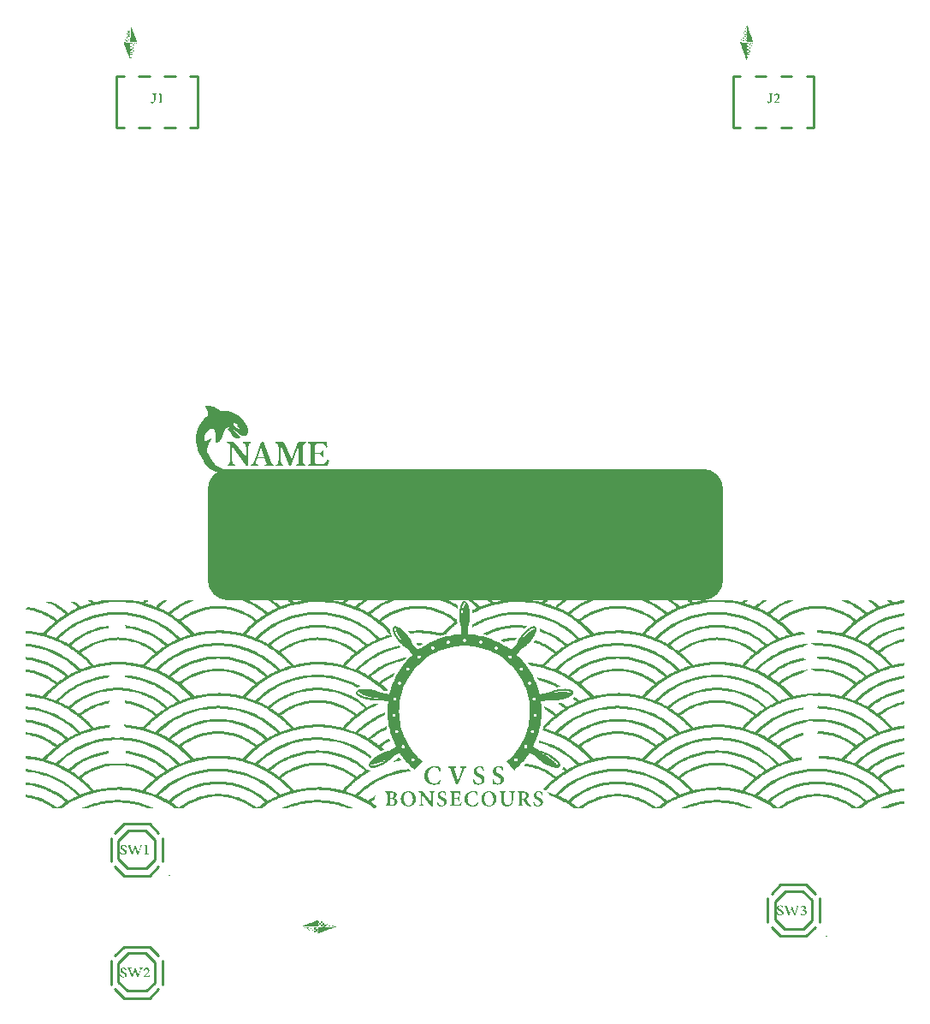
<source format=gbr>
%TF.GenerationSoftware,KiCad,Pcbnew,8.0.8*%
%TF.CreationDate,2025-03-20T15:34:03-03:00*%
%TF.ProjectId,nsec-badge-2025,6e736563-2d62-4616-9467-652d32303235,rev?*%
%TF.SameCoordinates,Original*%
%TF.FileFunction,Legend,Top*%
%TF.FilePolarity,Positive*%
%FSLAX46Y46*%
G04 Gerber Fmt 4.6, Leading zero omitted, Abs format (unit mm)*
G04 Created by KiCad (PCBNEW 8.0.8) date 2025-03-20 15:34:03*
%MOMM*%
%LPD*%
G01*
G04 APERTURE LIST*
G04 Aperture macros list*
%AMFreePoly0*
4,1,418,0.000638,4.003128,0.081090,3.995908,0.161213,3.984824,0.240856,3.969872,0.319871,3.951047,0.398110,3.928344,0.475425,3.901760,0.551665,3.871289,0.626684,3.836928,0.700331,3.798672,0.772460,3.756516,0.842920,3.710457,0.911563,3.660488,0.978241,3.606607,1.042804,3.548808,1.957836,2.687106,2.372543,2.710799,2.388076,2.695651,2.388992,2.696586,2.485855,2.602145,
2.583641,2.506812,2.582725,2.505878,2.598266,2.490733,2.585204,2.096303,3.430347,1.300418,3.491911,1.239440,3.549686,1.176122,3.603668,1.110612,3.653852,1.043059,3.700235,0.973610,3.742813,0.902415,3.781581,0.829622,3.816535,0.755378,3.847671,0.679833,3.874985,0.603134,3.898473,0.525430,3.918132,0.446868,3.933956,0.367598,3.945942,0.287767,3.954085,0.207525,
3.958382,0.127018,3.958829,0.046396,3.955421,-0.034194,3.948154,-0.114602,3.937024,-0.194681,3.922028,-0.274283,3.903161,-0.353259,3.880418,-0.431460,3.853797,-0.508739,3.823292,-0.584948,3.788900,-0.659937,3.750617,-0.733559,3.708438,-0.805666,3.662360,-0.876109,3.612378,-0.944739,3.558488,-1.011409,3.500686,-1.075971,2.594105,-2.038657,2.616310,-2.418008,2.601165,-2.433541,
2.601635,-2.433996,2.602104,-2.434453,2.506771,-2.532235,2.412330,-2.629104,2.411861,-2.628646,2.411392,-2.628192,2.396247,-2.643725,2.035551,-2.631779,1.252292,-3.463513,1.191314,-3.525083,1.127997,-3.582875,1.062488,-3.636883,0.994936,-3.687104,0.925490,-3.733532,0.854296,-3.776162,0.781505,-3.814990,0.707263,-3.850010,0.631720,-3.881219,0.555023,-3.908611,0.477321,-3.932181,
0.398762,-3.951924,0.319494,-3.967837,0.239666,-3.979913,0.159426,-3.988149,0.078922,-3.992538,-0.001697,-3.993078,-0.082284,-3.989762,-0.162690,-3.982585,-0.242767,-3.971544,-0.322366,-3.956633,-0.401340,-3.937848,-0.479539,-3.915183,-0.556816,-3.888634,-0.633023,-3.858196,-0.708011,-3.823864,-0.781632,-3.785633,-0.853737,-3.743499,-0.924179,-3.697457,-0.992808,-3.647501,-1.059478,-3.593628,
-1.124039,-3.535832,-2.079460,-2.636094,-2.513401,-2.660889,-2.528023,-2.646634,-2.528480,-2.647101,-2.528708,-2.647335,-2.528935,-2.647569,-2.572545,-2.605051,-1.834639,-2.605051,-0.993473,-3.397191,-0.936005,-3.448661,-0.876702,-3.496644,-0.815695,-3.541145,-0.753113,-3.582166,-0.689084,-3.619711,-0.623737,-3.653785,-0.557203,-3.684392,-0.489609,-3.711534,-0.421086,-3.735217,-0.351761,-3.755444,
-0.281765,-3.772219,-0.211226,-3.785546,-0.140274,-3.795428,-0.069037,-3.801870,0.002355,-3.804875,0.073773,-3.804447,0.145088,-3.800591,0.216171,-3.793309,0.286893,-3.782606,0.357125,-3.768487,0.426738,-3.750953,0.495602,-3.730011,0.563588,-3.705662,0.630568,-3.677912,0.696411,-3.646764,0.760990,-3.612222,0.824175,-3.574290,0.885837,-3.532971,0.945846,-3.488271,1.004074,-3.440191,
1.060391,-3.388737,1.114669,-3.333913,1.783733,-2.623439,1.726276,-2.621537,1.658844,-2.493602,1.500000,-2.598076,1.188239,-2.754648,0.860410,-2.873969,0.520945,-2.954423,0.174434,-2.994924,-0.174434,-2.994924,-0.258403,-2.985109,-0.382624,-2.974006,-0.525697,-2.954284,-0.667904,-2.927673,-0.808977,-2.894167,-0.948646,-2.853756,-1.086645,-2.806434,-1.222706,-2.752191,-1.356559,-2.691020,
-1.487937,-2.622913,-1.616572,-2.547862,-1.742196,-2.465858,-1.759718,-2.453116,-1.834639,-2.605051,-2.572545,-2.605051,-2.626717,-2.552235,-2.723587,-2.457795,-2.722676,-2.456860,-2.738209,-2.441712,-2.736332,-2.382504,-2.730256,-2.190926,-2.725092,-2.028092,-3.511582,-1.287442,-3.573149,-1.226461,-3.630933,-1.163135,-3.684928,-1.097612,-3.735131,-1.030041,-3.781537,-0.960571,-3.824142,-0.889351,
-3.862941,-0.816528,-3.897929,-0.742252,-3.929103,-0.666672,-3.956457,-0.589935,-3.979988,-0.512191,-3.999690,-0.433588,-4.015560,-0.354275,-4.027592,-0.274401,-4.035783,-0.194113,-4.040128,-0.113562,-4.040604,-0.035960,-3.852539,-0.035960,-3.852064,-0.107423,-3.848160,-0.178783,-3.840831,-0.249911,-3.830082,-0.320677,-3.815917,-0.390952,-3.798339,-0.460606,-3.777355,-0.529509,-3.752966,-0.597533,
-3.725179,-0.664548,-3.693997,-0.730424,-3.659424,-0.795033,-3.621464,-0.858243,-3.580123,-0.919927,-3.535403,-0.979954,-3.487310,-1.038195,-3.435848,-1.094520,-3.381020,-1.148801,-2.717037,-1.774083,-2.716935,-1.770848,-2.528130,-1.671712,-2.578991,-1.595449,-2.654856,-1.468392,-2.723945,-1.338449,-2.786251,-1.205887,-2.841765,-1.070975,-2.890480,-0.933980,-2.932387,-0.795171,-2.967479,-0.654816,
-2.995747,-0.513183,-3.017183,-0.370540,-3.031780,-0.227155,-3.039529,-0.083296,-3.040384,0.054586,-3.040423,0.060769,-3.034452,0.204772,-3.021609,0.348444,-3.001887,0.491517,-2.975277,0.633725,-2.941770,0.774797,-2.901360,0.914467,-2.854037,1.052466,-2.799794,1.188526,-2.738623,1.322380,-2.670516,1.453758,-2.595465,1.582394,-2.518840,1.699777,-2.612443,1.746073,2.433842,1.746073,
2.506463,1.648527,2.680898,1.346398,2.819078,1.026060,2.919135,0.691848,2.979715,0.348279,3.000000,0.000000,2.979715,-0.348279,2.919135,-0.691848,2.819078,-1.026060,2.680898,-1.346398,2.506463,-1.648527,2.470946,-1.696234,2.577140,-1.748809,2.578910,-1.779050,3.363060,-0.946370,3.414530,-0.888901,3.462513,-0.829599,3.507013,-0.768592,3.548034,-0.706009,3.585580,-0.641980,
3.619654,-0.576633,3.650260,-0.510099,3.677403,-0.442505,3.701086,-0.373981,3.721313,-0.304657,3.738088,-0.234661,3.751414,-0.164122,3.761297,-0.093169,3.767738,-0.021932,3.770743,0.049460,3.770316,0.120878,3.766459,0.192194,3.759178,0.263277,3.748475,0.333999,3.734355,0.404231,3.716822,0.473844,3.695879,0.542708,3.671531,0.610695,3.643781,0.677674,3.612633,0.743518,
3.578091,0.808097,3.540158,0.871282,3.498840,0.932944,3.454139,0.992953,3.406060,1.051181,3.354606,1.107499,3.299781,1.161777,2.576803,1.842617,2.576080,1.820758,2.433842,1.746073,-2.612443,1.746073,-2.675824,1.777421,-3.445317,0.960307,-3.445309,0.960300,-3.496777,0.902829,-3.544753,0.843519,-3.589240,0.782499,-3.630244,0.719900,-3.667767,0.655849,-3.701814,0.590478,
-3.732391,0.523915,-3.759500,0.456289,-3.783146,0.387730,-3.803333,0.318369,-3.820066,0.248333,-3.833349,0.177753,-3.843186,0.106758,-3.849581,0.035477,-3.852539,-0.035960,-4.040604,-0.035960,-4.040623,-0.032894,-4.037262,0.047740,-4.030042,0.128192,-4.018958,0.208314,-4.004006,0.287957,-3.985181,0.366973,-3.962479,0.445212,-3.935894,0.522527,-3.905424,0.598767,-3.871063,0.673786,
-3.832807,0.747434,-3.790651,0.819562,-3.744592,0.890022,-3.694623,0.958666,-3.640742,1.025344,-3.582943,1.089908,-2.728986,1.996712,-2.742542,2.223270,-2.754298,2.419747,-2.757180,2.467914,-2.742032,2.483451,-2.580520,2.649114,-1.854935,2.649114,-1.759215,2.467342,-1.643052,2.544814,-1.515995,2.620679,-1.386051,2.689768,-1.253490,2.752074,-1.118577,2.807588,-0.981582,2.856303,
-0.842773,2.898210,-0.702418,2.933302,-0.560785,2.961570,-0.418142,2.983006,-0.274757,2.997603,-0.130897,3.005352,0.013167,3.006245,0.157170,3.000275,0.300842,2.987432,0.443916,2.967710,0.504883,2.956300,0.520945,2.954423,0.543568,2.949061,0.586123,2.941099,0.727196,2.907593,0.766397,2.896250,0.860410,2.873969,1.188239,2.754648,1.500000,2.598076,1.625138,2.515771,
1.700246,2.668086,0.912239,3.410167,0.854767,3.461640,0.795457,3.509631,0.734436,3.554144,0.671835,3.595183,0.607783,3.632750,0.542410,3.666850,0.475845,3.697486,0.408217,3.724661,0.339657,3.748379,0.270293,3.768643,0.200254,3.785458,0.129672,3.798826,0.058674,3.808751,-0.012609,3.815237,-0.084048,3.818286,-0.155514,3.817904,-0.226877,3.814092,-0.298008,3.806855,
-0.368776,3.796197,-0.439054,3.782120,-0.508710,3.764628,-0.577616,3.743725,-0.645643,3.719414,-0.712660,3.691699,-0.778538,3.660583,-0.843148,3.626071,-0.906360,3.588164,-0.968045,3.546867,-1.028073,3.502184,-1.086315,3.454118,-1.142642,3.402672,-1.196923,3.347850,-1.854935,2.649114,-2.580520,2.649114,-2.552258,2.678102,-2.537114,2.693635,-2.087252,2.678160,-1.334546,3.477450,
-1.273565,3.539018,-1.210238,3.596801,-1.144715,3.650797,-1.077145,3.701000,-1.007675,3.747406,-0.936454,3.790010,-0.863631,3.828809,-0.789355,3.863797,-0.713775,3.894971,-0.637038,3.922325,-0.559294,3.945855,-0.480691,3.965557,-0.401377,3.981427,-0.321503,3.993459,-0.241215,4.001650,-0.160664,4.005995,-0.079996,4.006489,0.000638,4.003128,0.000638,4.003128,$1*%
G04 Aperture macros list end*
%ADD10C,0.500000*%
%ADD11C,0.150000*%
%ADD12C,0.000000*%
%ADD13C,0.049999*%
%ADD14C,0.254000*%
%ADD15C,0.059995*%
%ADD16C,0.100000*%
%ADD17C,18.100000*%
%ADD18C,1.600000*%
%ADD19R,1.700000X1.700000*%
%ADD20O,1.700000X1.700000*%
%ADD21FreePoly0,0.000000*%
%ADD22R,1.000000X0.750013*%
%ADD23R,1.020000X4.570000*%
%ADD24R,0.510000X0.760000*%
%ADD25R,1.019990X2.400000*%
%ADD26C,0.900025*%
%ADD27C,1.734000*%
%ADD28R,1.803404X1.803404*%
%ADD29C,2.006604*%
%ADD30R,1.524003X1.524003*%
%ADD31C,1.524003*%
%ADD32C,0.750013*%
%ADD33O,2.000000X1.200000*%
%ADD34O,1.800000X1.200000*%
G04 APERTURE END LIST*
D10*
G36*
X120957352Y-66331214D02*
G01*
X120992156Y-66443566D01*
X121113450Y-66459591D01*
X121220275Y-66529343D01*
X121263763Y-66650149D01*
X121265098Y-66681703D01*
X121265098Y-67976190D01*
X121260787Y-68109712D01*
X121243066Y-68254879D01*
X121205624Y-68389412D01*
X121134507Y-68504813D01*
X121022457Y-68562815D01*
X120992156Y-68564204D01*
X120957352Y-68675946D01*
X121759079Y-68675946D01*
X121723664Y-68564204D01*
X121605769Y-68525050D01*
X121522611Y-68411483D01*
X121482207Y-68287285D01*
X121460396Y-68151848D01*
X121451862Y-68026506D01*
X121450722Y-67979853D01*
X121436678Y-66747648D01*
X122801996Y-68571532D01*
X122887468Y-68659790D01*
X122952205Y-68675946D01*
X123018761Y-68606336D01*
X123018761Y-67031581D01*
X123023087Y-66898059D01*
X123040868Y-66752891D01*
X123078428Y-66618358D01*
X123149742Y-66502957D01*
X123261997Y-66444955D01*
X123292313Y-66443566D01*
X123327118Y-66331214D01*
X122525391Y-66331214D01*
X122560195Y-66443566D01*
X122678528Y-66482720D01*
X122761818Y-66596287D01*
X122802253Y-66720486D01*
X122824072Y-66855922D01*
X122832607Y-66981264D01*
X122833747Y-67027917D01*
X122847791Y-67871165D01*
X121713283Y-66373346D01*
X121625966Y-66331214D01*
X120957352Y-66331214D01*
G37*
G36*
X124525740Y-66295799D02*
G01*
X125299379Y-68323015D01*
X125307507Y-68341210D01*
X125370218Y-68455659D01*
X125471037Y-68542979D01*
X125593081Y-68564204D01*
X125628496Y-68675946D01*
X124624047Y-68675946D01*
X124658852Y-68564204D01*
X124752141Y-68560417D01*
X124858386Y-68484842D01*
X124837149Y-68354766D01*
X124683276Y-67960314D01*
X123923681Y-67960314D01*
X123814993Y-68288210D01*
X123802597Y-68332127D01*
X123808679Y-68456849D01*
X123901976Y-68543663D01*
X124028705Y-68564204D01*
X124046413Y-68564204D01*
X124081218Y-68675946D01*
X123216598Y-68675946D01*
X123251403Y-68564204D01*
X123333297Y-68552687D01*
X123449376Y-68492289D01*
X123534490Y-68401784D01*
X123598227Y-68288210D01*
X123778750Y-67816211D01*
X123972530Y-67816211D01*
X124627100Y-67816211D01*
X124277223Y-66904574D01*
X123972530Y-67816211D01*
X123778750Y-67816211D01*
X124333398Y-66366019D01*
X124359908Y-66327287D01*
X124476891Y-66292135D01*
X124525740Y-66295799D01*
G37*
G36*
X125742069Y-66331214D02*
G01*
X125776874Y-66443566D01*
X125896744Y-66483575D01*
X125981254Y-66584253D01*
X126027783Y-66711372D01*
X126047870Y-66857094D01*
X126049815Y-66926556D01*
X126049815Y-67976190D01*
X126045759Y-68112022D01*
X126029024Y-68258626D01*
X125993465Y-68393008D01*
X125925218Y-68506291D01*
X125815026Y-68562217D01*
X125784201Y-68564204D01*
X125776874Y-68564204D01*
X125742069Y-68675946D01*
X126540133Y-68675946D01*
X126505328Y-68564204D01*
X126498001Y-68564204D01*
X126380339Y-68525838D01*
X126300291Y-68414866D01*
X126261953Y-68291149D01*
X126241420Y-68154678D01*
X126233441Y-68027409D01*
X126232387Y-67979853D01*
X126218343Y-66607819D01*
X127107387Y-68658849D01*
X127176996Y-68704033D01*
X127233172Y-68672892D01*
X128048943Y-66653615D01*
X128048943Y-68329731D01*
X128022184Y-68458520D01*
X127925058Y-68543643D01*
X127796762Y-68564204D01*
X127761957Y-68675946D01*
X128762742Y-68675946D01*
X128727938Y-68564204D01*
X128600491Y-68542794D01*
X128505330Y-68455706D01*
X128479421Y-68326068D01*
X128479421Y-66681703D01*
X128505330Y-66551794D01*
X128600491Y-66464854D01*
X128727938Y-66443566D01*
X128762742Y-66331214D01*
X128048943Y-66331214D01*
X127985440Y-66373346D01*
X127324152Y-68021985D01*
X126606689Y-66373346D01*
X126540133Y-66331214D01*
X125742069Y-66331214D01*
G37*
G36*
X128961800Y-66331214D02*
G01*
X128996605Y-66443566D01*
X129124901Y-66464798D01*
X129222027Y-66551198D01*
X129248786Y-66679871D01*
X129248786Y-68324846D01*
X129222027Y-68455309D01*
X129124901Y-68542756D01*
X128996605Y-68564204D01*
X128961800Y-68675946D01*
X130259951Y-68675946D01*
X130382148Y-68677268D01*
X130505346Y-68679271D01*
X130560980Y-68679609D01*
X130690696Y-68677306D01*
X130819811Y-68665119D01*
X130869337Y-68648468D01*
X130934946Y-68536903D01*
X130978890Y-68409645D01*
X131014452Y-68274948D01*
X131037254Y-68148992D01*
X130959716Y-68052220D01*
X130911469Y-68043357D01*
X130843365Y-68145060D01*
X130756355Y-68259767D01*
X130663368Y-68357947D01*
X130560241Y-68436678D01*
X130442809Y-68493040D01*
X130306906Y-68524111D01*
X130214766Y-68529400D01*
X129850844Y-68529400D01*
X129826420Y-68529400D01*
X129706901Y-68491930D01*
X129679454Y-68369708D01*
X129679264Y-68346218D01*
X129679264Y-67542659D01*
X130130502Y-67542659D01*
X130253883Y-67566587D01*
X130348476Y-67652766D01*
X130415049Y-67763566D01*
X130421151Y-67771636D01*
X130487708Y-67817432D01*
X130522512Y-67782627D01*
X130522512Y-67162861D01*
X130487708Y-67128667D01*
X130421151Y-67173852D01*
X130349313Y-67279953D01*
X130263736Y-67371382D01*
X130130502Y-67399166D01*
X129679264Y-67399166D01*
X129679264Y-66659110D01*
X129690102Y-66536226D01*
X129787952Y-66478370D01*
X130277659Y-66478370D01*
X130413434Y-66496108D01*
X130534647Y-66561361D01*
X130624297Y-66659796D01*
X130698380Y-66776282D01*
X130750269Y-66870991D01*
X130857727Y-66812399D01*
X130873001Y-66749480D01*
X130859546Y-66626656D01*
X130837447Y-66500223D01*
X130803950Y-66379151D01*
X130792400Y-66352585D01*
X130666505Y-66331260D01*
X130648908Y-66331214D01*
X130521120Y-66331214D01*
X130445576Y-66331214D01*
X128961800Y-66331214D01*
G37*
D11*
G36*
X110725994Y-118311703D02*
G01*
X110674153Y-118314251D01*
X110624558Y-118321727D01*
X110563001Y-118338933D01*
X110508022Y-118363870D01*
X110461098Y-118395948D01*
X110423704Y-118434578D01*
X110397319Y-118479170D01*
X110383418Y-118529134D01*
X110381612Y-118555946D01*
X110386925Y-118607208D01*
X110412653Y-118673716D01*
X110455533Y-118729805D01*
X110510888Y-118777770D01*
X110552411Y-118806367D01*
X110596013Y-118833054D01*
X110640309Y-118858510D01*
X110683911Y-118883416D01*
X110744983Y-118921232D01*
X110796699Y-118961636D01*
X110834382Y-119006923D01*
X110853353Y-119059389D01*
X110854710Y-119078870D01*
X110845313Y-119127850D01*
X110813947Y-119173093D01*
X110771519Y-119200809D01*
X110717968Y-119215132D01*
X110692289Y-119216623D01*
X110633203Y-119208181D01*
X110581030Y-119184505D01*
X110534490Y-119148072D01*
X110500454Y-119111405D01*
X110468547Y-119069427D01*
X110438115Y-119023405D01*
X110408503Y-118974607D01*
X110401151Y-118962122D01*
X110398464Y-118962122D01*
X110360607Y-118987523D01*
X110360725Y-119039024D01*
X110365217Y-119092151D01*
X110373693Y-119143217D01*
X110385764Y-119188535D01*
X110426609Y-119218346D01*
X110473375Y-119241700D01*
X110519949Y-119258218D01*
X110572881Y-119270932D01*
X110631650Y-119278785D01*
X110682519Y-119280859D01*
X110740365Y-119278077D01*
X110793898Y-119269990D01*
X110842809Y-119256985D01*
X110900303Y-119232665D01*
X110948304Y-119201210D01*
X110986081Y-119163540D01*
X111012906Y-119120572D01*
X111028047Y-119073225D01*
X111031298Y-119035395D01*
X111025406Y-118981299D01*
X111009760Y-118933947D01*
X110971064Y-118873726D01*
X110918289Y-118823949D01*
X110877614Y-118795166D01*
X110834176Y-118768923D01*
X110789375Y-118744380D01*
X110744608Y-118720695D01*
X110701274Y-118697028D01*
X110642017Y-118659722D01*
X110593848Y-118617727D01*
X110561487Y-118568205D01*
X110549651Y-118508319D01*
X110559322Y-118456604D01*
X110589981Y-118413249D01*
X110634883Y-118386538D01*
X110687066Y-118376311D01*
X110693754Y-118376184D01*
X110743592Y-118383915D01*
X110787601Y-118405119D01*
X110826895Y-118436810D01*
X110862585Y-118476003D01*
X110895783Y-118519714D01*
X110927604Y-118564956D01*
X110940195Y-118582813D01*
X110982205Y-118555946D01*
X110979504Y-118503927D01*
X110972757Y-118450200D01*
X110961042Y-118400715D01*
X110948499Y-118374718D01*
X110906919Y-118348955D01*
X110855343Y-118329208D01*
X110805995Y-118318012D01*
X110747515Y-118312135D01*
X110725994Y-118311703D01*
G37*
G36*
X111079658Y-118327335D02*
G01*
X111100663Y-118372276D01*
X111149202Y-118383094D01*
X111184462Y-118418243D01*
X111206048Y-118463981D01*
X111211305Y-118478521D01*
X111485589Y-119234453D01*
X111524912Y-119265228D01*
X111608932Y-119265228D01*
X111632624Y-119240070D01*
X111824598Y-118636791D01*
X112045638Y-119234453D01*
X112084961Y-119265228D01*
X112167515Y-119265228D01*
X112191207Y-119240070D01*
X112448883Y-118478521D01*
X112471747Y-118428845D01*
X112507078Y-118392969D01*
X112552680Y-118375362D01*
X112588834Y-118372276D01*
X112607153Y-118327335D01*
X112247383Y-118327335D01*
X112266922Y-118372276D01*
X112275226Y-118372276D01*
X112324983Y-118379843D01*
X112362653Y-118416676D01*
X112361635Y-118466742D01*
X112358025Y-118478521D01*
X112177285Y-119093281D01*
X111900069Y-118325870D01*
X111879065Y-118311703D01*
X111841207Y-118325870D01*
X111618702Y-119087174D01*
X111390335Y-118466065D01*
X111383007Y-118416583D01*
X111416066Y-118380184D01*
X111468252Y-118372310D01*
X111473133Y-118372276D01*
X111491207Y-118327335D01*
X111079658Y-118327335D01*
G37*
G36*
X112753454Y-118599910D02*
G01*
X112773922Y-118555020D01*
X112809466Y-118514251D01*
X112853889Y-118486065D01*
X112903326Y-118470554D01*
X112939567Y-118467286D01*
X112990463Y-118474097D01*
X113037632Y-118496286D01*
X113051675Y-118507830D01*
X113083812Y-118548124D01*
X113103057Y-118593693D01*
X113110167Y-118643126D01*
X113105896Y-118695012D01*
X113091001Y-118747940D01*
X113066237Y-118800498D01*
X113032360Y-118851276D01*
X112990125Y-118898863D01*
X112658199Y-119227614D01*
X112672365Y-119265228D01*
X113228018Y-119265228D01*
X113249830Y-119221025D01*
X113262892Y-119173805D01*
X113274321Y-119123788D01*
X113283694Y-119071031D01*
X113284194Y-119066658D01*
X113260258Y-119051271D01*
X113225844Y-119089295D01*
X113204326Y-119111355D01*
X112859944Y-119111355D01*
X113065596Y-118921334D01*
X113112088Y-118874891D01*
X113154042Y-118825604D01*
X113190461Y-118774171D01*
X113220349Y-118721290D01*
X113242711Y-118667659D01*
X113256550Y-118613975D01*
X113260870Y-118560937D01*
X113254675Y-118509242D01*
X113236968Y-118459589D01*
X113206753Y-118412676D01*
X113179169Y-118383267D01*
X113138175Y-118351374D01*
X113093745Y-118329075D01*
X113041310Y-118314973D01*
X112999895Y-118311703D01*
X112948207Y-118316637D01*
X112898214Y-118330930D01*
X112851449Y-118353821D01*
X112809447Y-118384549D01*
X112773741Y-118422352D01*
X112745867Y-118466469D01*
X112727358Y-118516139D01*
X112719748Y-118570601D01*
X112747836Y-118601375D01*
X112753454Y-118599910D01*
G37*
G36*
X175725994Y-112161589D02*
G01*
X175674153Y-112164137D01*
X175624558Y-112171613D01*
X175563001Y-112188819D01*
X175508022Y-112213756D01*
X175461098Y-112245834D01*
X175423704Y-112284464D01*
X175397319Y-112329056D01*
X175383418Y-112379020D01*
X175381612Y-112405832D01*
X175386925Y-112457094D01*
X175412653Y-112523602D01*
X175455533Y-112579691D01*
X175510888Y-112627656D01*
X175552411Y-112656253D01*
X175596013Y-112682940D01*
X175640309Y-112708396D01*
X175683911Y-112733302D01*
X175744983Y-112771118D01*
X175796699Y-112811522D01*
X175834382Y-112856809D01*
X175853353Y-112909275D01*
X175854710Y-112928756D01*
X175845313Y-112977736D01*
X175813947Y-113022979D01*
X175771519Y-113050695D01*
X175717968Y-113065018D01*
X175692289Y-113066509D01*
X175633203Y-113058067D01*
X175581030Y-113034391D01*
X175534490Y-112997958D01*
X175500454Y-112961291D01*
X175468547Y-112919313D01*
X175438115Y-112873291D01*
X175408503Y-112824493D01*
X175401151Y-112812008D01*
X175398464Y-112812008D01*
X175360607Y-112837409D01*
X175360725Y-112888910D01*
X175365217Y-112942037D01*
X175373693Y-112993103D01*
X175385764Y-113038421D01*
X175426609Y-113068232D01*
X175473375Y-113091586D01*
X175519949Y-113108104D01*
X175572881Y-113120818D01*
X175631650Y-113128671D01*
X175682519Y-113130745D01*
X175740365Y-113127963D01*
X175793898Y-113119876D01*
X175842809Y-113106871D01*
X175900303Y-113082551D01*
X175948304Y-113051096D01*
X175986081Y-113013426D01*
X176012906Y-112970458D01*
X176028047Y-112923111D01*
X176031298Y-112885281D01*
X176025406Y-112831185D01*
X176009760Y-112783833D01*
X175971064Y-112723612D01*
X175918289Y-112673835D01*
X175877614Y-112645052D01*
X175834176Y-112618809D01*
X175789375Y-112594266D01*
X175744608Y-112570581D01*
X175701274Y-112546914D01*
X175642017Y-112509608D01*
X175593848Y-112467613D01*
X175561487Y-112418091D01*
X175549651Y-112358205D01*
X175559322Y-112306490D01*
X175589981Y-112263135D01*
X175634883Y-112236424D01*
X175687066Y-112226197D01*
X175693754Y-112226070D01*
X175743592Y-112233801D01*
X175787601Y-112255005D01*
X175826895Y-112286696D01*
X175862585Y-112325889D01*
X175895783Y-112369600D01*
X175927604Y-112414842D01*
X175940195Y-112432699D01*
X175982205Y-112405832D01*
X175979504Y-112353813D01*
X175972757Y-112300086D01*
X175961042Y-112250601D01*
X175948499Y-112224604D01*
X175906919Y-112198841D01*
X175855343Y-112179094D01*
X175805995Y-112167898D01*
X175747515Y-112162021D01*
X175725994Y-112161589D01*
G37*
G36*
X176079658Y-112177221D02*
G01*
X176100663Y-112222162D01*
X176149202Y-112232980D01*
X176184462Y-112268129D01*
X176206048Y-112313867D01*
X176211305Y-112328407D01*
X176485589Y-113084339D01*
X176524912Y-113115114D01*
X176608932Y-113115114D01*
X176632624Y-113089956D01*
X176824598Y-112486677D01*
X177045638Y-113084339D01*
X177084961Y-113115114D01*
X177167515Y-113115114D01*
X177191207Y-113089956D01*
X177448883Y-112328407D01*
X177471747Y-112278731D01*
X177507078Y-112242855D01*
X177552680Y-112225248D01*
X177588834Y-112222162D01*
X177607153Y-112177221D01*
X177247383Y-112177221D01*
X177266922Y-112222162D01*
X177275226Y-112222162D01*
X177324983Y-112229729D01*
X177362653Y-112266562D01*
X177361635Y-112316628D01*
X177358025Y-112328407D01*
X177177285Y-112943167D01*
X176900069Y-112175756D01*
X176879065Y-112161589D01*
X176841207Y-112175756D01*
X176618702Y-112937060D01*
X176390335Y-112315951D01*
X176383007Y-112266469D01*
X176416066Y-112230070D01*
X176468252Y-112222196D01*
X176473133Y-112222162D01*
X176491207Y-112177221D01*
X176079658Y-112177221D01*
G37*
G36*
X177887788Y-113130745D02*
G01*
X177954795Y-113126876D01*
X178017660Y-113115767D01*
X178075850Y-113098162D01*
X178128828Y-113074807D01*
X178176060Y-113046446D01*
X178217011Y-113013825D01*
X178251147Y-112977689D01*
X178285133Y-112925326D01*
X178304784Y-112869804D01*
X178309351Y-112827151D01*
X178303149Y-112774781D01*
X178285211Y-112727283D01*
X178256538Y-112684557D01*
X178218129Y-112646502D01*
X178170987Y-112613018D01*
X178127656Y-112589454D01*
X178092219Y-112573627D01*
X178136707Y-112540361D01*
X178174773Y-112503369D01*
X178205099Y-112463434D01*
X178230117Y-112410573D01*
X178238414Y-112355872D01*
X178227418Y-112300861D01*
X178203001Y-112257660D01*
X178194557Y-112247074D01*
X178158615Y-112213015D01*
X178111912Y-112184972D01*
X178061074Y-112168032D01*
X178008046Y-112161668D01*
X178001360Y-112161589D01*
X177950488Y-112166064D01*
X177900752Y-112179251D01*
X177853700Y-112200796D01*
X177810882Y-112230344D01*
X177773845Y-112267539D01*
X177744138Y-112312028D01*
X177723311Y-112363454D01*
X177712910Y-112421464D01*
X177740753Y-112452483D01*
X177746371Y-112451017D01*
X177768343Y-112404026D01*
X177799428Y-112365043D01*
X177844041Y-112330883D01*
X177894048Y-112310272D01*
X177938346Y-112304471D01*
X177988097Y-112312831D01*
X178031414Y-112338809D01*
X178041905Y-112349656D01*
X178067323Y-112393436D01*
X178070331Y-112451308D01*
X178050667Y-112501148D01*
X178020879Y-112540338D01*
X177978947Y-112577581D01*
X177925194Y-112611641D01*
X177877317Y-112634354D01*
X177859944Y-112641282D01*
X177859944Y-112673522D01*
X177909846Y-112678086D01*
X177961719Y-112691426D01*
X178012383Y-112713018D01*
X178058656Y-112742335D01*
X178097357Y-112778853D01*
X178125307Y-112822045D01*
X178132763Y-112841073D01*
X178141849Y-112891846D01*
X178135309Y-112944160D01*
X178112451Y-112992261D01*
X178072586Y-113030399D01*
X178041905Y-113045504D01*
X177993960Y-113056129D01*
X177980356Y-113056739D01*
X177931150Y-113049799D01*
X177885117Y-113030992D01*
X177843366Y-113003344D01*
X177807008Y-112969877D01*
X177772890Y-112927512D01*
X177768841Y-112921429D01*
X177719308Y-112946003D01*
X177689037Y-112993052D01*
X177694239Y-113047262D01*
X177728457Y-113088740D01*
X177777002Y-113114212D01*
X177826512Y-113126347D01*
X177887788Y-113130745D01*
G37*
G36*
X113682414Y-32632899D02*
G01*
X113673404Y-32683049D01*
X113637489Y-32720106D01*
X113609630Y-32725467D01*
X113559214Y-32710681D01*
X113521879Y-32678277D01*
X113495701Y-32629803D01*
X113490684Y-32610429D01*
X113483600Y-32610429D01*
X113433225Y-32625140D01*
X113399951Y-32662432D01*
X113387103Y-32712040D01*
X113398008Y-32763701D01*
X113435993Y-32807151D01*
X113488113Y-32829102D01*
X113540998Y-32834644D01*
X113597880Y-32827904D01*
X113653781Y-32808022D01*
X113706664Y-32775499D01*
X113754496Y-32730841D01*
X113785831Y-32689686D01*
X113812321Y-32642201D01*
X113833107Y-32588597D01*
X113847331Y-32529089D01*
X113854135Y-32463887D01*
X113854605Y-32440925D01*
X113854605Y-32020094D01*
X113865309Y-31968414D01*
X113904159Y-31934293D01*
X113955478Y-31926061D01*
X113969400Y-31881120D01*
X113569085Y-31881120D01*
X113583007Y-31926061D01*
X113633986Y-31934625D01*
X113672051Y-31969460D01*
X113682414Y-32021315D01*
X113682414Y-32632899D01*
G37*
G36*
X114278367Y-32682969D02*
G01*
X114264282Y-32733497D01*
X114223346Y-32766396D01*
X114174022Y-32778763D01*
X114150872Y-32779934D01*
X114136950Y-32819013D01*
X114591975Y-32819013D01*
X114577808Y-32779934D01*
X114526162Y-32773976D01*
X114481566Y-32753605D01*
X114452099Y-32709505D01*
X114449092Y-32684435D01*
X114449092Y-31902125D01*
X114418318Y-31865488D01*
X114394382Y-31868419D01*
X114340027Y-31877048D01*
X114285134Y-31885527D01*
X114227546Y-31894621D01*
X114175734Y-31903334D01*
X114138171Y-31910673D01*
X114125715Y-31924595D01*
X114125715Y-31966849D01*
X114176478Y-31961114D01*
X114204117Y-31959766D01*
X114253276Y-31969124D01*
X114278265Y-32013030D01*
X114278367Y-32017407D01*
X114278367Y-32682969D01*
G37*
G36*
X174682414Y-32632899D02*
G01*
X174673404Y-32683049D01*
X174637489Y-32720106D01*
X174609630Y-32725467D01*
X174559214Y-32710681D01*
X174521879Y-32678277D01*
X174495701Y-32629803D01*
X174490684Y-32610429D01*
X174483600Y-32610429D01*
X174433225Y-32625140D01*
X174399951Y-32662432D01*
X174387103Y-32712040D01*
X174398008Y-32763701D01*
X174435993Y-32807151D01*
X174488113Y-32829102D01*
X174540998Y-32834644D01*
X174597880Y-32827904D01*
X174653781Y-32808022D01*
X174706664Y-32775499D01*
X174754496Y-32730841D01*
X174785831Y-32689686D01*
X174812321Y-32642201D01*
X174833107Y-32588597D01*
X174847331Y-32529089D01*
X174854135Y-32463887D01*
X174854605Y-32440925D01*
X174854605Y-32020094D01*
X174865309Y-31968414D01*
X174904159Y-31934293D01*
X174955478Y-31926061D01*
X174969400Y-31881120D01*
X174569085Y-31881120D01*
X174583007Y-31926061D01*
X174633986Y-31934625D01*
X174672051Y-31969460D01*
X174682414Y-32021315D01*
X174682414Y-32632899D01*
G37*
G36*
X175118632Y-32153695D02*
G01*
X175139100Y-32108805D01*
X175174644Y-32068036D01*
X175219067Y-32039850D01*
X175268504Y-32024339D01*
X175304745Y-32021071D01*
X175355641Y-32027882D01*
X175402810Y-32050071D01*
X175416852Y-32061615D01*
X175448989Y-32101909D01*
X175468235Y-32147478D01*
X175475345Y-32196911D01*
X175471074Y-32248797D01*
X175456179Y-32301725D01*
X175431415Y-32354283D01*
X175397538Y-32405061D01*
X175355303Y-32452648D01*
X175023377Y-32781399D01*
X175037543Y-32819013D01*
X175593196Y-32819013D01*
X175615008Y-32774810D01*
X175628070Y-32727590D01*
X175639498Y-32677573D01*
X175648871Y-32624816D01*
X175649372Y-32620443D01*
X175625436Y-32605056D01*
X175591022Y-32643080D01*
X175569504Y-32665140D01*
X175225122Y-32665140D01*
X175430774Y-32475119D01*
X175477266Y-32428676D01*
X175519220Y-32379389D01*
X175555639Y-32327956D01*
X175585527Y-32275075D01*
X175607889Y-32221444D01*
X175621728Y-32167760D01*
X175626048Y-32114722D01*
X175619853Y-32063027D01*
X175602146Y-32013374D01*
X175571931Y-31966461D01*
X175544347Y-31937052D01*
X175503353Y-31905159D01*
X175458923Y-31882860D01*
X175406488Y-31868758D01*
X175365073Y-31865488D01*
X175313385Y-31870422D01*
X175263392Y-31884715D01*
X175216627Y-31907606D01*
X175174625Y-31938334D01*
X175138919Y-31976137D01*
X175111045Y-32020254D01*
X175092536Y-32069924D01*
X175084926Y-32124386D01*
X175113014Y-32155160D01*
X175118632Y-32153695D01*
G37*
G36*
X110725994Y-106161589D02*
G01*
X110674153Y-106164137D01*
X110624558Y-106171613D01*
X110563001Y-106188819D01*
X110508022Y-106213756D01*
X110461098Y-106245834D01*
X110423704Y-106284464D01*
X110397319Y-106329056D01*
X110383418Y-106379020D01*
X110381612Y-106405832D01*
X110386925Y-106457094D01*
X110412653Y-106523602D01*
X110455533Y-106579691D01*
X110510888Y-106627656D01*
X110552411Y-106656253D01*
X110596013Y-106682940D01*
X110640309Y-106708396D01*
X110683911Y-106733302D01*
X110744983Y-106771118D01*
X110796699Y-106811522D01*
X110834382Y-106856809D01*
X110853353Y-106909275D01*
X110854710Y-106928756D01*
X110845313Y-106977736D01*
X110813947Y-107022979D01*
X110771519Y-107050695D01*
X110717968Y-107065018D01*
X110692289Y-107066509D01*
X110633203Y-107058067D01*
X110581030Y-107034391D01*
X110534490Y-106997958D01*
X110500454Y-106961291D01*
X110468547Y-106919313D01*
X110438115Y-106873291D01*
X110408503Y-106824493D01*
X110401151Y-106812008D01*
X110398464Y-106812008D01*
X110360607Y-106837409D01*
X110360725Y-106888910D01*
X110365217Y-106942037D01*
X110373693Y-106993103D01*
X110385764Y-107038421D01*
X110426609Y-107068232D01*
X110473375Y-107091586D01*
X110519949Y-107108104D01*
X110572881Y-107120818D01*
X110631650Y-107128671D01*
X110682519Y-107130745D01*
X110740365Y-107127963D01*
X110793898Y-107119876D01*
X110842809Y-107106871D01*
X110900303Y-107082551D01*
X110948304Y-107051096D01*
X110986081Y-107013426D01*
X111012906Y-106970458D01*
X111028047Y-106923111D01*
X111031298Y-106885281D01*
X111025406Y-106831185D01*
X111009760Y-106783833D01*
X110971064Y-106723612D01*
X110918289Y-106673835D01*
X110877614Y-106645052D01*
X110834176Y-106618809D01*
X110789375Y-106594266D01*
X110744608Y-106570581D01*
X110701274Y-106546914D01*
X110642017Y-106509608D01*
X110593848Y-106467613D01*
X110561487Y-106418091D01*
X110549651Y-106358205D01*
X110559322Y-106306490D01*
X110589981Y-106263135D01*
X110634883Y-106236424D01*
X110687066Y-106226197D01*
X110693754Y-106226070D01*
X110743592Y-106233801D01*
X110787601Y-106255005D01*
X110826895Y-106286696D01*
X110862585Y-106325889D01*
X110895783Y-106369600D01*
X110927604Y-106414842D01*
X110940195Y-106432699D01*
X110982205Y-106405832D01*
X110979504Y-106353813D01*
X110972757Y-106300086D01*
X110961042Y-106250601D01*
X110948499Y-106224604D01*
X110906919Y-106198841D01*
X110855343Y-106179094D01*
X110805995Y-106167898D01*
X110747515Y-106162021D01*
X110725994Y-106161589D01*
G37*
G36*
X111079658Y-106177221D02*
G01*
X111100663Y-106222162D01*
X111149202Y-106232980D01*
X111184462Y-106268129D01*
X111206048Y-106313867D01*
X111211305Y-106328407D01*
X111485589Y-107084339D01*
X111524912Y-107115114D01*
X111608932Y-107115114D01*
X111632624Y-107089956D01*
X111824598Y-106486677D01*
X112045638Y-107084339D01*
X112084961Y-107115114D01*
X112167515Y-107115114D01*
X112191207Y-107089956D01*
X112448883Y-106328407D01*
X112471747Y-106278731D01*
X112507078Y-106242855D01*
X112552680Y-106225248D01*
X112588834Y-106222162D01*
X112607153Y-106177221D01*
X112247383Y-106177221D01*
X112266922Y-106222162D01*
X112275226Y-106222162D01*
X112324983Y-106229729D01*
X112362653Y-106266562D01*
X112361635Y-106316628D01*
X112358025Y-106328407D01*
X112177285Y-106943167D01*
X111900069Y-106175756D01*
X111879065Y-106161589D01*
X111841207Y-106175756D01*
X111618702Y-106937060D01*
X111390335Y-106315951D01*
X111383007Y-106266469D01*
X111416066Y-106230070D01*
X111468252Y-106222196D01*
X111473133Y-106222162D01*
X111491207Y-106177221D01*
X111079658Y-106177221D01*
G37*
G36*
X112913189Y-106979070D02*
G01*
X112899105Y-107029598D01*
X112858168Y-107062497D01*
X112808844Y-107074864D01*
X112785694Y-107076035D01*
X112771772Y-107115114D01*
X113226797Y-107115114D01*
X113212631Y-107076035D01*
X113160985Y-107070077D01*
X113116388Y-107049706D01*
X113086921Y-107005606D01*
X113083915Y-106980536D01*
X113083915Y-106198226D01*
X113053140Y-106161589D01*
X113029204Y-106164520D01*
X112974849Y-106173149D01*
X112919956Y-106181628D01*
X112862368Y-106190722D01*
X112810556Y-106199435D01*
X112772993Y-106206774D01*
X112760537Y-106220696D01*
X112760537Y-106262950D01*
X112811300Y-106257215D01*
X112838939Y-106255867D01*
X112888098Y-106265225D01*
X112913087Y-106309131D01*
X112913189Y-106313508D01*
X112913189Y-106979070D01*
G37*
D12*
%TO.C,U7*%
G36*
X129944899Y-113628894D02*
G01*
X129952551Y-113631825D01*
X129952551Y-114260634D01*
X129946275Y-114265842D01*
X129940000Y-114271051D01*
X129065456Y-114269882D01*
X128190914Y-114268713D01*
X128190914Y-114260798D01*
X128218694Y-114250000D01*
X128270952Y-114230572D01*
X128357586Y-114199029D01*
X128535833Y-114134200D01*
X128711766Y-114070346D01*
X128794046Y-114040551D01*
X128823310Y-114029844D01*
X128839085Y-114023961D01*
X128884125Y-114007347D01*
X128966406Y-113977497D01*
X129158542Y-113907581D01*
X129230319Y-113881378D01*
X129285863Y-113861402D01*
X129616893Y-113740705D01*
X129824512Y-113665029D01*
X129891477Y-113640912D01*
X129920593Y-113630753D01*
X129937246Y-113625954D01*
X129944899Y-113628894D01*
G37*
G36*
X128318170Y-114295337D02*
G01*
X128318132Y-114296458D01*
X128318034Y-114297665D01*
X128317879Y-114298948D01*
X128317671Y-114300294D01*
X128317412Y-114301693D01*
X128317106Y-114303134D01*
X128316756Y-114304604D01*
X128316364Y-114306093D01*
X128315934Y-114307590D01*
X128315470Y-114309082D01*
X128314973Y-114310560D01*
X128314448Y-114312011D01*
X128313897Y-114313425D01*
X128313323Y-114314790D01*
X128312731Y-114316094D01*
X128312121Y-114317328D01*
X128306141Y-114328902D01*
X128290849Y-114328172D01*
X128275558Y-114327432D01*
X128270932Y-114322807D01*
X128266308Y-114318183D01*
X128271798Y-114301554D01*
X128277286Y-114284923D01*
X128297760Y-114284923D01*
X128318170Y-114284919D01*
X128318170Y-114295337D01*
G37*
G36*
X129939126Y-114293625D02*
G01*
X129949871Y-114302329D01*
X129951129Y-114334137D01*
X129952382Y-114365944D01*
X129948563Y-114375108D01*
X129944743Y-114384271D01*
X129936624Y-114359826D01*
X129928504Y-114335380D01*
X129912750Y-114314742D01*
X129911145Y-114312616D01*
X129909585Y-114310502D01*
X129906632Y-114306366D01*
X129903957Y-114302436D01*
X129902743Y-114300581D01*
X129901623Y-114298817D01*
X129900604Y-114297156D01*
X129899695Y-114295611D01*
X129898904Y-114294196D01*
X129898238Y-114292923D01*
X129897707Y-114291805D01*
X129897317Y-114290856D01*
X129897077Y-114290087D01*
X129897016Y-114289775D01*
X129896995Y-114289513D01*
X129896995Y-114284923D01*
X129928377Y-114284923D01*
X129939126Y-114293625D01*
G37*
G36*
X129948577Y-114846027D02*
G01*
X129952467Y-114852071D01*
X129952366Y-114882164D01*
X129952266Y-114912258D01*
X129947547Y-114920360D01*
X129942829Y-114928463D01*
X129934685Y-114928463D01*
X129933810Y-114928430D01*
X129932873Y-114928334D01*
X129931881Y-114928178D01*
X129930843Y-114927966D01*
X129929768Y-114927699D01*
X129928664Y-114927383D01*
X129927540Y-114927020D01*
X129926404Y-114926612D01*
X129925265Y-114926165D01*
X129924132Y-114925680D01*
X129923013Y-114925161D01*
X129921917Y-114924611D01*
X129920852Y-114924033D01*
X129919827Y-114923431D01*
X129918851Y-114922808D01*
X129917932Y-114922168D01*
X129909323Y-114915872D01*
X129918758Y-114900175D01*
X129920822Y-114896568D01*
X129923075Y-114892325D01*
X129925442Y-114887602D01*
X129927853Y-114882555D01*
X129930233Y-114877338D01*
X129932511Y-114872109D01*
X129934614Y-114867021D01*
X129936468Y-114862232D01*
X129944743Y-114839985D01*
X129948577Y-114846027D01*
G37*
G36*
X130078831Y-113660788D02*
G01*
X130096165Y-113666084D01*
X130096065Y-113675724D01*
X130095965Y-113685363D01*
X130084118Y-113706197D01*
X130081485Y-113710652D01*
X130078539Y-113715328D01*
X130075381Y-113720087D01*
X130072108Y-113724788D01*
X130068821Y-113729292D01*
X130065619Y-113733460D01*
X130062601Y-113737151D01*
X130061193Y-113738775D01*
X130059868Y-113740227D01*
X130056998Y-113743136D01*
X130053591Y-113746352D01*
X130049772Y-113749768D01*
X130045669Y-113753278D01*
X130041408Y-113756776D01*
X130037116Y-113760155D01*
X130032920Y-113763309D01*
X130028947Y-113766132D01*
X130024773Y-113768857D01*
X130020003Y-113771728D01*
X130014804Y-113774661D01*
X130009343Y-113777568D01*
X130003788Y-113780364D01*
X129998304Y-113782961D01*
X129993059Y-113785273D01*
X129988220Y-113787214D01*
X129966014Y-113795586D01*
X129961558Y-113791130D01*
X129957103Y-113786674D01*
X129983419Y-113768426D01*
X130009732Y-113750178D01*
X130024700Y-113728299D01*
X130027873Y-113723453D01*
X130031154Y-113718060D01*
X130034448Y-113712300D01*
X130037661Y-113706354D01*
X130040697Y-113700402D01*
X130043463Y-113694624D01*
X130045863Y-113689202D01*
X130047803Y-113684315D01*
X130049495Y-113679806D01*
X130051185Y-113675467D01*
X130052828Y-113671403D01*
X130054379Y-113667717D01*
X130055793Y-113664515D01*
X130057025Y-113661900D01*
X130057559Y-113660846D01*
X130058030Y-113659978D01*
X130058433Y-113659310D01*
X130058763Y-113658853D01*
X130061588Y-113655496D01*
X130078831Y-113660788D01*
G37*
G36*
X128669235Y-114285853D02*
G01*
X128690207Y-114287243D01*
X128691429Y-114291872D01*
X128691490Y-114292476D01*
X128691424Y-114293322D01*
X128691238Y-114294395D01*
X128690936Y-114295679D01*
X128690008Y-114298820D01*
X128688688Y-114302622D01*
X128687019Y-114306961D01*
X128685048Y-114311714D01*
X128682820Y-114316757D01*
X128680379Y-114321966D01*
X128668108Y-114347430D01*
X128643723Y-114371954D01*
X128619339Y-114396478D01*
X128594950Y-114407324D01*
X128589790Y-114409562D01*
X128584474Y-114411765D01*
X128579154Y-114413876D01*
X128573983Y-114415840D01*
X128569112Y-114417599D01*
X128564694Y-114419097D01*
X128560881Y-114420277D01*
X128557826Y-114421084D01*
X128545094Y-114423997D01*
X128545094Y-114419576D01*
X128545123Y-114419330D01*
X128545211Y-114419046D01*
X128545556Y-114418376D01*
X128546117Y-114417573D01*
X128546882Y-114416650D01*
X128547840Y-114415616D01*
X128548979Y-114414480D01*
X128550287Y-114413254D01*
X128551753Y-114411948D01*
X128555111Y-114409134D01*
X128558961Y-114406119D01*
X128563209Y-114402984D01*
X128567763Y-114399812D01*
X128590431Y-114384465D01*
X128605958Y-114365682D01*
X128609236Y-114361584D01*
X128612600Y-114357131D01*
X128615955Y-114352467D01*
X128619205Y-114347734D01*
X128622255Y-114343074D01*
X128625009Y-114338630D01*
X128627372Y-114334544D01*
X128628377Y-114332679D01*
X128629248Y-114330958D01*
X128630921Y-114327444D01*
X128632705Y-114323563D01*
X128636382Y-114315213D01*
X128638165Y-114311000D01*
X128639838Y-114306932D01*
X128641346Y-114303137D01*
X128642634Y-114299743D01*
X128648261Y-114284470D01*
X128669235Y-114285853D01*
G37*
G36*
X128456018Y-114292075D02*
G01*
X128457129Y-114292906D01*
X128458347Y-114293916D01*
X128459662Y-114295091D01*
X128461060Y-114296417D01*
X128464057Y-114299468D01*
X128467241Y-114302956D01*
X128470513Y-114306773D01*
X128473777Y-114310806D01*
X128476934Y-114314945D01*
X128479886Y-114319079D01*
X128493547Y-114338933D01*
X128503116Y-114367338D01*
X128503115Y-114367341D01*
X128505037Y-114373139D01*
X128506830Y-114378726D01*
X128508455Y-114383967D01*
X128509872Y-114388726D01*
X128511043Y-114392869D01*
X128511928Y-114396261D01*
X128512487Y-114398766D01*
X128512633Y-114399644D01*
X128512683Y-114400250D01*
X128512678Y-114400483D01*
X128512665Y-114400719D01*
X128512643Y-114400957D01*
X128512612Y-114401196D01*
X128512526Y-114401678D01*
X128512409Y-114402162D01*
X128512263Y-114402643D01*
X128512088Y-114403119D01*
X128511888Y-114403587D01*
X128511664Y-114404042D01*
X128511417Y-114404482D01*
X128511150Y-114404904D01*
X128510864Y-114405303D01*
X128510561Y-114405676D01*
X128510242Y-114406020D01*
X128510078Y-114406180D01*
X128509910Y-114406332D01*
X128509739Y-114406475D01*
X128509566Y-114406608D01*
X128509390Y-114406732D01*
X128509212Y-114406845D01*
X128508754Y-114407019D01*
X128508102Y-114407111D01*
X128507270Y-114407123D01*
X128506268Y-114407058D01*
X128505111Y-114406919D01*
X128503808Y-114406710D01*
X128500819Y-114406089D01*
X128497398Y-114405218D01*
X128493642Y-114404119D01*
X128489649Y-114402816D01*
X128485515Y-114401331D01*
X128465290Y-114393724D01*
X128454521Y-114363889D01*
X128443752Y-114334052D01*
X128429607Y-114313983D01*
X128426765Y-114309859D01*
X128424114Y-114305835D01*
X128421712Y-114302011D01*
X128420622Y-114300205D01*
X128419616Y-114298488D01*
X128418701Y-114296870D01*
X128417885Y-114295366D01*
X128417174Y-114293987D01*
X128416576Y-114292747D01*
X128416099Y-114291657D01*
X128415749Y-114290731D01*
X128415533Y-114289980D01*
X128415478Y-114289675D01*
X128415460Y-114289419D01*
X128415460Y-114284924D01*
X128445809Y-114284924D01*
X128456018Y-114292075D01*
G37*
G36*
X129060034Y-114288726D02*
G01*
X129064423Y-114293117D01*
X129051588Y-114320276D01*
X129038750Y-114347434D01*
X129015318Y-114370853D01*
X128991886Y-114394272D01*
X128966421Y-114406235D01*
X128961134Y-114408695D01*
X128955871Y-114411099D01*
X128945971Y-114415501D01*
X128941612Y-114417377D01*
X128937832Y-114418956D01*
X128934769Y-114420176D01*
X128932562Y-114420979D01*
X128924166Y-114423758D01*
X128926344Y-114427264D01*
X128926689Y-114427669D01*
X128927267Y-114428156D01*
X128928065Y-114428719D01*
X128929068Y-114429351D01*
X128931640Y-114430798D01*
X128934876Y-114432444D01*
X128938670Y-114434237D01*
X128942914Y-114436126D01*
X128947503Y-114438057D01*
X128952330Y-114439979D01*
X128976139Y-114449189D01*
X128997900Y-114465573D01*
X129019661Y-114481958D01*
X129036423Y-114506909D01*
X129053183Y-114531860D01*
X129060730Y-114555798D01*
X129062245Y-114560787D01*
X129063657Y-114565791D01*
X129064938Y-114570675D01*
X129066058Y-114575305D01*
X129066987Y-114579545D01*
X129067698Y-114583263D01*
X129068161Y-114586322D01*
X129068290Y-114587563D01*
X129068347Y-114588588D01*
X129068375Y-114589522D01*
X129068441Y-114590493D01*
X129068545Y-114591492D01*
X129068684Y-114592513D01*
X129068856Y-114593548D01*
X129069059Y-114594588D01*
X129069290Y-114595627D01*
X129069548Y-114596656D01*
X129069832Y-114597668D01*
X129070137Y-114598654D01*
X129070464Y-114599609D01*
X129070809Y-114600522D01*
X129071171Y-114601388D01*
X129071547Y-114602198D01*
X129071936Y-114602944D01*
X129072335Y-114603619D01*
X129076253Y-114609797D01*
X129104812Y-114595382D01*
X129133369Y-114580965D01*
X129152199Y-114561560D01*
X129171030Y-114542157D01*
X129197473Y-114489774D01*
X129203197Y-114458714D01*
X129208918Y-114427655D01*
X129203603Y-114396662D01*
X129198289Y-114365669D01*
X129189090Y-114344976D01*
X129187001Y-114340494D01*
X129184586Y-114335684D01*
X129181930Y-114330695D01*
X129179120Y-114325679D01*
X129176243Y-114320784D01*
X129173384Y-114316163D01*
X129170630Y-114311964D01*
X129168067Y-114308338D01*
X129166863Y-114306695D01*
X129165692Y-114305059D01*
X129163476Y-114301853D01*
X129162443Y-114300302D01*
X129161468Y-114298800D01*
X129160557Y-114297357D01*
X129159716Y-114295982D01*
X129158952Y-114294686D01*
X129158270Y-114293478D01*
X129157676Y-114292369D01*
X129157176Y-114291370D01*
X129156777Y-114290489D01*
X129156485Y-114289737D01*
X129156305Y-114289125D01*
X129156259Y-114288874D01*
X129156244Y-114288662D01*
X129156244Y-114284931D01*
X129187943Y-114284931D01*
X129201030Y-114296029D01*
X129214118Y-114307125D01*
X129229315Y-114332384D01*
X129244514Y-114357645D01*
X129250553Y-114387263D01*
X129256590Y-114416882D01*
X129271241Y-114419726D01*
X129294181Y-114408103D01*
X129317120Y-114396478D01*
X129338228Y-114375371D01*
X129359336Y-114354264D01*
X129371396Y-114327697D01*
X129376379Y-114316835D01*
X129381031Y-114306896D01*
X129384831Y-114298980D01*
X129386249Y-114296125D01*
X129387258Y-114294188D01*
X129391056Y-114287243D01*
X129431715Y-114287243D01*
X129430134Y-114298817D01*
X129429911Y-114300111D01*
X129429572Y-114301593D01*
X129429125Y-114303247D01*
X129428577Y-114305055D01*
X129427203Y-114309065D01*
X129425507Y-114313484D01*
X129423544Y-114318175D01*
X129421369Y-114322999D01*
X129419037Y-114327818D01*
X129416605Y-114332495D01*
X129404655Y-114354598D01*
X129382155Y-114375644D01*
X129359655Y-114396692D01*
X129335496Y-114407368D01*
X129325477Y-114411729D01*
X129316055Y-114415713D01*
X129308288Y-114418879D01*
X129305357Y-114420018D01*
X129303237Y-114420788D01*
X129302411Y-114421087D01*
X129301609Y-114421417D01*
X129300834Y-114421774D01*
X129300090Y-114422154D01*
X129299382Y-114422555D01*
X129298714Y-114422973D01*
X129298090Y-114423405D01*
X129297514Y-114423847D01*
X129296990Y-114424295D01*
X129296749Y-114424521D01*
X129296522Y-114424747D01*
X129296311Y-114424974D01*
X129296115Y-114425200D01*
X129295936Y-114425425D01*
X129295773Y-114425649D01*
X129295628Y-114425872D01*
X129295500Y-114426092D01*
X129295390Y-114426310D01*
X129295299Y-114426525D01*
X129295228Y-114426736D01*
X129295176Y-114426944D01*
X129295144Y-114427148D01*
X129295134Y-114427347D01*
X129295134Y-114431161D01*
X129315130Y-114436508D01*
X129335127Y-114441858D01*
X129362978Y-114462359D01*
X129390830Y-114482861D01*
X129428767Y-114539670D01*
X129433986Y-114566239D01*
X129436163Y-114577012D01*
X129438230Y-114586704D01*
X129439150Y-114590813D01*
X129439955Y-114594253D01*
X129440616Y-114596891D01*
X129441103Y-114598596D01*
X129442998Y-114604383D01*
X129462473Y-114604383D01*
X129483154Y-114592263D01*
X129485366Y-114590923D01*
X129487723Y-114589413D01*
X129492789Y-114585952D01*
X129498182Y-114582013D01*
X129503734Y-114577729D01*
X129509277Y-114573233D01*
X129514644Y-114568659D01*
X129519665Y-114564138D01*
X129524172Y-114559806D01*
X129544510Y-114539467D01*
X129556618Y-114514719D01*
X129568728Y-114489970D01*
X129573758Y-114459608D01*
X129578790Y-114429245D01*
X129573975Y-114396821D01*
X129569162Y-114364395D01*
X129556806Y-114339708D01*
X129554142Y-114334553D01*
X129551305Y-114329367D01*
X129548383Y-114324291D01*
X129545462Y-114319464D01*
X129542630Y-114315027D01*
X129539973Y-114311121D01*
X129538738Y-114309410D01*
X129537580Y-114307885D01*
X129536509Y-114306563D01*
X129535537Y-114305461D01*
X129534629Y-114304459D01*
X129533746Y-114303429D01*
X129532894Y-114302379D01*
X129532076Y-114301316D01*
X129531298Y-114300249D01*
X129530563Y-114299185D01*
X129529876Y-114298132D01*
X129529242Y-114297097D01*
X129528666Y-114296089D01*
X129528151Y-114295114D01*
X129527703Y-114294182D01*
X129527327Y-114293298D01*
X129527026Y-114292472D01*
X129526805Y-114291711D01*
X129526669Y-114291022D01*
X129526635Y-114290707D01*
X129526623Y-114290413D01*
X129526623Y-114284924D01*
X129562940Y-114284924D01*
X129579909Y-114304600D01*
X129583486Y-114308884D01*
X129587148Y-114313520D01*
X129590791Y-114318360D01*
X129594312Y-114323258D01*
X129597609Y-114328066D01*
X129600577Y-114332638D01*
X129603113Y-114336826D01*
X129604186Y-114338730D01*
X129605113Y-114340483D01*
X129606887Y-114344257D01*
X129608771Y-114348783D01*
X129610710Y-114353890D01*
X129612644Y-114359407D01*
X129614515Y-114365162D01*
X129616268Y-114370985D01*
X129617842Y-114376705D01*
X129619182Y-114382151D01*
X129621590Y-114392539D01*
X129623832Y-114402001D01*
X129625658Y-114409491D01*
X129626817Y-114413966D01*
X129628623Y-114420318D01*
X129642724Y-114417500D01*
X129656826Y-114414681D01*
X129682135Y-114397882D01*
X129707442Y-114381082D01*
X129725628Y-114355687D01*
X129743814Y-114330291D01*
X129749252Y-114313397D01*
X129750438Y-114309885D01*
X129751726Y-114306380D01*
X129753074Y-114302976D01*
X129754441Y-114299765D01*
X129755787Y-114296841D01*
X129756439Y-114295515D01*
X129757070Y-114294296D01*
X129757675Y-114293195D01*
X129758249Y-114292223D01*
X129758787Y-114291393D01*
X129759283Y-114290716D01*
X129763876Y-114284929D01*
X129799234Y-114284929D01*
X129801904Y-114289244D01*
X129804574Y-114293560D01*
X129793615Y-114318180D01*
X129782657Y-114342799D01*
X129760825Y-114366964D01*
X129738992Y-114391129D01*
X129710357Y-114404703D01*
X129704434Y-114407486D01*
X129698577Y-114410190D01*
X129687669Y-114415095D01*
X129682922Y-114417161D01*
X129678848Y-114418882D01*
X129675600Y-114420189D01*
X129673328Y-114421016D01*
X129664932Y-114423757D01*
X129667547Y-114427983D01*
X129667921Y-114428450D01*
X129668494Y-114428976D01*
X129669255Y-114429555D01*
X129670192Y-114430181D01*
X129671294Y-114430848D01*
X129672547Y-114431550D01*
X129675462Y-114433038D01*
X129678842Y-114434598D01*
X129682593Y-114436185D01*
X129686617Y-114437752D01*
X129690821Y-114439253D01*
X129693033Y-114440044D01*
X129695394Y-114440958D01*
X129700477Y-114443110D01*
X129705900Y-114445623D01*
X129711495Y-114448410D01*
X129717091Y-114451382D01*
X129722519Y-114454452D01*
X129727608Y-114457534D01*
X129732191Y-114460540D01*
X129752901Y-114474790D01*
X129769300Y-114494803D01*
X129772755Y-114499194D01*
X129776288Y-114504007D01*
X129779800Y-114509085D01*
X129783192Y-114514272D01*
X129786364Y-114519411D01*
X129789216Y-114524347D01*
X129791650Y-114528921D01*
X129792678Y-114531024D01*
X129793564Y-114532978D01*
X129795255Y-114537146D01*
X129797047Y-114542039D01*
X129798885Y-114547478D01*
X129800715Y-114553284D01*
X129802482Y-114559279D01*
X129804131Y-114565283D01*
X129805609Y-114571117D01*
X129806861Y-114576604D01*
X129812293Y-114602067D01*
X129827198Y-114601347D01*
X129842103Y-114600627D01*
X129867221Y-114583950D01*
X129892340Y-114567271D01*
X129908541Y-114545313D01*
X129924742Y-114523355D01*
X129935011Y-114495733D01*
X129945279Y-114468110D01*
X129948461Y-114479528D01*
X129949110Y-114482265D01*
X129949734Y-114485674D01*
X129950318Y-114489619D01*
X129950847Y-114493964D01*
X129951305Y-114498575D01*
X129951678Y-114503315D01*
X129951950Y-114508047D01*
X129952106Y-114512638D01*
X129952557Y-114534327D01*
X129948300Y-114545517D01*
X129944044Y-114556706D01*
X129924818Y-114571933D01*
X129905592Y-114587161D01*
X129879301Y-114597846D01*
X129853012Y-114608531D01*
X129853712Y-114612240D01*
X129853928Y-114612673D01*
X129854421Y-114613203D01*
X129855178Y-114613823D01*
X129856184Y-114614524D01*
X129858881Y-114616142D01*
X129862397Y-114618000D01*
X129866614Y-114620037D01*
X129871414Y-114622195D01*
X129876680Y-114624414D01*
X129882296Y-114626637D01*
X129910179Y-114637325D01*
X129931366Y-114657055D01*
X129952553Y-114676800D01*
X129952203Y-114708884D01*
X129952077Y-114715458D01*
X129951861Y-114721842D01*
X129951565Y-114727876D01*
X129951203Y-114733405D01*
X129950785Y-114738269D01*
X129950324Y-114742313D01*
X129950081Y-114743977D01*
X129949831Y-114745377D01*
X129949576Y-114746493D01*
X129949318Y-114747306D01*
X129946803Y-114753641D01*
X129929533Y-114717212D01*
X129912264Y-114680782D01*
X129892685Y-114661635D01*
X129873106Y-114642489D01*
X129850267Y-114630058D01*
X129827428Y-114617628D01*
X129819798Y-114619110D01*
X129812169Y-114620597D01*
X129806130Y-114650214D01*
X129800091Y-114679832D01*
X129784892Y-114705134D01*
X129769696Y-114730434D01*
X129748861Y-114748982D01*
X129728027Y-114767528D01*
X129704877Y-114778259D01*
X129700046Y-114780470D01*
X129695189Y-114782643D01*
X129690437Y-114784720D01*
X129685922Y-114786648D01*
X129681774Y-114788370D01*
X129678126Y-114789832D01*
X129675109Y-114790978D01*
X129672854Y-114791753D01*
X129663977Y-114794516D01*
X129668222Y-114798300D01*
X129668760Y-114798726D01*
X129669490Y-114799220D01*
X129671474Y-114800389D01*
X129674074Y-114801758D01*
X129677190Y-114803280D01*
X129680720Y-114804907D01*
X129684563Y-114806592D01*
X129688619Y-114808286D01*
X129692788Y-114809943D01*
X129697279Y-114811805D01*
X129702264Y-114814088D01*
X129707575Y-114816703D01*
X129713047Y-114819562D01*
X129718514Y-114822575D01*
X129723811Y-114825653D01*
X129728770Y-114828707D01*
X129733227Y-114831649D01*
X129735302Y-114833106D01*
X129737369Y-114834615D01*
X129739414Y-114836164D01*
X129741424Y-114837741D01*
X129743388Y-114839334D01*
X129745291Y-114840932D01*
X129747122Y-114842523D01*
X129748867Y-114844094D01*
X129750514Y-114845636D01*
X129752050Y-114847134D01*
X129753462Y-114848579D01*
X129754737Y-114849957D01*
X129755862Y-114851258D01*
X129756825Y-114852470D01*
X129757613Y-114853580D01*
X129758212Y-114854577D01*
X129763076Y-114863662D01*
X129758377Y-114863662D01*
X129757796Y-114863622D01*
X129757030Y-114863507D01*
X129754993Y-114863064D01*
X129752367Y-114862364D01*
X129749251Y-114861437D01*
X129745748Y-114860315D01*
X129741956Y-114859029D01*
X129737976Y-114857609D01*
X129733908Y-114856087D01*
X129731807Y-114855248D01*
X129729592Y-114854298D01*
X129724901Y-114852113D01*
X129719984Y-114849617D01*
X129714991Y-114846895D01*
X129710074Y-114844031D01*
X129705382Y-114841109D01*
X129701065Y-114838216D01*
X129699094Y-114836806D01*
X129697274Y-114835434D01*
X129693454Y-114832597D01*
X129689054Y-114829543D01*
X129684230Y-114826370D01*
X129679138Y-114823173D01*
X129673935Y-114820047D01*
X129668776Y-114817089D01*
X129663817Y-114814394D01*
X129659216Y-114812059D01*
X129642171Y-114803780D01*
X129638021Y-114801764D01*
X129626616Y-114807867D01*
X129615213Y-114813971D01*
X129597696Y-114806983D01*
X129580180Y-114799997D01*
X129574033Y-114766472D01*
X129567887Y-114732946D01*
X129554653Y-114706729D01*
X129541418Y-114680511D01*
X129523577Y-114662129D01*
X129505738Y-114643746D01*
X129479912Y-114630225D01*
X129454085Y-114616704D01*
X129446375Y-114619663D01*
X129438664Y-114622622D01*
X129438664Y-114634179D01*
X129438626Y-114635471D01*
X129438513Y-114636953D01*
X129438080Y-114640415D01*
X129437396Y-114644426D01*
X129436491Y-114648849D01*
X129435394Y-114653546D01*
X129434137Y-114658377D01*
X129432750Y-114663204D01*
X129431263Y-114667890D01*
X129429526Y-114672742D01*
X129427420Y-114678044D01*
X129425028Y-114683625D01*
X129422430Y-114689314D01*
X129419705Y-114694938D01*
X129416936Y-114700327D01*
X129414203Y-114705309D01*
X129411587Y-114709712D01*
X129399311Y-114729381D01*
X129389779Y-114729387D01*
X129388764Y-114729356D01*
X129387693Y-114729264D01*
X129386574Y-114729113D01*
X129385416Y-114728907D01*
X129384230Y-114728649D01*
X129383023Y-114728342D01*
X129381805Y-114727989D01*
X129380586Y-114727593D01*
X129379374Y-114727159D01*
X129378179Y-114726687D01*
X129377010Y-114726183D01*
X129375875Y-114725648D01*
X129374785Y-114725087D01*
X129373749Y-114724502D01*
X129372774Y-114723896D01*
X129371872Y-114723272D01*
X129363499Y-114717149D01*
X129371012Y-114702622D01*
X129372672Y-114699062D01*
X129374511Y-114694500D01*
X129376468Y-114689126D01*
X129378482Y-114683127D01*
X129380493Y-114676692D01*
X129382439Y-114670010D01*
X129384259Y-114663270D01*
X129385892Y-114656659D01*
X129393260Y-114625224D01*
X129391709Y-114609674D01*
X129477999Y-114609674D01*
X129486986Y-114616287D01*
X129487941Y-114616961D01*
X129488947Y-114617615D01*
X129489997Y-114618248D01*
X129491080Y-114618854D01*
X129492188Y-114619432D01*
X129493314Y-114619978D01*
X129494448Y-114620487D01*
X129495582Y-114620958D01*
X129496708Y-114621385D01*
X129497816Y-114621767D01*
X129498899Y-114622099D01*
X129499948Y-114622379D01*
X129500954Y-114622602D01*
X129501908Y-114622766D01*
X129502803Y-114622867D01*
X129503630Y-114622901D01*
X129511287Y-114622901D01*
X129538696Y-114640616D01*
X129566103Y-114658330D01*
X129578809Y-114673430D01*
X129581601Y-114676872D01*
X129584670Y-114680874D01*
X129587913Y-114685291D01*
X129591233Y-114689980D01*
X129594527Y-114694797D01*
X129597697Y-114699596D01*
X129600641Y-114704234D01*
X129603259Y-114708568D01*
X129615002Y-114728606D01*
X129620980Y-114757932D01*
X129626960Y-114787259D01*
X129634565Y-114788735D01*
X129642171Y-114790212D01*
X129670395Y-114775169D01*
X129698620Y-114760127D01*
X129714602Y-114741455D01*
X129730583Y-114722783D01*
X129742329Y-114697955D01*
X129744766Y-114692573D01*
X129747190Y-114686789D01*
X129749538Y-114680785D01*
X129751746Y-114674742D01*
X129753749Y-114668840D01*
X129755484Y-114663262D01*
X129756887Y-114658188D01*
X129757895Y-114653798D01*
X129757896Y-114653796D01*
X129758675Y-114649517D01*
X129759420Y-114644757D01*
X129760115Y-114639676D01*
X129760743Y-114634433D01*
X129761285Y-114629187D01*
X129761725Y-114624097D01*
X129762045Y-114619322D01*
X129762229Y-114615020D01*
X129762223Y-114610613D01*
X129762013Y-114605533D01*
X129761616Y-114599961D01*
X129761054Y-114594078D01*
X129760344Y-114588063D01*
X129759506Y-114582098D01*
X129758560Y-114576363D01*
X129757524Y-114571037D01*
X129752314Y-114546504D01*
X129739484Y-114520964D01*
X129726655Y-114495424D01*
X129703684Y-114473939D01*
X129680712Y-114452452D01*
X129661185Y-114442490D01*
X129641660Y-114432530D01*
X129634310Y-114433961D01*
X129626960Y-114435393D01*
X129621033Y-114464463D01*
X129615106Y-114493531D01*
X129600722Y-114518673D01*
X129586339Y-114543813D01*
X129564577Y-114563170D01*
X129542816Y-114582528D01*
X129519668Y-114592879D01*
X129509948Y-114597153D01*
X129500598Y-114601137D01*
X129492680Y-114604385D01*
X129489591Y-114605594D01*
X129487258Y-114606452D01*
X129477999Y-114609674D01*
X129391709Y-114609674D01*
X129390437Y-114596926D01*
X129389714Y-114590780D01*
X129388741Y-114584153D01*
X129387561Y-114577254D01*
X129386215Y-114570293D01*
X129384748Y-114563478D01*
X129383200Y-114557018D01*
X129381615Y-114551122D01*
X129380035Y-114545998D01*
X129378200Y-114540975D01*
X129375880Y-114535364D01*
X129373172Y-114529354D01*
X129370168Y-114523136D01*
X129366964Y-114516896D01*
X129363652Y-114510826D01*
X129360328Y-114505112D01*
X129357085Y-114499945D01*
X129341711Y-114476521D01*
X129320911Y-114461584D01*
X129316389Y-114458440D01*
X129311502Y-114455227D01*
X129306406Y-114452038D01*
X129301255Y-114448960D01*
X129296204Y-114446085D01*
X129291408Y-114443504D01*
X129287022Y-114441305D01*
X129283199Y-114439580D01*
X129266283Y-114432512D01*
X129260562Y-114434705D01*
X129254845Y-114436898D01*
X129252000Y-114457658D01*
X129249155Y-114478419D01*
X129237743Y-114504223D01*
X129226330Y-114530028D01*
X129204624Y-114553233D01*
X129182917Y-114576439D01*
X129154954Y-114590413D01*
X129149216Y-114593221D01*
X129143628Y-114595840D01*
X129138331Y-114598213D01*
X129133462Y-114600283D01*
X129129162Y-114601993D01*
X129127268Y-114602695D01*
X129125568Y-114603285D01*
X129124080Y-114603757D01*
X129122821Y-114604103D01*
X129121808Y-114604316D01*
X129121059Y-114604388D01*
X129120752Y-114604394D01*
X129120441Y-114604410D01*
X129119815Y-114604473D01*
X129119183Y-114604577D01*
X129118552Y-114604718D01*
X129117924Y-114604895D01*
X129117305Y-114605106D01*
X129116698Y-114605347D01*
X129116109Y-114605618D01*
X129115542Y-114605916D01*
X129115000Y-114606239D01*
X129114488Y-114606584D01*
X129114011Y-114606951D01*
X129113573Y-114607335D01*
X129113370Y-114607534D01*
X129113178Y-114607736D01*
X129112999Y-114607942D01*
X129112831Y-114608151D01*
X129112677Y-114608364D01*
X129112536Y-114608579D01*
X129109945Y-114612771D01*
X129140041Y-114626855D01*
X129170138Y-114640940D01*
X129170138Y-114650537D01*
X129138886Y-114638504D01*
X129123647Y-114632778D01*
X129105255Y-114626079D01*
X129086028Y-114619243D01*
X129068281Y-114613101D01*
X129028928Y-114599730D01*
X129023717Y-114592703D01*
X129023170Y-114591889D01*
X129022608Y-114590904D01*
X129022034Y-114589761D01*
X129021453Y-114588474D01*
X129020287Y-114585521D01*
X129019143Y-114582152D01*
X129018054Y-114578473D01*
X129017056Y-114574591D01*
X129016180Y-114570614D01*
X129015462Y-114566648D01*
X129012418Y-114547618D01*
X129000733Y-114522920D01*
X128989050Y-114498221D01*
X128965959Y-114475610D01*
X128942868Y-114453000D01*
X128920271Y-114442415D01*
X128897673Y-114431832D01*
X128890962Y-114434406D01*
X128884250Y-114436982D01*
X128881093Y-114459342D01*
X128877935Y-114481701D01*
X128866283Y-114506007D01*
X128854627Y-114530313D01*
X128833929Y-114530313D01*
X128825101Y-114523857D01*
X128816270Y-114517401D01*
X128824423Y-114491541D01*
X128826116Y-114485875D01*
X128827804Y-114479677D01*
X128829441Y-114473148D01*
X128830983Y-114466490D01*
X128832385Y-114459903D01*
X128833604Y-114453587D01*
X128834594Y-114447744D01*
X128835311Y-114442574D01*
X128838045Y-114419466D01*
X128832381Y-114390395D01*
X128826718Y-114361324D01*
X128815202Y-114338175D01*
X128812707Y-114333329D01*
X128810028Y-114328432D01*
X128807248Y-114323617D01*
X128804451Y-114319018D01*
X128801722Y-114314769D01*
X128799143Y-114311005D01*
X128797936Y-114309347D01*
X128796799Y-114307860D01*
X128795741Y-114306561D01*
X128794773Y-114305467D01*
X128793865Y-114304465D01*
X128792982Y-114303435D01*
X128792130Y-114302385D01*
X128791312Y-114301323D01*
X128790533Y-114300256D01*
X128789798Y-114299192D01*
X128789112Y-114298139D01*
X128788478Y-114297104D01*
X128787901Y-114296096D01*
X128787387Y-114295121D01*
X128786939Y-114294189D01*
X128786563Y-114293305D01*
X128786262Y-114292479D01*
X128786041Y-114291717D01*
X128785905Y-114291028D01*
X128785871Y-114290713D01*
X128785859Y-114290420D01*
X128785859Y-114284930D01*
X128819703Y-114284930D01*
X128836611Y-114302703D01*
X128853516Y-114320477D01*
X128866136Y-114347129D01*
X128878754Y-114373780D01*
X128881604Y-114394581D01*
X128884452Y-114415382D01*
X128891059Y-114417917D01*
X128897666Y-114420453D01*
X128921363Y-114409406D01*
X128945061Y-114398361D01*
X128966546Y-114376915D01*
X128988033Y-114355468D01*
X128998702Y-114332932D01*
X129000910Y-114328168D01*
X129003093Y-114323268D01*
X129005195Y-114318370D01*
X129007159Y-114313615D01*
X129008930Y-114309142D01*
X129010449Y-114305092D01*
X129011661Y-114301604D01*
X129012509Y-114298819D01*
X129015648Y-114287246D01*
X129035645Y-114285788D01*
X129055643Y-114284337D01*
X129060034Y-114288726D01*
G37*
G36*
X130264508Y-113728593D02*
G01*
X130285473Y-113737867D01*
X130288580Y-113761288D01*
X130291688Y-113784708D01*
X130297122Y-113789217D01*
X130302554Y-113793728D01*
X130333304Y-113779442D01*
X130364053Y-113765155D01*
X130371789Y-113768122D01*
X130379525Y-113771091D01*
X130373824Y-113777960D01*
X130368125Y-113784828D01*
X130350155Y-113790212D01*
X130348324Y-113790775D01*
X130346545Y-113791350D01*
X130344826Y-113791934D01*
X130343177Y-113792521D01*
X130341607Y-113793109D01*
X130340125Y-113793692D01*
X130338741Y-113794266D01*
X130337463Y-113794828D01*
X130336301Y-113795372D01*
X130335264Y-113795896D01*
X130334362Y-113796395D01*
X130333602Y-113796863D01*
X130332996Y-113797299D01*
X130332753Y-113797502D01*
X130332551Y-113797696D01*
X130332393Y-113797879D01*
X130332278Y-113798051D01*
X130332208Y-113798212D01*
X130332185Y-113798360D01*
X130332330Y-113798698D01*
X130332757Y-113799137D01*
X130333450Y-113799670D01*
X130334396Y-113800291D01*
X130336988Y-113801765D01*
X130340418Y-113803504D01*
X130344570Y-113805452D01*
X130349329Y-113807553D01*
X130354582Y-113809751D01*
X130360212Y-113811991D01*
X130388239Y-113822859D01*
X130415561Y-113848154D01*
X130442883Y-113873449D01*
X130456897Y-113901495D01*
X130470911Y-113929539D01*
X130473905Y-113952116D01*
X130476899Y-113974692D01*
X130497694Y-113974692D01*
X130517954Y-113963355D01*
X130520114Y-113962108D01*
X130522402Y-113960714D01*
X130527284Y-113957546D01*
X130532439Y-113953971D01*
X130537709Y-113950109D01*
X130542935Y-113946079D01*
X130547958Y-113942001D01*
X130552618Y-113937995D01*
X130554762Y-113936056D01*
X130556756Y-113934181D01*
X130575299Y-113916342D01*
X130590511Y-113887802D01*
X130593646Y-113882020D01*
X130596726Y-113876530D01*
X130599670Y-113871460D01*
X130602402Y-113866936D01*
X130604842Y-113863085D01*
X130605928Y-113861453D01*
X130606913Y-113860036D01*
X130607785Y-113858851D01*
X130608535Y-113857914D01*
X130609154Y-113857240D01*
X130609412Y-113857008D01*
X130609632Y-113856847D01*
X130613541Y-113854430D01*
X130627962Y-113859458D01*
X130642384Y-113864485D01*
X130642384Y-113880285D01*
X130629116Y-113901206D01*
X130615848Y-113922126D01*
X130594491Y-113939626D01*
X130573134Y-113957126D01*
X130546506Y-113967949D01*
X130519877Y-113978770D01*
X130518242Y-113983674D01*
X130516606Y-113988578D01*
X130522779Y-113988580D01*
X130523552Y-113988649D01*
X130524586Y-113988853D01*
X130527368Y-113989633D01*
X130530985Y-113990867D01*
X130535298Y-113992499D01*
X130540169Y-113994475D01*
X130545457Y-113996740D01*
X130551024Y-113999239D01*
X130556730Y-114001917D01*
X130584509Y-114015250D01*
X130604653Y-114035478D01*
X130608938Y-114039948D01*
X130613397Y-114044905D01*
X130617899Y-114050184D01*
X130622315Y-114055620D01*
X130626513Y-114061049D01*
X130630362Y-114066305D01*
X130633733Y-114071224D01*
X130635198Y-114073506D01*
X130636495Y-114075642D01*
X130648194Y-114095576D01*
X130655705Y-114126569D01*
X130663216Y-114157562D01*
X130672878Y-114158944D01*
X130682541Y-114160327D01*
X130683154Y-114159915D01*
X130702576Y-114159915D01*
X130702576Y-114164688D01*
X130702587Y-114164937D01*
X130702618Y-114165189D01*
X130702670Y-114165445D01*
X130702742Y-114165703D01*
X130702833Y-114165964D01*
X130702942Y-114166226D01*
X130703216Y-114166755D01*
X130703558Y-114167285D01*
X130703965Y-114167814D01*
X130704433Y-114168336D01*
X130704957Y-114168849D01*
X130705533Y-114169348D01*
X130706157Y-114169829D01*
X130706825Y-114170290D01*
X130707533Y-114170725D01*
X130708276Y-114171132D01*
X130709051Y-114171506D01*
X130709853Y-114171843D01*
X130710678Y-114172141D01*
X130712809Y-114172923D01*
X130715769Y-114174126D01*
X130723640Y-114177554D01*
X130733216Y-114181943D01*
X130743424Y-114186811D01*
X130768067Y-114198806D01*
X130795508Y-114228142D01*
X130822950Y-114257478D01*
X130822950Y-114285171D01*
X130954141Y-114282605D01*
X130954150Y-114282512D01*
X130989623Y-114282512D01*
X130990040Y-114282757D01*
X130991261Y-114282995D01*
X130995956Y-114283446D01*
X131013197Y-114284212D01*
X131038714Y-114284729D01*
X131069874Y-114284919D01*
X131150124Y-114284919D01*
X131152879Y-114282164D01*
X131155632Y-114279410D01*
X131135120Y-114249449D01*
X131130700Y-114243177D01*
X131125997Y-114236835D01*
X131121156Y-114230598D01*
X131116321Y-114224639D01*
X131111637Y-114219132D01*
X131107247Y-114214251D01*
X131105208Y-114212100D01*
X131103296Y-114210170D01*
X131101530Y-114208484D01*
X131099929Y-114207063D01*
X131096601Y-114204350D01*
X131092764Y-114201400D01*
X131088555Y-114198308D01*
X131084109Y-114195166D01*
X131079562Y-114192072D01*
X131075052Y-114189118D01*
X131070715Y-114186399D01*
X131066686Y-114184011D01*
X131048122Y-114173382D01*
X131039155Y-114174749D01*
X131030186Y-114176118D01*
X131021790Y-114209283D01*
X131013394Y-114242450D01*
X131001509Y-114261278D01*
X130999122Y-114265109D01*
X130996894Y-114268778D01*
X130994876Y-114272198D01*
X130993115Y-114275282D01*
X130991661Y-114277943D01*
X130990561Y-114280093D01*
X130990160Y-114280949D01*
X130989866Y-114281645D01*
X130989685Y-114282169D01*
X130989639Y-114282364D01*
X130989623Y-114282512D01*
X130954150Y-114282512D01*
X130955051Y-114273344D01*
X130955429Y-114270965D01*
X130956160Y-114267740D01*
X130957201Y-114263813D01*
X130958509Y-114259326D01*
X130960041Y-114254420D01*
X130961753Y-114249239D01*
X130963604Y-114243926D01*
X130965549Y-114238621D01*
X130967516Y-114233270D01*
X130969430Y-114227821D01*
X130971242Y-114222426D01*
X130972906Y-114217238D01*
X130974373Y-114212407D01*
X130975596Y-114208086D01*
X130976529Y-114204428D01*
X130977122Y-114201583D01*
X130977533Y-114198833D01*
X130977939Y-114195445D01*
X130978329Y-114191552D01*
X130978692Y-114187288D01*
X130979018Y-114182786D01*
X130979297Y-114178177D01*
X130979517Y-114173596D01*
X130979667Y-114169174D01*
X130980228Y-114148341D01*
X130973311Y-114119004D01*
X130966396Y-114089666D01*
X130954800Y-114069881D01*
X130953534Y-114067778D01*
X130952136Y-114065562D01*
X130949001Y-114060864D01*
X130945512Y-114055939D01*
X130941782Y-114050937D01*
X130937928Y-114046008D01*
X130934064Y-114041303D01*
X130930305Y-114036973D01*
X130926766Y-114033169D01*
X130910325Y-114016241D01*
X130886315Y-114002472D01*
X130883828Y-114001068D01*
X130881329Y-113999704D01*
X130876360Y-113997118D01*
X130871541Y-113994773D01*
X130869229Y-113993708D01*
X130867003Y-113992725D01*
X130864881Y-113991830D01*
X130862878Y-113991032D01*
X130861011Y-113990337D01*
X130859297Y-113989751D01*
X130857751Y-113989284D01*
X130856391Y-113988941D01*
X130855232Y-113988730D01*
X130854291Y-113988658D01*
X130846277Y-113988658D01*
X130843663Y-114001390D01*
X130842257Y-114007795D01*
X130840364Y-114015822D01*
X130838231Y-114024446D01*
X130836108Y-114032641D01*
X130834899Y-114036788D01*
X130833354Y-114041483D01*
X130831535Y-114046563D01*
X130829508Y-114051867D01*
X130827334Y-114057233D01*
X130825078Y-114062500D01*
X130822804Y-114067504D01*
X130820576Y-114072086D01*
X130809986Y-114093012D01*
X130786317Y-114115151D01*
X130762647Y-114137291D01*
X130738399Y-114148580D01*
X130733411Y-114150850D01*
X130728528Y-114152971D01*
X130723875Y-114154895D01*
X130719575Y-114156576D01*
X130715750Y-114157966D01*
X130714055Y-114158537D01*
X130712525Y-114159018D01*
X130711175Y-114159401D01*
X130710021Y-114159683D01*
X130709079Y-114159856D01*
X130708364Y-114159915D01*
X130702576Y-114159915D01*
X130683154Y-114159915D01*
X130712152Y-114140427D01*
X130741762Y-114120527D01*
X130759186Y-114097378D01*
X130776611Y-114074228D01*
X130784731Y-114051079D01*
X130792850Y-114027929D01*
X130792750Y-113975487D01*
X130792750Y-113923045D01*
X130806448Y-113925785D01*
X130807896Y-113926098D01*
X130809407Y-113926470D01*
X130810967Y-113926896D01*
X130812564Y-113927370D01*
X130814188Y-113927889D01*
X130815825Y-113928447D01*
X130819089Y-113929663D01*
X130822261Y-113930978D01*
X130823781Y-113931661D01*
X130825242Y-113932355D01*
X130826631Y-113933054D01*
X130827935Y-113933755D01*
X130829143Y-113934452D01*
X130830242Y-113935140D01*
X130840336Y-113941754D01*
X130843425Y-113958221D01*
X130846513Y-113974690D01*
X130856721Y-113974539D01*
X130857820Y-113974488D01*
X130859007Y-113974371D01*
X130860270Y-113974192D01*
X130861597Y-113973953D01*
X130862978Y-113973659D01*
X130864401Y-113973313D01*
X130865855Y-113972919D01*
X130867330Y-113972480D01*
X130868813Y-113971999D01*
X130870293Y-113971480D01*
X130871761Y-113970926D01*
X130873203Y-113970341D01*
X130874610Y-113969728D01*
X130875969Y-113969091D01*
X130877271Y-113968433D01*
X130878503Y-113967758D01*
X130879724Y-113967084D01*
X130880993Y-113966427D01*
X130882301Y-113965791D01*
X130883636Y-113965179D01*
X130884990Y-113964594D01*
X130886351Y-113964041D01*
X130887711Y-113963523D01*
X130889057Y-113963042D01*
X130890382Y-113962603D01*
X130891674Y-113962209D01*
X130892924Y-113961863D01*
X130894120Y-113961569D01*
X130895254Y-113961330D01*
X130896316Y-113961150D01*
X130897294Y-113961031D01*
X130898179Y-113960979D01*
X130906281Y-113960829D01*
X130906281Y-113965309D01*
X130906264Y-113965547D01*
X130906215Y-113965800D01*
X130906021Y-113966347D01*
X130905706Y-113966942D01*
X130905276Y-113967582D01*
X130904738Y-113968259D01*
X130904099Y-113968968D01*
X130903364Y-113969703D01*
X130902541Y-113970459D01*
X130901636Y-113971230D01*
X130900655Y-113972009D01*
X130899605Y-113972792D01*
X130898493Y-113973572D01*
X130897324Y-113974344D01*
X130896107Y-113975101D01*
X130894846Y-113975839D01*
X130893549Y-113976551D01*
X130880817Y-113983313D01*
X130899337Y-113990669D01*
X130903387Y-113992310D01*
X130907806Y-113994158D01*
X130917175Y-113998221D01*
X130926306Y-114002353D01*
X130930426Y-114004286D01*
X130934059Y-114006047D01*
X130950264Y-114014068D01*
X130973697Y-114037218D01*
X130997130Y-114060367D01*
X131009647Y-114086848D01*
X131022164Y-114113330D01*
X131025092Y-114134712D01*
X131028021Y-114156095D01*
X131033942Y-114158366D01*
X131039864Y-114160639D01*
X131060884Y-114151341D01*
X131081904Y-114142042D01*
X131129431Y-114097589D01*
X131140621Y-114075506D01*
X131151812Y-114053424D01*
X131156595Y-114053424D01*
X131157153Y-114053460D01*
X131157834Y-114053568D01*
X131158630Y-114053743D01*
X131159529Y-114053981D01*
X131161605Y-114054635D01*
X131163984Y-114055499D01*
X131166593Y-114056546D01*
X131169355Y-114057745D01*
X131172194Y-114059068D01*
X131175036Y-114060487D01*
X131176427Y-114061222D01*
X131177780Y-114061969D01*
X131179086Y-114062722D01*
X131180340Y-114063475D01*
X131181533Y-114064223D01*
X131182659Y-114064962D01*
X131183712Y-114065685D01*
X131184683Y-114066389D01*
X131185566Y-114067066D01*
X131186354Y-114067713D01*
X131187041Y-114068324D01*
X131187618Y-114068893D01*
X131187863Y-114069161D01*
X131188079Y-114069416D01*
X131188264Y-114069659D01*
X131188417Y-114069888D01*
X131188538Y-114070103D01*
X131188625Y-114070303D01*
X131188678Y-114070487D01*
X131188696Y-114070655D01*
X131188635Y-114071060D01*
X131188455Y-114071626D01*
X131188164Y-114072344D01*
X131187766Y-114073203D01*
X131186676Y-114075302D01*
X131185234Y-114077843D01*
X131183489Y-114080742D01*
X131181487Y-114083917D01*
X131179279Y-114087285D01*
X131176912Y-114090764D01*
X131175623Y-114092566D01*
X131174195Y-114094457D01*
X131172644Y-114096419D01*
X131170984Y-114098437D01*
X131167396Y-114102580D01*
X131163552Y-114106761D01*
X131159569Y-114110852D01*
X131155566Y-114114730D01*
X131153595Y-114116550D01*
X131151663Y-114118269D01*
X131149785Y-114119872D01*
X131147977Y-114121344D01*
X131144200Y-114124269D01*
X131140038Y-114127380D01*
X131135627Y-114130581D01*
X131131103Y-114133776D01*
X131126603Y-114136872D01*
X131122265Y-114139771D01*
X131118225Y-114142379D01*
X131114620Y-114144600D01*
X131112890Y-114145603D01*
X131111052Y-114146611D01*
X131107121Y-114148614D01*
X131102955Y-114150557D01*
X131098683Y-114152387D01*
X131094434Y-114154051D01*
X131090339Y-114155495D01*
X131088389Y-114156119D01*
X131086525Y-114156668D01*
X131084765Y-114157136D01*
X131083123Y-114157516D01*
X131067831Y-114160753D01*
X131069328Y-114165238D01*
X131069618Y-114165751D01*
X131070172Y-114166359D01*
X131070973Y-114167056D01*
X131072009Y-114167833D01*
X131073265Y-114168682D01*
X131074725Y-114169595D01*
X131078205Y-114171584D01*
X131082333Y-114173736D01*
X131086993Y-114175988D01*
X131092071Y-114178279D01*
X131097451Y-114180544D01*
X131124079Y-114191366D01*
X131145118Y-114208607D01*
X131166158Y-114225848D01*
X131178222Y-114244077D01*
X131190285Y-114262306D01*
X131191035Y-114272452D01*
X131191784Y-114282600D01*
X131320651Y-114282600D01*
X131320798Y-114280564D01*
X131355378Y-114280564D01*
X131355378Y-114284919D01*
X131438714Y-114284919D01*
X131438714Y-114284922D01*
X131455455Y-114284879D01*
X131471073Y-114284758D01*
X131485225Y-114284567D01*
X131497571Y-114284314D01*
X131507769Y-114284008D01*
X131515476Y-114283656D01*
X131520350Y-114283268D01*
X131521619Y-114283063D01*
X131521942Y-114282959D01*
X131522051Y-114282852D01*
X131521968Y-114282500D01*
X131521725Y-114281880D01*
X131520789Y-114279896D01*
X131519308Y-114277020D01*
X131517350Y-114273372D01*
X131512261Y-114264245D01*
X131506047Y-114253479D01*
X131490043Y-114226172D01*
X131471534Y-114209449D01*
X131467437Y-114205897D01*
X131462883Y-114202209D01*
X131458024Y-114198494D01*
X131453013Y-114194859D01*
X131448001Y-114191411D01*
X131443140Y-114188258D01*
X131438582Y-114185507D01*
X131436464Y-114184316D01*
X131434479Y-114183265D01*
X131432545Y-114182301D01*
X131430577Y-114181364D01*
X131428588Y-114180460D01*
X131426592Y-114179591D01*
X131424604Y-114178765D01*
X131422638Y-114177985D01*
X131420707Y-114177256D01*
X131418825Y-114176583D01*
X131417007Y-114175972D01*
X131415266Y-114175426D01*
X131413617Y-114174951D01*
X131412072Y-114174551D01*
X131410648Y-114174232D01*
X131409356Y-114173998D01*
X131408212Y-114173854D01*
X131407228Y-114173805D01*
X131398521Y-114173805D01*
X131392601Y-114200427D01*
X131386680Y-114227048D01*
X131375748Y-114248712D01*
X131374609Y-114250934D01*
X131373455Y-114253123D01*
X131372293Y-114255267D01*
X131371131Y-114257353D01*
X131369976Y-114259369D01*
X131368838Y-114261301D01*
X131367723Y-114263138D01*
X131366641Y-114264867D01*
X131365599Y-114266475D01*
X131364605Y-114267950D01*
X131363666Y-114269278D01*
X131362792Y-114270448D01*
X131361990Y-114271447D01*
X131361268Y-114272262D01*
X131360635Y-114272881D01*
X131360353Y-114273113D01*
X131360097Y-114273291D01*
X131359616Y-114273610D01*
X131359149Y-114273965D01*
X131358698Y-114274352D01*
X131358265Y-114274767D01*
X131357853Y-114275206D01*
X131357463Y-114275665D01*
X131357100Y-114276141D01*
X131356764Y-114276630D01*
X131356459Y-114277128D01*
X131356187Y-114277632D01*
X131355950Y-114278138D01*
X131355750Y-114278642D01*
X131355591Y-114279140D01*
X131355474Y-114279629D01*
X131355402Y-114280105D01*
X131355384Y-114280336D01*
X131355378Y-114280564D01*
X131320798Y-114280564D01*
X131321321Y-114273340D01*
X131321445Y-114272276D01*
X131321673Y-114271007D01*
X131322419Y-114267918D01*
X131323515Y-114264204D01*
X131324914Y-114260000D01*
X131326569Y-114255438D01*
X131328435Y-114250650D01*
X131330464Y-114245770D01*
X131332612Y-114240931D01*
X131343234Y-114217782D01*
X131345153Y-114173798D01*
X131345600Y-114164897D01*
X131346135Y-114156464D01*
X131346738Y-114148694D01*
X131347389Y-114141781D01*
X131348068Y-114135918D01*
X131348412Y-114133441D01*
X131348755Y-114131299D01*
X131349095Y-114129517D01*
X131349429Y-114128118D01*
X131349756Y-114127127D01*
X131349915Y-114126792D01*
X131350071Y-114126568D01*
X131353069Y-114123321D01*
X131372293Y-114131928D01*
X131391517Y-114140536D01*
X131394699Y-114150558D01*
X131397881Y-114160581D01*
X131415982Y-114157523D01*
X131434083Y-114154465D01*
X131434083Y-114167108D01*
X131494507Y-114193431D01*
X131517285Y-114213910D01*
X131519655Y-114216078D01*
X131522059Y-114218346D01*
X131526899Y-114223107D01*
X131531670Y-114228046D01*
X131536238Y-114233013D01*
X131540472Y-114237859D01*
X131544236Y-114242435D01*
X131545901Y-114244576D01*
X131547398Y-114246593D01*
X131548711Y-114248469D01*
X131549824Y-114250184D01*
X131559587Y-114265981D01*
X131558179Y-114274289D01*
X131556772Y-114282597D01*
X131620527Y-114283885D01*
X131684280Y-114285173D01*
X131686837Y-114276941D01*
X131687428Y-114275145D01*
X131688129Y-114273196D01*
X131688913Y-114271155D01*
X131689755Y-114269086D01*
X131690629Y-114267049D01*
X131691509Y-114265108D01*
X131692368Y-114263325D01*
X131693181Y-114261762D01*
X131696970Y-114254818D01*
X131709792Y-114255798D01*
X131711122Y-114255921D01*
X131712462Y-114256088D01*
X131713802Y-114256295D01*
X131715135Y-114256540D01*
X131716450Y-114256820D01*
X131717739Y-114257132D01*
X131718993Y-114257474D01*
X131720203Y-114257841D01*
X131721361Y-114258232D01*
X131722456Y-114258644D01*
X131723481Y-114259074D01*
X131724427Y-114259518D01*
X131725283Y-114259975D01*
X131726042Y-114260441D01*
X131726695Y-114260913D01*
X131727232Y-114261389D01*
X131731851Y-114266009D01*
X131725334Y-114273903D01*
X131718817Y-114281797D01*
X131724605Y-114283746D01*
X131724702Y-114283706D01*
X131725291Y-114283921D01*
X131725864Y-114284165D01*
X131726417Y-114284435D01*
X131726948Y-114284727D01*
X131727453Y-114285040D01*
X131727931Y-114285369D01*
X131728377Y-114285713D01*
X131728788Y-114286069D01*
X131729162Y-114286435D01*
X131729335Y-114286620D01*
X131729497Y-114286806D01*
X131729648Y-114286994D01*
X131729787Y-114287182D01*
X131729916Y-114287370D01*
X131730032Y-114287558D01*
X131730136Y-114287746D01*
X131730227Y-114287933D01*
X131730306Y-114288118D01*
X131730371Y-114288303D01*
X131730422Y-114288485D01*
X131730459Y-114288665D01*
X131730481Y-114288843D01*
X131730489Y-114289018D01*
X131729810Y-114289609D01*
X131727819Y-114290669D01*
X131720169Y-114294094D01*
X131692069Y-114305429D01*
X131650481Y-114321345D01*
X131599698Y-114340162D01*
X131438714Y-114398908D01*
X131376310Y-114421681D01*
X131223526Y-114477259D01*
X131103152Y-114521016D01*
X131069874Y-114533079D01*
X130931850Y-114583110D01*
X130848337Y-114613425D01*
X130822950Y-114622768D01*
X130803587Y-114629893D01*
X130705668Y-114665513D01*
X130625340Y-114694733D01*
X130504763Y-114738498D01*
X130454884Y-114756861D01*
X130441091Y-114761939D01*
X130396863Y-114778370D01*
X130333736Y-114801372D01*
X130323032Y-114805273D01*
X130156358Y-114865838D01*
X130090291Y-114889802D01*
X130032224Y-114910618D01*
X129979851Y-114929194D01*
X129973161Y-114926628D01*
X129966472Y-114924063D01*
X129967661Y-114605632D01*
X129968848Y-114287199D01*
X130009360Y-114285861D01*
X130049870Y-114284525D01*
X130049818Y-114282812D01*
X130253487Y-114282812D01*
X130253903Y-114283027D01*
X130255125Y-114283236D01*
X130259819Y-114283631D01*
X130277060Y-114284302D01*
X130302577Y-114284755D01*
X130333736Y-114284922D01*
X130413986Y-114284922D01*
X130416860Y-114282047D01*
X130419732Y-114279178D01*
X130403214Y-114253114D01*
X130399741Y-114247698D01*
X130396203Y-114242298D01*
X130392697Y-114237057D01*
X130389323Y-114232118D01*
X130386180Y-114227623D01*
X130383366Y-114223717D01*
X130380981Y-114220541D01*
X130379122Y-114218241D01*
X130378208Y-114217251D01*
X130377042Y-114216107D01*
X130374024Y-114213414D01*
X130370209Y-114210270D01*
X130365742Y-114206786D01*
X130360765Y-114203069D01*
X130355421Y-114199229D01*
X130349855Y-114195376D01*
X130344209Y-114191618D01*
X130316870Y-114173806D01*
X130305946Y-114173806D01*
X130295333Y-114173806D01*
X130292524Y-114186539D01*
X130290926Y-114193337D01*
X130288650Y-114202436D01*
X130286000Y-114212647D01*
X130283278Y-114222780D01*
X130276840Y-114246290D01*
X130265163Y-114263496D01*
X130262818Y-114266995D01*
X130260629Y-114270344D01*
X130258647Y-114273461D01*
X130256917Y-114276269D01*
X130255488Y-114278687D01*
X130254902Y-114279725D01*
X130254408Y-114280636D01*
X130254014Y-114281410D01*
X130253725Y-114282038D01*
X130253548Y-114282508D01*
X130253502Y-114282682D01*
X130253487Y-114282812D01*
X130049818Y-114282812D01*
X130049770Y-114281233D01*
X130049697Y-114280777D01*
X130049489Y-114280097D01*
X130048701Y-114278120D01*
X130047461Y-114275412D01*
X130045823Y-114272080D01*
X130043842Y-114268234D01*
X130041574Y-114263982D01*
X130039073Y-114259433D01*
X130036394Y-114254697D01*
X130023061Y-114231454D01*
X130002626Y-114213029D01*
X129998248Y-114209133D01*
X129993635Y-114205120D01*
X129988926Y-114201106D01*
X129984259Y-114197205D01*
X129979774Y-114193533D01*
X129975609Y-114190203D01*
X129971904Y-114187331D01*
X129968796Y-114185031D01*
X129955400Y-114175459D01*
X129962095Y-114172917D01*
X129968791Y-114170376D01*
X129992262Y-114179321D01*
X130015731Y-114188266D01*
X130038021Y-114205327D01*
X130060311Y-114222386D01*
X130074200Y-114241775D01*
X130088089Y-114261162D01*
X130088629Y-114271869D01*
X130089168Y-114282574D01*
X130218035Y-114282574D01*
X130219323Y-114273314D01*
X130219821Y-114270793D01*
X130220747Y-114267162D01*
X130222048Y-114262592D01*
X130223671Y-114257255D01*
X130227671Y-114244961D01*
X130229940Y-114238346D01*
X130232319Y-114231646D01*
X130244028Y-114199238D01*
X130244128Y-114172844D01*
X130244154Y-114165995D01*
X130334515Y-114165995D01*
X130334551Y-114166197D01*
X130334657Y-114166425D01*
X130335073Y-114166956D01*
X130335750Y-114167581D01*
X130336673Y-114168291D01*
X130337828Y-114169080D01*
X130339202Y-114169940D01*
X130342548Y-114171841D01*
X130346599Y-114173935D01*
X130351244Y-114176160D01*
X130356369Y-114178457D01*
X130361862Y-114180765D01*
X130389210Y-114191880D01*
X130405844Y-114205247D01*
X130407629Y-114206728D01*
X130409541Y-114208398D01*
X130413676Y-114212233D01*
X130418110Y-114216606D01*
X130422703Y-114221368D01*
X130427315Y-114226372D01*
X130431808Y-114231469D01*
X130436041Y-114236511D01*
X130439875Y-114241351D01*
X130457270Y-114264085D01*
X130456077Y-114273344D01*
X130454884Y-114282605D01*
X130583065Y-114282605D01*
X130584341Y-114279150D01*
X130619646Y-114279150D01*
X130625415Y-114284919D01*
X130705665Y-114284919D01*
X130705668Y-114284925D01*
X130721789Y-114284876D01*
X130736828Y-114284737D01*
X130750456Y-114284516D01*
X130762345Y-114284224D01*
X130772165Y-114283870D01*
X130779586Y-114283465D01*
X130782295Y-114283246D01*
X130784281Y-114283018D01*
X130785502Y-114282782D01*
X130785814Y-114282661D01*
X130785919Y-114282539D01*
X130785845Y-114282166D01*
X130785630Y-114281549D01*
X130784804Y-114279639D01*
X130783499Y-114276920D01*
X130781771Y-114273506D01*
X130777282Y-114265040D01*
X130771801Y-114255139D01*
X130757684Y-114230125D01*
X130737537Y-114211555D01*
X130733107Y-114207629D01*
X130728233Y-114203588D01*
X130723074Y-114199547D01*
X130717789Y-114195623D01*
X130712540Y-114191930D01*
X130707485Y-114188584D01*
X130702784Y-114185701D01*
X130700616Y-114184469D01*
X130698597Y-114183396D01*
X130696636Y-114182419D01*
X130694637Y-114181470D01*
X130692616Y-114180553D01*
X130690587Y-114179673D01*
X130688563Y-114178836D01*
X130686559Y-114178045D01*
X130684590Y-114177306D01*
X130682670Y-114176624D01*
X130680812Y-114176004D01*
X130679031Y-114175451D01*
X130677342Y-114174969D01*
X130675758Y-114174564D01*
X130674294Y-114174240D01*
X130672965Y-114174003D01*
X130671783Y-114173857D01*
X130670765Y-114173807D01*
X130661728Y-114173807D01*
X130658450Y-114193484D01*
X130657648Y-114197814D01*
X130656619Y-114202585D01*
X130655407Y-114207639D01*
X130654055Y-114212820D01*
X130652604Y-114217971D01*
X130651097Y-114222936D01*
X130649577Y-114227558D01*
X130648087Y-114231679D01*
X130646445Y-114235695D01*
X130644492Y-114240012D01*
X130642301Y-114244496D01*
X130639944Y-114249011D01*
X130637495Y-114253421D01*
X130635026Y-114257592D01*
X130632611Y-114261388D01*
X130631446Y-114263103D01*
X130630322Y-114264674D01*
X130619646Y-114279150D01*
X130584341Y-114279150D01*
X130589904Y-114264085D01*
X130593049Y-114255250D01*
X130596557Y-114244885D01*
X130600000Y-114234282D01*
X130602949Y-114224731D01*
X130609185Y-114203896D01*
X130609586Y-114166425D01*
X130609986Y-114128955D01*
X130601206Y-114103432D01*
X130599209Y-114097937D01*
X130596897Y-114092098D01*
X130594351Y-114086094D01*
X130591656Y-114080104D01*
X130588893Y-114074307D01*
X130586146Y-114068880D01*
X130583496Y-114064004D01*
X130581027Y-114059857D01*
X130579772Y-114057932D01*
X130578366Y-114055894D01*
X130576826Y-114053760D01*
X130575165Y-114051548D01*
X130571545Y-114046960D01*
X130567627Y-114042271D01*
X130563534Y-114037624D01*
X130559386Y-114033159D01*
X130555304Y-114029018D01*
X130553327Y-114027114D01*
X130551412Y-114025344D01*
X130549443Y-114023612D01*
X130547308Y-114021822D01*
X130542621Y-114018121D01*
X130537515Y-114014352D01*
X130532154Y-114010625D01*
X130526701Y-114007050D01*
X130521322Y-114003739D01*
X130516179Y-114000802D01*
X130513747Y-113999509D01*
X130511436Y-113998350D01*
X130489680Y-113987818D01*
X130484442Y-113989564D01*
X130479204Y-113991309D01*
X130470495Y-114025842D01*
X130461788Y-114060374D01*
X130444449Y-114085671D01*
X130427110Y-114110968D01*
X130404223Y-114128238D01*
X130381337Y-114145509D01*
X130357926Y-114153924D01*
X130355541Y-114154801D01*
X130353223Y-114155689D01*
X130350984Y-114156585D01*
X130348836Y-114157480D01*
X130346790Y-114158370D01*
X130344860Y-114159248D01*
X130343056Y-114160107D01*
X130341392Y-114160942D01*
X130339878Y-114161746D01*
X130338527Y-114162513D01*
X130337351Y-114163237D01*
X130336362Y-114163912D01*
X130335572Y-114164531D01*
X130335255Y-114164818D01*
X130334993Y-114165089D01*
X130334786Y-114165343D01*
X130334636Y-114165579D01*
X130334546Y-114165796D01*
X130334515Y-114165995D01*
X130244154Y-114165995D01*
X130244228Y-114146451D01*
X130239023Y-114121916D01*
X130233817Y-114097382D01*
X130222535Y-114074986D01*
X130211253Y-114052589D01*
X130170961Y-114012297D01*
X130147561Y-114000439D01*
X130142724Y-113998057D01*
X130137947Y-113995835D01*
X130133355Y-113993821D01*
X130129069Y-113992064D01*
X130125214Y-113990613D01*
X130123487Y-113990018D01*
X130121914Y-113989517D01*
X130120510Y-113989117D01*
X130119291Y-113988823D01*
X130118272Y-113988643D01*
X130117469Y-113988581D01*
X130110778Y-113988581D01*
X130107502Y-114008258D01*
X130106658Y-114012710D01*
X130105511Y-114017829D01*
X130104114Y-114023433D01*
X130102515Y-114029342D01*
X130100766Y-114035374D01*
X130098918Y-114041349D01*
X130097021Y-114047085D01*
X130095126Y-114052402D01*
X130086027Y-114076869D01*
X130060135Y-114104836D01*
X130034244Y-114132802D01*
X130007417Y-114146345D01*
X129980590Y-114159887D01*
X129961806Y-114159887D01*
X129961806Y-114155636D01*
X129961827Y-114155405D01*
X129961889Y-114155151D01*
X129962133Y-114154580D01*
X129962529Y-114153929D01*
X129963069Y-114153205D01*
X129963745Y-114152415D01*
X129964549Y-114151568D01*
X129965473Y-114150670D01*
X129966507Y-114149728D01*
X129967645Y-114148750D01*
X129968878Y-114147742D01*
X129970198Y-114146713D01*
X129971596Y-114145670D01*
X129973064Y-114144618D01*
X129974595Y-114143567D01*
X129976179Y-114142523D01*
X129977810Y-114141494D01*
X129979548Y-114140366D01*
X129981448Y-114139035D01*
X129983493Y-114137517D01*
X129985663Y-114135829D01*
X129990303Y-114132011D01*
X129995217Y-114127716D01*
X130000255Y-114123081D01*
X130005265Y-114118240D01*
X130010097Y-114113329D01*
X130014599Y-114108484D01*
X130035385Y-114085363D01*
X130045739Y-114058966D01*
X130056092Y-114032569D01*
X130058006Y-113992462D01*
X130058462Y-113982910D01*
X130151633Y-113982910D01*
X130151656Y-113983115D01*
X130151723Y-113983333D01*
X130151987Y-113983806D01*
X130152417Y-113984324D01*
X130153003Y-113984882D01*
X130153736Y-113985474D01*
X130154608Y-113986096D01*
X130155610Y-113986743D01*
X130156733Y-113987409D01*
X130157967Y-113988090D01*
X130159305Y-113988779D01*
X130160737Y-113989473D01*
X130162253Y-113990167D01*
X130163847Y-113990854D01*
X130165507Y-113991530D01*
X130167226Y-113992190D01*
X130168995Y-113992829D01*
X130172926Y-113994329D01*
X130177452Y-113996269D01*
X130182411Y-113998568D01*
X130187644Y-114001144D01*
X130192990Y-114003917D01*
X130198289Y-114006806D01*
X130203380Y-114009728D01*
X130208103Y-114012605D01*
X130210406Y-114014098D01*
X130212818Y-114015740D01*
X130215318Y-114017516D01*
X130217887Y-114019407D01*
X130223150Y-114023472D01*
X130228450Y-114027802D01*
X130233626Y-114032263D01*
X130238521Y-114036722D01*
X130240813Y-114038909D01*
X130242976Y-114041046D01*
X130244988Y-114043115D01*
X130246831Y-114045101D01*
X130263811Y-114063896D01*
X130275498Y-114089422D01*
X130287183Y-114114950D01*
X130289500Y-114135512D01*
X130291817Y-114156075D01*
X130298881Y-114158785D01*
X130305946Y-114161495D01*
X130330693Y-114148538D01*
X130355439Y-114135582D01*
X130374311Y-114116709D01*
X130393184Y-114097837D01*
X130405242Y-114074476D01*
X130417302Y-114051115D01*
X130422973Y-114025650D01*
X130422972Y-114025649D01*
X130424120Y-114020240D01*
X130425207Y-114014625D01*
X130426208Y-114008967D01*
X130427097Y-114003431D01*
X130427849Y-113998180D01*
X130428439Y-113993377D01*
X130428842Y-113989187D01*
X130429032Y-113985771D01*
X130429014Y-113982373D01*
X130428814Y-113978233D01*
X130428449Y-113973510D01*
X130427936Y-113968364D01*
X130427292Y-113962956D01*
X130426536Y-113957445D01*
X130425685Y-113951992D01*
X130424755Y-113946756D01*
X130423591Y-113941319D01*
X130422066Y-113935287D01*
X130420245Y-113928863D01*
X130418193Y-113922245D01*
X130415975Y-113915636D01*
X130413654Y-113909234D01*
X130411297Y-113903242D01*
X130408967Y-113897859D01*
X130397841Y-113873559D01*
X130357998Y-113830334D01*
X130330832Y-113816621D01*
X130303667Y-113802907D01*
X130297719Y-113807844D01*
X130291771Y-113812782D01*
X130288947Y-113833371D01*
X130286129Y-113853961D01*
X130275970Y-113875573D01*
X130265811Y-113897185D01*
X130241512Y-113923432D01*
X130217211Y-113949679D01*
X130192524Y-113961695D01*
X130187399Y-113964164D01*
X130182299Y-113966572D01*
X130177357Y-113968860D01*
X130172708Y-113970968D01*
X130168487Y-113972835D01*
X130164828Y-113974401D01*
X130161866Y-113975606D01*
X130159735Y-113976389D01*
X130158909Y-113976681D01*
X130158107Y-113977005D01*
X130157332Y-113977356D01*
X130156588Y-113977732D01*
X130155880Y-113978128D01*
X130155212Y-113978542D01*
X130154588Y-113978970D01*
X130154012Y-113979409D01*
X130153488Y-113979855D01*
X130153247Y-113980080D01*
X130153021Y-113980306D01*
X130152810Y-113980532D01*
X130152614Y-113980758D01*
X130152435Y-113980983D01*
X130152272Y-113981207D01*
X130152126Y-113981429D01*
X130151998Y-113981650D01*
X130151889Y-113981868D01*
X130151798Y-113982083D01*
X130151727Y-113982296D01*
X130151675Y-113982505D01*
X130151643Y-113982709D01*
X130151633Y-113982910D01*
X130058462Y-113982910D01*
X130059921Y-113952354D01*
X130052109Y-113925477D01*
X130044295Y-113898601D01*
X130011346Y-113848960D01*
X129986575Y-113830660D01*
X129984052Y-113828773D01*
X129981599Y-113826893D01*
X129979230Y-113825032D01*
X129976957Y-113823201D01*
X129974793Y-113821413D01*
X129972751Y-113819679D01*
X129970842Y-113818010D01*
X129969081Y-113816419D01*
X129967479Y-113814917D01*
X129966050Y-113813516D01*
X129964806Y-113812227D01*
X129963759Y-113811062D01*
X129962923Y-113810033D01*
X129962311Y-113809151D01*
X129962092Y-113808769D01*
X129961933Y-113808429D01*
X129961837Y-113808131D01*
X129961805Y-113807877D01*
X129961805Y-113803392D01*
X129968128Y-113803392D01*
X129968941Y-113803476D01*
X129970061Y-113803724D01*
X129973146Y-113804674D01*
X129977224Y-113806177D01*
X129982135Y-113808166D01*
X129987721Y-113810573D01*
X129993822Y-113813333D01*
X130000280Y-113816379D01*
X130006934Y-113819643D01*
X130039418Y-113835896D01*
X130058787Y-113856908D01*
X130078156Y-113877921D01*
X130091738Y-113906632D01*
X130094469Y-113912588D01*
X130097022Y-113918510D01*
X130099340Y-113924242D01*
X130101364Y-113929629D01*
X130103039Y-113934513D01*
X130103727Y-113936719D01*
X130104305Y-113938741D01*
X130104768Y-113940560D01*
X130105108Y-113942156D01*
X130105317Y-113943510D01*
X130105388Y-113944602D01*
X130105459Y-113946675D01*
X130105635Y-113949020D01*
X130105905Y-113951556D01*
X130106256Y-113954202D01*
X130106677Y-113956878D01*
X130107157Y-113959503D01*
X130107684Y-113961997D01*
X130108247Y-113964278D01*
X130111037Y-113974696D01*
X130119941Y-113974696D01*
X130120946Y-113974646D01*
X130122113Y-113974500D01*
X130123430Y-113974263D01*
X130124881Y-113973939D01*
X130126453Y-113973534D01*
X130128132Y-113973053D01*
X130131751Y-113971880D01*
X130135625Y-113970459D01*
X130139640Y-113968831D01*
X130143683Y-113967034D01*
X130147640Y-113965108D01*
X130149662Y-113964032D01*
X130151840Y-113962791D01*
X130156578Y-113959874D01*
X130161692Y-113956473D01*
X130167020Y-113952708D01*
X130172399Y-113948696D01*
X130177667Y-113944555D01*
X130182663Y-113940403D01*
X130187222Y-113936358D01*
X130208011Y-113917196D01*
X130219868Y-113893861D01*
X130222376Y-113888701D01*
X130224960Y-113882973D01*
X130227547Y-113876870D01*
X130230061Y-113870580D01*
X130232430Y-113864295D01*
X130234578Y-113858206D01*
X130236432Y-113852503D01*
X130237918Y-113847376D01*
X130244111Y-113824227D01*
X130244113Y-113796449D01*
X130244117Y-113768669D01*
X130237382Y-113746471D01*
X130230647Y-113724272D01*
X130237094Y-113721797D01*
X130243542Y-113719320D01*
X130264508Y-113728593D01*
G37*
%TO.C,REF\u002A\u002A*%
G36*
X168039000Y-68987000D02*
G01*
X168039000Y-68987000D01*
G75*
G02*
X170039000Y-70987000I0J-2000000D01*
G01*
X170039000Y-79987000D01*
G75*
G02*
X168039000Y-81987000I-2000000J0D01*
G01*
X121039000Y-81987000D01*
G75*
G02*
X119039000Y-79987000I0J2000000D01*
G01*
X119039000Y-70987000D01*
G75*
G02*
X121039000Y-68987000I2000000J0D01*
G01*
X168039000Y-68987000D01*
G37*
D13*
X121171923Y-64963603D02*
X121184214Y-64964688D01*
X121196728Y-64966304D01*
X121209396Y-64968400D01*
X121222149Y-64970926D01*
X121234917Y-64973830D01*
X121247630Y-64977063D01*
X121260219Y-64980574D01*
X121272614Y-64984311D01*
X121296544Y-64992264D01*
X121318864Y-65000516D01*
X121339017Y-65008661D01*
X121356448Y-65016294D01*
X121356449Y-65016298D01*
X121359867Y-65017981D01*
X121363382Y-65019948D01*
X121366971Y-65022171D01*
X121370609Y-65024622D01*
X121374272Y-65027273D01*
X121377936Y-65030096D01*
X121381577Y-65033064D01*
X121385172Y-65036148D01*
X121388697Y-65039321D01*
X121392126Y-65042556D01*
X121395438Y-65045823D01*
X121398607Y-65049096D01*
X121401609Y-65052347D01*
X121404421Y-65055548D01*
X121407018Y-65058670D01*
X121409378Y-65061687D01*
X121448930Y-65113355D01*
X121488875Y-65164436D01*
X121569366Y-65265694D01*
X121649699Y-65367190D01*
X121689447Y-65418565D01*
X121728724Y-65470647D01*
X121736780Y-65482830D01*
X121745316Y-65494580D01*
X121754291Y-65505936D01*
X121763660Y-65516936D01*
X121773381Y-65527619D01*
X121783410Y-65538022D01*
X121793703Y-65548185D01*
X121804218Y-65558145D01*
X121891106Y-65635145D01*
X121897025Y-65639750D01*
X121902849Y-65644500D01*
X121908590Y-65649377D01*
X121914262Y-65654360D01*
X121925446Y-65664569D01*
X121936504Y-65674968D01*
X121947537Y-65685402D01*
X121958649Y-65695712D01*
X121969940Y-65705743D01*
X121975685Y-65710604D01*
X121981513Y-65715336D01*
X121987004Y-65719485D01*
X121993025Y-65723659D01*
X121999511Y-65727833D01*
X122006396Y-65731984D01*
X122013613Y-65736090D01*
X122021099Y-65740128D01*
X122036611Y-65747904D01*
X122052408Y-65755130D01*
X122067965Y-65761620D01*
X122082758Y-65767191D01*
X122096263Y-65771658D01*
X122102094Y-65773468D01*
X122107789Y-65775346D01*
X122113295Y-65777315D01*
X122118563Y-65779402D01*
X122123539Y-65781634D01*
X122128172Y-65784034D01*
X122130344Y-65785307D01*
X122132411Y-65786631D01*
X122134366Y-65788010D01*
X122136202Y-65789448D01*
X122137915Y-65790948D01*
X122139496Y-65792513D01*
X122140939Y-65794146D01*
X122142239Y-65795850D01*
X122143388Y-65797630D01*
X122144380Y-65799487D01*
X122145209Y-65801425D01*
X122145868Y-65803447D01*
X122146350Y-65805557D01*
X122146650Y-65807758D01*
X122146760Y-65810053D01*
X122146674Y-65812445D01*
X122146386Y-65814938D01*
X122145890Y-65817534D01*
X122145178Y-65820237D01*
X122144244Y-65823050D01*
X122144199Y-65827285D01*
X122143854Y-65831284D01*
X122143220Y-65835055D01*
X122142306Y-65838604D01*
X122141122Y-65841938D01*
X122139678Y-65845064D01*
X122137985Y-65847989D01*
X122136052Y-65850719D01*
X122133890Y-65853262D01*
X122131509Y-65855625D01*
X122128918Y-65857814D01*
X122126128Y-65859836D01*
X122123149Y-65861698D01*
X122119990Y-65863406D01*
X122113176Y-65866392D01*
X122105765Y-65868848D01*
X122097838Y-65870828D01*
X122089475Y-65872388D01*
X122080758Y-65873582D01*
X122071765Y-65874466D01*
X122062578Y-65875094D01*
X122043943Y-65875802D01*
X121972245Y-65877936D01*
X121952889Y-65878196D01*
X121934117Y-65878110D01*
X121916505Y-65877561D01*
X121900632Y-65876432D01*
X121885927Y-65874890D01*
X121871229Y-65873184D01*
X121841850Y-65869395D01*
X121783126Y-65861141D01*
X121767220Y-65858784D01*
X121749548Y-65855737D01*
X121740312Y-65853903D01*
X121730951Y-65851835D01*
X121721570Y-65849511D01*
X121712272Y-65846911D01*
X121703165Y-65844013D01*
X121694352Y-65840798D01*
X121685939Y-65837245D01*
X121678030Y-65833332D01*
X121670732Y-65829039D01*
X121667345Y-65826743D01*
X121664150Y-65824345D01*
X121661160Y-65821841D01*
X121658388Y-65819229D01*
X121655847Y-65816507D01*
X121653551Y-65813672D01*
X121650919Y-65810098D01*
X121648319Y-65806463D01*
X121645736Y-65802779D01*
X121643151Y-65799059D01*
X121638684Y-65792853D01*
X121633740Y-65786384D01*
X121622685Y-65772806D01*
X121610524Y-65758626D01*
X121597795Y-65744145D01*
X121585035Y-65729665D01*
X121572783Y-65715488D01*
X121561575Y-65701914D01*
X121556532Y-65695448D01*
X121551951Y-65689245D01*
X121347902Y-65403575D01*
X121331062Y-65379199D01*
X121313611Y-65355540D01*
X121295611Y-65332519D01*
X121277121Y-65310058D01*
X121258203Y-65288077D01*
X121238918Y-65266498D01*
X121199491Y-65224228D01*
X121118919Y-65141032D01*
X121078750Y-65098843D01*
X121058909Y-65077324D01*
X121039312Y-65055417D01*
X121038024Y-65053877D01*
X121036847Y-65052311D01*
X121035780Y-65050724D01*
X121034823Y-65049118D01*
X121033973Y-65047496D01*
X121033232Y-65045861D01*
X121032597Y-65044217D01*
X121032068Y-65042566D01*
X121031645Y-65040912D01*
X121031326Y-65039256D01*
X121031111Y-65037604D01*
X121031000Y-65035957D01*
X121030991Y-65034318D01*
X121031083Y-65032691D01*
X121031277Y-65031078D01*
X121031571Y-65029483D01*
X121031964Y-65027909D01*
X121032456Y-65026358D01*
X121033046Y-65024834D01*
X121033733Y-65023339D01*
X121034516Y-65021878D01*
X121035395Y-65020452D01*
X121036370Y-65019065D01*
X121037438Y-65017719D01*
X121038600Y-65016419D01*
X121039855Y-65015166D01*
X121041202Y-65013964D01*
X121042640Y-65012817D01*
X121044168Y-65011726D01*
X121045787Y-65010695D01*
X121047494Y-65009727D01*
X121049290Y-65008826D01*
X121121967Y-64974547D01*
X121124529Y-64973395D01*
X121127284Y-64972263D01*
X121130206Y-64971160D01*
X121133270Y-64970096D01*
X121136451Y-64969078D01*
X121139723Y-64968118D01*
X121143062Y-64967222D01*
X121146441Y-64966401D01*
X121149836Y-64965664D01*
X121153222Y-64965019D01*
X121156573Y-64964476D01*
X121159864Y-64964043D01*
X121163070Y-64963731D01*
X121166165Y-64963547D01*
X121169124Y-64963502D01*
X121171923Y-64963603D01*
G36*
X121171923Y-64963603D02*
G01*
X121184214Y-64964688D01*
X121196728Y-64966304D01*
X121209396Y-64968400D01*
X121222149Y-64970926D01*
X121234917Y-64973830D01*
X121247630Y-64977063D01*
X121260219Y-64980574D01*
X121272614Y-64984311D01*
X121296544Y-64992264D01*
X121318864Y-65000516D01*
X121339017Y-65008661D01*
X121356448Y-65016294D01*
X121356449Y-65016298D01*
X121359867Y-65017981D01*
X121363382Y-65019948D01*
X121366971Y-65022171D01*
X121370609Y-65024622D01*
X121374272Y-65027273D01*
X121377936Y-65030096D01*
X121381577Y-65033064D01*
X121385172Y-65036148D01*
X121388697Y-65039321D01*
X121392126Y-65042556D01*
X121395438Y-65045823D01*
X121398607Y-65049096D01*
X121401609Y-65052347D01*
X121404421Y-65055548D01*
X121407018Y-65058670D01*
X121409378Y-65061687D01*
X121448930Y-65113355D01*
X121488875Y-65164436D01*
X121569366Y-65265694D01*
X121649699Y-65367190D01*
X121689447Y-65418565D01*
X121728724Y-65470647D01*
X121736780Y-65482830D01*
X121745316Y-65494580D01*
X121754291Y-65505936D01*
X121763660Y-65516936D01*
X121773381Y-65527619D01*
X121783410Y-65538022D01*
X121793703Y-65548185D01*
X121804218Y-65558145D01*
X121891106Y-65635145D01*
X121897025Y-65639750D01*
X121902849Y-65644500D01*
X121908590Y-65649377D01*
X121914262Y-65654360D01*
X121925446Y-65664569D01*
X121936504Y-65674968D01*
X121947537Y-65685402D01*
X121958649Y-65695712D01*
X121969940Y-65705743D01*
X121975685Y-65710604D01*
X121981513Y-65715336D01*
X121987004Y-65719485D01*
X121993025Y-65723659D01*
X121999511Y-65727833D01*
X122006396Y-65731984D01*
X122013613Y-65736090D01*
X122021099Y-65740128D01*
X122036611Y-65747904D01*
X122052408Y-65755130D01*
X122067965Y-65761620D01*
X122082758Y-65767191D01*
X122096263Y-65771658D01*
X122102094Y-65773468D01*
X122107789Y-65775346D01*
X122113295Y-65777315D01*
X122118563Y-65779402D01*
X122123539Y-65781634D01*
X122128172Y-65784034D01*
X122130344Y-65785307D01*
X122132411Y-65786631D01*
X122134366Y-65788010D01*
X122136202Y-65789448D01*
X122137915Y-65790948D01*
X122139496Y-65792513D01*
X122140939Y-65794146D01*
X122142239Y-65795850D01*
X122143388Y-65797630D01*
X122144380Y-65799487D01*
X122145209Y-65801425D01*
X122145868Y-65803447D01*
X122146350Y-65805557D01*
X122146650Y-65807758D01*
X122146760Y-65810053D01*
X122146674Y-65812445D01*
X122146386Y-65814938D01*
X122145890Y-65817534D01*
X122145178Y-65820237D01*
X122144244Y-65823050D01*
X122144199Y-65827285D01*
X122143854Y-65831284D01*
X122143220Y-65835055D01*
X122142306Y-65838604D01*
X122141122Y-65841938D01*
X122139678Y-65845064D01*
X122137985Y-65847989D01*
X122136052Y-65850719D01*
X122133890Y-65853262D01*
X122131509Y-65855625D01*
X122128918Y-65857814D01*
X122126128Y-65859836D01*
X122123149Y-65861698D01*
X122119990Y-65863406D01*
X122113176Y-65866392D01*
X122105765Y-65868848D01*
X122097838Y-65870828D01*
X122089475Y-65872388D01*
X122080758Y-65873582D01*
X122071765Y-65874466D01*
X122062578Y-65875094D01*
X122043943Y-65875802D01*
X121972245Y-65877936D01*
X121952889Y-65878196D01*
X121934117Y-65878110D01*
X121916505Y-65877561D01*
X121900632Y-65876432D01*
X121885927Y-65874890D01*
X121871229Y-65873184D01*
X121841850Y-65869395D01*
X121783126Y-65861141D01*
X121767220Y-65858784D01*
X121749548Y-65855737D01*
X121740312Y-65853903D01*
X121730951Y-65851835D01*
X121721570Y-65849511D01*
X121712272Y-65846911D01*
X121703165Y-65844013D01*
X121694352Y-65840798D01*
X121685939Y-65837245D01*
X121678030Y-65833332D01*
X121670732Y-65829039D01*
X121667345Y-65826743D01*
X121664150Y-65824345D01*
X121661160Y-65821841D01*
X121658388Y-65819229D01*
X121655847Y-65816507D01*
X121653551Y-65813672D01*
X121650919Y-65810098D01*
X121648319Y-65806463D01*
X121645736Y-65802779D01*
X121643151Y-65799059D01*
X121638684Y-65792853D01*
X121633740Y-65786384D01*
X121622685Y-65772806D01*
X121610524Y-65758626D01*
X121597795Y-65744145D01*
X121585035Y-65729665D01*
X121572783Y-65715488D01*
X121561575Y-65701914D01*
X121556532Y-65695448D01*
X121551951Y-65689245D01*
X121347902Y-65403575D01*
X121331062Y-65379199D01*
X121313611Y-65355540D01*
X121295611Y-65332519D01*
X121277121Y-65310058D01*
X121258203Y-65288077D01*
X121238918Y-65266498D01*
X121199491Y-65224228D01*
X121118919Y-65141032D01*
X121078750Y-65098843D01*
X121058909Y-65077324D01*
X121039312Y-65055417D01*
X121038024Y-65053877D01*
X121036847Y-65052311D01*
X121035780Y-65050724D01*
X121034823Y-65049118D01*
X121033973Y-65047496D01*
X121033232Y-65045861D01*
X121032597Y-65044217D01*
X121032068Y-65042566D01*
X121031645Y-65040912D01*
X121031326Y-65039256D01*
X121031111Y-65037604D01*
X121031000Y-65035957D01*
X121030991Y-65034318D01*
X121031083Y-65032691D01*
X121031277Y-65031078D01*
X121031571Y-65029483D01*
X121031964Y-65027909D01*
X121032456Y-65026358D01*
X121033046Y-65024834D01*
X121033733Y-65023339D01*
X121034516Y-65021878D01*
X121035395Y-65020452D01*
X121036370Y-65019065D01*
X121037438Y-65017719D01*
X121038600Y-65016419D01*
X121039855Y-65015166D01*
X121041202Y-65013964D01*
X121042640Y-65012817D01*
X121044168Y-65011726D01*
X121045787Y-65010695D01*
X121047494Y-65009727D01*
X121049290Y-65008826D01*
X121121967Y-64974547D01*
X121124529Y-64973395D01*
X121127284Y-64972263D01*
X121130206Y-64971160D01*
X121133270Y-64970096D01*
X121136451Y-64969078D01*
X121139723Y-64968118D01*
X121143062Y-64967222D01*
X121146441Y-64966401D01*
X121149836Y-64965664D01*
X121153222Y-64965019D01*
X121156573Y-64964476D01*
X121159864Y-64964043D01*
X121163070Y-64963731D01*
X121166165Y-64963547D01*
X121169124Y-64963502D01*
X121171923Y-64963603D01*
G37*
X121469301Y-65114227D02*
X121496259Y-65116615D01*
X121516530Y-65118769D01*
X121531060Y-65120651D01*
X121532073Y-65120827D01*
X121533057Y-65121057D01*
X121534011Y-65121340D01*
X121534934Y-65121673D01*
X121535824Y-65122055D01*
X121536682Y-65122483D01*
X121537506Y-65122956D01*
X121538296Y-65123472D01*
X121539051Y-65124029D01*
X121539769Y-65124626D01*
X121540451Y-65125260D01*
X121541095Y-65125929D01*
X121541701Y-65126633D01*
X121542267Y-65127369D01*
X121542794Y-65128134D01*
X121543279Y-65128928D01*
X121543724Y-65129749D01*
X121544125Y-65130594D01*
X121544484Y-65131462D01*
X121544798Y-65132352D01*
X121545068Y-65133260D01*
X121545292Y-65134185D01*
X121545469Y-65135127D01*
X121545600Y-65136081D01*
X121545682Y-65137048D01*
X121545716Y-65138024D01*
X121545699Y-65139009D01*
X121545633Y-65140000D01*
X121545515Y-65140995D01*
X121545345Y-65141994D01*
X121545123Y-65142993D01*
X121544846Y-65143990D01*
X121524512Y-65210798D01*
X121615956Y-65205901D01*
X121616389Y-65205894D01*
X121616818Y-65205918D01*
X121617240Y-65205974D01*
X121617654Y-65206059D01*
X121618060Y-65206173D01*
X121618454Y-65206316D01*
X121618837Y-65206486D01*
X121619206Y-65206683D01*
X121619560Y-65206905D01*
X121619898Y-65207153D01*
X121620218Y-65207424D01*
X121620519Y-65207719D01*
X121620799Y-65208036D01*
X121621057Y-65208375D01*
X121621291Y-65208734D01*
X121621500Y-65209114D01*
X121621681Y-65209508D01*
X121621831Y-65209910D01*
X121621950Y-65210318D01*
X121622039Y-65210732D01*
X121622097Y-65211149D01*
X121622126Y-65211567D01*
X121622124Y-65211986D01*
X121622092Y-65212403D01*
X121622031Y-65212817D01*
X121621940Y-65213225D01*
X121621820Y-65213628D01*
X121621671Y-65214021D01*
X121621493Y-65214405D01*
X121621287Y-65214778D01*
X121621052Y-65215137D01*
X121620789Y-65215481D01*
X121567543Y-65280022D01*
X121667527Y-65266909D01*
X121668042Y-65266860D01*
X121668555Y-65266846D01*
X121669064Y-65266867D01*
X121669567Y-65266923D01*
X121670064Y-65267012D01*
X121670551Y-65267135D01*
X121671029Y-65267289D01*
X121671494Y-65267476D01*
X121671946Y-65267693D01*
X121672383Y-65267940D01*
X121672803Y-65268217D01*
X121673204Y-65268522D01*
X121673586Y-65268856D01*
X121673945Y-65269216D01*
X121674282Y-65269604D01*
X121674594Y-65270017D01*
X121674876Y-65270451D01*
X121675125Y-65270899D01*
X121675342Y-65271360D01*
X121675526Y-65271833D01*
X121675676Y-65272314D01*
X121675793Y-65272803D01*
X121675877Y-65273298D01*
X121675927Y-65273797D01*
X121675943Y-65274297D01*
X121675926Y-65274799D01*
X121675875Y-65275299D01*
X121675790Y-65275796D01*
X121675671Y-65276289D01*
X121675518Y-65276775D01*
X121675331Y-65277252D01*
X121675109Y-65277720D01*
X121627411Y-65369825D01*
X121750907Y-65355508D01*
X121751121Y-65355490D01*
X121751333Y-65355487D01*
X121751544Y-65355497D01*
X121751753Y-65355522D01*
X121751958Y-65355560D01*
X121752161Y-65355612D01*
X121752359Y-65355676D01*
X121752552Y-65355753D01*
X121752740Y-65355843D01*
X121752922Y-65355944D01*
X121753097Y-65356058D01*
X121753265Y-65356183D01*
X121753425Y-65356320D01*
X121753577Y-65356467D01*
X121753719Y-65356625D01*
X121753851Y-65356794D01*
X121753972Y-65356972D01*
X121754080Y-65357155D01*
X121754175Y-65357344D01*
X121754256Y-65357538D01*
X121754324Y-65357736D01*
X121754379Y-65357937D01*
X121754421Y-65358142D01*
X121754449Y-65358348D01*
X121754464Y-65358556D01*
X121754465Y-65358764D01*
X121754452Y-65358973D01*
X121754426Y-65359180D01*
X121754386Y-65359387D01*
X121754333Y-65359591D01*
X121754265Y-65359793D01*
X121754183Y-65359991D01*
X121704118Y-65470852D01*
X121845010Y-65448240D01*
X121845429Y-65448186D01*
X121845847Y-65448161D01*
X121846264Y-65448163D01*
X121846677Y-65448191D01*
X121847086Y-65448246D01*
X121847490Y-65448327D01*
X121847887Y-65448434D01*
X121848276Y-65448565D01*
X121848655Y-65448721D01*
X121849024Y-65448901D01*
X121849382Y-65449105D01*
X121849727Y-65449332D01*
X121850058Y-65449582D01*
X121850373Y-65449853D01*
X121850672Y-65450147D01*
X121850953Y-65450462D01*
X121851214Y-65450795D01*
X121851450Y-65451142D01*
X121851661Y-65451501D01*
X121851848Y-65451871D01*
X121852010Y-65452251D01*
X121852147Y-65452639D01*
X121852258Y-65453034D01*
X121852344Y-65453436D01*
X121852405Y-65453842D01*
X121852439Y-65454251D01*
X121852447Y-65454663D01*
X121852428Y-65455075D01*
X121852383Y-65455487D01*
X121852310Y-65455897D01*
X121852211Y-65456305D01*
X121852084Y-65456708D01*
X121810593Y-65574800D01*
X121810465Y-65575207D01*
X121810363Y-65575618D01*
X121810290Y-65576033D01*
X121810243Y-65576449D01*
X121810223Y-65576866D01*
X121810229Y-65577282D01*
X121810263Y-65577696D01*
X121810322Y-65578107D01*
X121810407Y-65578514D01*
X121810518Y-65578914D01*
X121810654Y-65579308D01*
X121810815Y-65579693D01*
X121811002Y-65580068D01*
X121811213Y-65580433D01*
X121811449Y-65580785D01*
X121811709Y-65581124D01*
X121811991Y-65581445D01*
X121812290Y-65581745D01*
X121812606Y-65582023D01*
X121812938Y-65582279D01*
X121813284Y-65582513D01*
X121813644Y-65582723D01*
X121814015Y-65582909D01*
X121814397Y-65583072D01*
X121814788Y-65583210D01*
X121815188Y-65583323D01*
X121815595Y-65583411D01*
X121816008Y-65583472D01*
X121816425Y-65583508D01*
X121816846Y-65583516D01*
X121817270Y-65583497D01*
X121817694Y-65583451D01*
X121936615Y-65566463D01*
X121937166Y-65566404D01*
X121937716Y-65566381D01*
X121938262Y-65566395D01*
X121938803Y-65566445D01*
X121939337Y-65566530D01*
X121939863Y-65566649D01*
X121940379Y-65566803D01*
X121940884Y-65566989D01*
X121941375Y-65567208D01*
X121941852Y-65567459D01*
X121942312Y-65567742D01*
X121942753Y-65568054D01*
X121943175Y-65568397D01*
X121943575Y-65568769D01*
X121943952Y-65569169D01*
X121944304Y-65569597D01*
X121944627Y-65570048D01*
X121944916Y-65570515D01*
X121945172Y-65570998D01*
X121945394Y-65571494D01*
X121945583Y-65572001D01*
X121945737Y-65572518D01*
X121945856Y-65573043D01*
X121945941Y-65573574D01*
X121945991Y-65574110D01*
X121946007Y-65574648D01*
X121945986Y-65575187D01*
X121945931Y-65575725D01*
X121945839Y-65576261D01*
X121945712Y-65576792D01*
X121945548Y-65577317D01*
X121945348Y-65577834D01*
X121902432Y-65678522D01*
X122028801Y-65635244D01*
X122029210Y-65635119D01*
X122029623Y-65635021D01*
X122030039Y-65634951D01*
X122030456Y-65634908D01*
X122030873Y-65634891D01*
X122031290Y-65634901D01*
X122031704Y-65634937D01*
X122032114Y-65635000D01*
X122032520Y-65635088D01*
X122032920Y-65635202D01*
X122033313Y-65635341D01*
X122033697Y-65635506D01*
X122034071Y-65635695D01*
X122034434Y-65635909D01*
X122034784Y-65636148D01*
X122035121Y-65636411D01*
X122035440Y-65636695D01*
X122035738Y-65636997D01*
X122036014Y-65637316D01*
X122036267Y-65637650D01*
X122036498Y-65637998D01*
X122036706Y-65638359D01*
X122036890Y-65638732D01*
X122037051Y-65639115D01*
X122037186Y-65639508D01*
X122037296Y-65639909D01*
X122037381Y-65640316D01*
X122037440Y-65640730D01*
X122037473Y-65641148D01*
X122037479Y-65641569D01*
X122037457Y-65641992D01*
X122037407Y-65642417D01*
X122016555Y-65781419D01*
X121786437Y-65624265D01*
X121434711Y-65111642D01*
X121469301Y-65114227D01*
G36*
X121469301Y-65114227D02*
G01*
X121496259Y-65116615D01*
X121516530Y-65118769D01*
X121531060Y-65120651D01*
X121532073Y-65120827D01*
X121533057Y-65121057D01*
X121534011Y-65121340D01*
X121534934Y-65121673D01*
X121535824Y-65122055D01*
X121536682Y-65122483D01*
X121537506Y-65122956D01*
X121538296Y-65123472D01*
X121539051Y-65124029D01*
X121539769Y-65124626D01*
X121540451Y-65125260D01*
X121541095Y-65125929D01*
X121541701Y-65126633D01*
X121542267Y-65127369D01*
X121542794Y-65128134D01*
X121543279Y-65128928D01*
X121543724Y-65129749D01*
X121544125Y-65130594D01*
X121544484Y-65131462D01*
X121544798Y-65132352D01*
X121545068Y-65133260D01*
X121545292Y-65134185D01*
X121545469Y-65135127D01*
X121545600Y-65136081D01*
X121545682Y-65137048D01*
X121545716Y-65138024D01*
X121545699Y-65139009D01*
X121545633Y-65140000D01*
X121545515Y-65140995D01*
X121545345Y-65141994D01*
X121545123Y-65142993D01*
X121544846Y-65143990D01*
X121524512Y-65210798D01*
X121615956Y-65205901D01*
X121616389Y-65205894D01*
X121616818Y-65205918D01*
X121617240Y-65205974D01*
X121617654Y-65206059D01*
X121618060Y-65206173D01*
X121618454Y-65206316D01*
X121618837Y-65206486D01*
X121619206Y-65206683D01*
X121619560Y-65206905D01*
X121619898Y-65207153D01*
X121620218Y-65207424D01*
X121620519Y-65207719D01*
X121620799Y-65208036D01*
X121621057Y-65208375D01*
X121621291Y-65208734D01*
X121621500Y-65209114D01*
X121621681Y-65209508D01*
X121621831Y-65209910D01*
X121621950Y-65210318D01*
X121622039Y-65210732D01*
X121622097Y-65211149D01*
X121622126Y-65211567D01*
X121622124Y-65211986D01*
X121622092Y-65212403D01*
X121622031Y-65212817D01*
X121621940Y-65213225D01*
X121621820Y-65213628D01*
X121621671Y-65214021D01*
X121621493Y-65214405D01*
X121621287Y-65214778D01*
X121621052Y-65215137D01*
X121620789Y-65215481D01*
X121567543Y-65280022D01*
X121667527Y-65266909D01*
X121668042Y-65266860D01*
X121668555Y-65266846D01*
X121669064Y-65266867D01*
X121669567Y-65266923D01*
X121670064Y-65267012D01*
X121670551Y-65267135D01*
X121671029Y-65267289D01*
X121671494Y-65267476D01*
X121671946Y-65267693D01*
X121672383Y-65267940D01*
X121672803Y-65268217D01*
X121673204Y-65268522D01*
X121673586Y-65268856D01*
X121673945Y-65269216D01*
X121674282Y-65269604D01*
X121674594Y-65270017D01*
X121674876Y-65270451D01*
X121675125Y-65270899D01*
X121675342Y-65271360D01*
X121675526Y-65271833D01*
X121675676Y-65272314D01*
X121675793Y-65272803D01*
X121675877Y-65273298D01*
X121675927Y-65273797D01*
X121675943Y-65274297D01*
X121675926Y-65274799D01*
X121675875Y-65275299D01*
X121675790Y-65275796D01*
X121675671Y-65276289D01*
X121675518Y-65276775D01*
X121675331Y-65277252D01*
X121675109Y-65277720D01*
X121627411Y-65369825D01*
X121750907Y-65355508D01*
X121751121Y-65355490D01*
X121751333Y-65355487D01*
X121751544Y-65355497D01*
X121751753Y-65355522D01*
X121751958Y-65355560D01*
X121752161Y-65355612D01*
X121752359Y-65355676D01*
X121752552Y-65355753D01*
X121752740Y-65355843D01*
X121752922Y-65355944D01*
X121753097Y-65356058D01*
X121753265Y-65356183D01*
X121753425Y-65356320D01*
X121753577Y-65356467D01*
X121753719Y-65356625D01*
X121753851Y-65356794D01*
X121753972Y-65356972D01*
X121754080Y-65357155D01*
X121754175Y-65357344D01*
X121754256Y-65357538D01*
X121754324Y-65357736D01*
X121754379Y-65357937D01*
X121754421Y-65358142D01*
X121754449Y-65358348D01*
X121754464Y-65358556D01*
X121754465Y-65358764D01*
X121754452Y-65358973D01*
X121754426Y-65359180D01*
X121754386Y-65359387D01*
X121754333Y-65359591D01*
X121754265Y-65359793D01*
X121754183Y-65359991D01*
X121704118Y-65470852D01*
X121845010Y-65448240D01*
X121845429Y-65448186D01*
X121845847Y-65448161D01*
X121846264Y-65448163D01*
X121846677Y-65448191D01*
X121847086Y-65448246D01*
X121847490Y-65448327D01*
X121847887Y-65448434D01*
X121848276Y-65448565D01*
X121848655Y-65448721D01*
X121849024Y-65448901D01*
X121849382Y-65449105D01*
X121849727Y-65449332D01*
X121850058Y-65449582D01*
X121850373Y-65449853D01*
X121850672Y-65450147D01*
X121850953Y-65450462D01*
X121851214Y-65450795D01*
X121851450Y-65451142D01*
X121851661Y-65451501D01*
X121851848Y-65451871D01*
X121852010Y-65452251D01*
X121852147Y-65452639D01*
X121852258Y-65453034D01*
X121852344Y-65453436D01*
X121852405Y-65453842D01*
X121852439Y-65454251D01*
X121852447Y-65454663D01*
X121852428Y-65455075D01*
X121852383Y-65455487D01*
X121852310Y-65455897D01*
X121852211Y-65456305D01*
X121852084Y-65456708D01*
X121810593Y-65574800D01*
X121810465Y-65575207D01*
X121810363Y-65575618D01*
X121810290Y-65576033D01*
X121810243Y-65576449D01*
X121810223Y-65576866D01*
X121810229Y-65577282D01*
X121810263Y-65577696D01*
X121810322Y-65578107D01*
X121810407Y-65578514D01*
X121810518Y-65578914D01*
X121810654Y-65579308D01*
X121810815Y-65579693D01*
X121811002Y-65580068D01*
X121811213Y-65580433D01*
X121811449Y-65580785D01*
X121811709Y-65581124D01*
X121811991Y-65581445D01*
X121812290Y-65581745D01*
X121812606Y-65582023D01*
X121812938Y-65582279D01*
X121813284Y-65582513D01*
X121813644Y-65582723D01*
X121814015Y-65582909D01*
X121814397Y-65583072D01*
X121814788Y-65583210D01*
X121815188Y-65583323D01*
X121815595Y-65583411D01*
X121816008Y-65583472D01*
X121816425Y-65583508D01*
X121816846Y-65583516D01*
X121817270Y-65583497D01*
X121817694Y-65583451D01*
X121936615Y-65566463D01*
X121937166Y-65566404D01*
X121937716Y-65566381D01*
X121938262Y-65566395D01*
X121938803Y-65566445D01*
X121939337Y-65566530D01*
X121939863Y-65566649D01*
X121940379Y-65566803D01*
X121940884Y-65566989D01*
X121941375Y-65567208D01*
X121941852Y-65567459D01*
X121942312Y-65567742D01*
X121942753Y-65568054D01*
X121943175Y-65568397D01*
X121943575Y-65568769D01*
X121943952Y-65569169D01*
X121944304Y-65569597D01*
X121944627Y-65570048D01*
X121944916Y-65570515D01*
X121945172Y-65570998D01*
X121945394Y-65571494D01*
X121945583Y-65572001D01*
X121945737Y-65572518D01*
X121945856Y-65573043D01*
X121945941Y-65573574D01*
X121945991Y-65574110D01*
X121946007Y-65574648D01*
X121945986Y-65575187D01*
X121945931Y-65575725D01*
X121945839Y-65576261D01*
X121945712Y-65576792D01*
X121945548Y-65577317D01*
X121945348Y-65577834D01*
X121902432Y-65678522D01*
X122028801Y-65635244D01*
X122029210Y-65635119D01*
X122029623Y-65635021D01*
X122030039Y-65634951D01*
X122030456Y-65634908D01*
X122030873Y-65634891D01*
X122031290Y-65634901D01*
X122031704Y-65634937D01*
X122032114Y-65635000D01*
X122032520Y-65635088D01*
X122032920Y-65635202D01*
X122033313Y-65635341D01*
X122033697Y-65635506D01*
X122034071Y-65635695D01*
X122034434Y-65635909D01*
X122034784Y-65636148D01*
X122035121Y-65636411D01*
X122035440Y-65636695D01*
X122035738Y-65636997D01*
X122036014Y-65637316D01*
X122036267Y-65637650D01*
X122036498Y-65637998D01*
X122036706Y-65638359D01*
X122036890Y-65638732D01*
X122037051Y-65639115D01*
X122037186Y-65639508D01*
X122037296Y-65639909D01*
X122037381Y-65640316D01*
X122037440Y-65640730D01*
X122037473Y-65641148D01*
X122037479Y-65641569D01*
X122037457Y-65641992D01*
X122037407Y-65642417D01*
X122016555Y-65781419D01*
X121786437Y-65624265D01*
X121434711Y-65111642D01*
X121469301Y-65114227D01*
G37*
D12*
G36*
X118889000Y-62737000D02*
G01*
X118919900Y-62739465D01*
X118952053Y-62743484D01*
X118984759Y-62748387D01*
X119049020Y-62758180D01*
X119079172Y-62761734D01*
X119107069Y-62763503D01*
X119119953Y-62763510D01*
X119132010Y-62762820D01*
X119143152Y-62761350D01*
X119153293Y-62759016D01*
X119194165Y-62759250D01*
X119234701Y-62761476D01*
X119274922Y-62765531D01*
X119314853Y-62771251D01*
X119354514Y-62778470D01*
X119393929Y-62787025D01*
X119433121Y-62796750D01*
X119472111Y-62807481D01*
X119549579Y-62831305D01*
X119626514Y-62857180D01*
X119779506Y-62909819D01*
X119838761Y-62944818D01*
X119897763Y-62980454D01*
X119956106Y-63017168D01*
X120013382Y-63055401D01*
X120041492Y-63075224D01*
X120069184Y-63095593D01*
X120096406Y-63116561D01*
X120123107Y-63138184D01*
X120149236Y-63160517D01*
X120174742Y-63183615D01*
X120199575Y-63207533D01*
X120223684Y-63232326D01*
X120328151Y-63234229D01*
X120432917Y-63233237D01*
X120537772Y-63231382D01*
X120642506Y-63230693D01*
X120746911Y-63233202D01*
X120798924Y-63236290D01*
X120850776Y-63240939D01*
X120902440Y-63247402D01*
X120953892Y-63255935D01*
X121005103Y-63266790D01*
X121056049Y-63280221D01*
X121148198Y-63298538D01*
X121239222Y-63320924D01*
X121329079Y-63347199D01*
X121417733Y-63377183D01*
X121505144Y-63410694D01*
X121591273Y-63447551D01*
X121676081Y-63487575D01*
X121759529Y-63530584D01*
X121841578Y-63576398D01*
X121922190Y-63624836D01*
X122001326Y-63675717D01*
X122078947Y-63728860D01*
X122155013Y-63784085D01*
X122229486Y-63841211D01*
X122302328Y-63900057D01*
X122373499Y-63960443D01*
X122450886Y-64050712D01*
X122527593Y-64142265D01*
X122602601Y-64235477D01*
X122639150Y-64282823D01*
X122674893Y-64330724D01*
X122709702Y-64379228D01*
X122743449Y-64428382D01*
X122776009Y-64478232D01*
X122807253Y-64528826D01*
X122837054Y-64580210D01*
X122865286Y-64632432D01*
X122891820Y-64685538D01*
X122916530Y-64739575D01*
X122951921Y-64832866D01*
X122968408Y-64879724D01*
X122975908Y-64903284D01*
X122982744Y-64926962D01*
X122988790Y-64950778D01*
X122993921Y-64974756D01*
X122998009Y-64998918D01*
X123000930Y-65023286D01*
X123002557Y-65047882D01*
X123002763Y-65072729D01*
X123001424Y-65097848D01*
X122998412Y-65123262D01*
X122998133Y-65179207D01*
X122999340Y-65235429D01*
X123000368Y-65291617D01*
X123000294Y-65319602D01*
X122999551Y-65347463D01*
X122997931Y-65375160D01*
X122995226Y-65402656D01*
X122991227Y-65429912D01*
X122985727Y-65456889D01*
X122978517Y-65483548D01*
X122969390Y-65509851D01*
X122958137Y-65535759D01*
X122944550Y-65561234D01*
X122943040Y-65570334D01*
X122941161Y-65579211D01*
X122938922Y-65587865D01*
X122936333Y-65596295D01*
X122933404Y-65604499D01*
X122930144Y-65612477D01*
X122926562Y-65620229D01*
X122922668Y-65627752D01*
X122918472Y-65635048D01*
X122913983Y-65642114D01*
X122909210Y-65648950D01*
X122904164Y-65655555D01*
X122898853Y-65661928D01*
X122893288Y-65668069D01*
X122887478Y-65673976D01*
X122881432Y-65679649D01*
X122875159Y-65685087D01*
X122868671Y-65690289D01*
X122855082Y-65699983D01*
X122840741Y-65708724D01*
X122825725Y-65716505D01*
X122810110Y-65723319D01*
X122793972Y-65729161D01*
X122777387Y-65734024D01*
X122760432Y-65737900D01*
X122706652Y-65733842D01*
X122652689Y-65730485D01*
X122598891Y-65726498D01*
X122572161Y-65723853D01*
X122545601Y-65720551D01*
X122519255Y-65716427D01*
X122493165Y-65711315D01*
X122467376Y-65705047D01*
X122441929Y-65697459D01*
X122416869Y-65688383D01*
X122392238Y-65677653D01*
X122368080Y-65665103D01*
X122344437Y-65650567D01*
X122279178Y-65620287D01*
X122216235Y-65586608D01*
X122155322Y-65549951D01*
X122096155Y-65510735D01*
X122038449Y-65469379D01*
X121981917Y-65426303D01*
X121871241Y-65336668D01*
X121761845Y-65245184D01*
X121651448Y-65155207D01*
X121595163Y-65111831D01*
X121537771Y-65070091D01*
X121478990Y-65030404D01*
X121418533Y-64993191D01*
X121367448Y-64970850D01*
X121315153Y-64949351D01*
X121288636Y-64939456D01*
X121261919Y-64930417D01*
X121235034Y-64922449D01*
X121208016Y-64915767D01*
X121180899Y-64910587D01*
X121153715Y-64907123D01*
X121126500Y-64905590D01*
X121099287Y-64906205D01*
X121085692Y-64907384D01*
X121072110Y-64909181D01*
X121058546Y-64911621D01*
X121045003Y-64914733D01*
X121031486Y-64918543D01*
X121017999Y-64923078D01*
X121004546Y-64928365D01*
X120991132Y-64934430D01*
X120980895Y-64936448D01*
X120970864Y-64938926D01*
X120961031Y-64941846D01*
X120951389Y-64945186D01*
X120941931Y-64948925D01*
X120932649Y-64953045D01*
X120923537Y-64957523D01*
X120914587Y-64962340D01*
X120897143Y-64972908D01*
X120880261Y-64984586D01*
X120863881Y-64997210D01*
X120847947Y-65010617D01*
X120832400Y-65024645D01*
X120817182Y-65039129D01*
X120787502Y-65068814D01*
X120758443Y-65098366D01*
X120744001Y-65112684D01*
X120729541Y-65126479D01*
X120703521Y-65175399D01*
X120679405Y-65225133D01*
X120656977Y-65275585D01*
X120636020Y-65326658D01*
X120616318Y-65378256D01*
X120597654Y-65430282D01*
X120562575Y-65535231D01*
X120495344Y-65746006D01*
X120459728Y-65850285D01*
X120440661Y-65901809D01*
X120420467Y-65952793D01*
X120347329Y-66066184D01*
X120310379Y-66122547D01*
X120291400Y-66150291D01*
X120271929Y-66177606D01*
X120251851Y-66204393D01*
X120231047Y-66230549D01*
X120209402Y-66255973D01*
X120186798Y-66280563D01*
X120163120Y-66304219D01*
X120138249Y-66326837D01*
X120112071Y-66348317D01*
X120084467Y-66368558D01*
X120071941Y-66375524D01*
X120057931Y-66381853D01*
X120042685Y-66387441D01*
X120026447Y-66392183D01*
X120009465Y-66395974D01*
X119991985Y-66398708D01*
X119974254Y-66400282D01*
X119956517Y-66400589D01*
X119939023Y-66399526D01*
X119930443Y-66398447D01*
X119922016Y-66396986D01*
X119913773Y-66395130D01*
X119905744Y-66392866D01*
X119897960Y-66390180D01*
X119890452Y-66387059D01*
X119883251Y-66383491D01*
X119876388Y-66379463D01*
X119869893Y-66374960D01*
X119863798Y-66369970D01*
X119858133Y-66364480D01*
X119852928Y-66358477D01*
X119848215Y-66351947D01*
X119844025Y-66344878D01*
X119835920Y-66338594D01*
X119828441Y-66332117D01*
X119821565Y-66325452D01*
X119815271Y-66318607D01*
X119809535Y-66311589D01*
X119804337Y-66304405D01*
X119799653Y-66297061D01*
X119795462Y-66289564D01*
X119791741Y-66281922D01*
X119788469Y-66274140D01*
X119785622Y-66266227D01*
X119783180Y-66258188D01*
X119781119Y-66250031D01*
X119779418Y-66241762D01*
X119777007Y-66224918D01*
X119775768Y-66207711D01*
X119775524Y-66190195D01*
X119776099Y-66172425D01*
X119777314Y-66154457D01*
X119780959Y-66118144D01*
X119785041Y-66081695D01*
X119790086Y-65991736D01*
X119796782Y-65901321D01*
X119810179Y-65719930D01*
X119814407Y-65629353D01*
X119815363Y-65584182D01*
X119815341Y-65539122D01*
X119814185Y-65494199D01*
X119811743Y-65449437D01*
X119807858Y-65404862D01*
X119802377Y-65360499D01*
X119773161Y-65279416D01*
X119757586Y-65239522D01*
X119749131Y-65220023D01*
X119740070Y-65200931D01*
X119730280Y-65182327D01*
X119719640Y-65164293D01*
X119708028Y-65146912D01*
X119695322Y-65130263D01*
X119681402Y-65114429D01*
X119666145Y-65099492D01*
X119649429Y-65085532D01*
X119640487Y-65078944D01*
X119631134Y-65072632D01*
X119626918Y-65069197D01*
X119622602Y-65065980D01*
X119618188Y-65062972D01*
X119613681Y-65060166D01*
X119604401Y-65055130D01*
X119594789Y-65050811D01*
X119584874Y-65047148D01*
X119574684Y-65044080D01*
X119564246Y-65041547D01*
X119553589Y-65039487D01*
X119542741Y-65037841D01*
X119531730Y-65036547D01*
X119520584Y-65035545D01*
X119509331Y-65034773D01*
X119463815Y-65032780D01*
X119445144Y-65032215D01*
X119424578Y-65032083D01*
X119402784Y-65032503D01*
X119380430Y-65033594D01*
X119358183Y-65035475D01*
X119347308Y-65036749D01*
X119336711Y-65038265D01*
X119326473Y-65040039D01*
X119316680Y-65042085D01*
X119307414Y-65044417D01*
X119298759Y-65047052D01*
X119269552Y-65057405D01*
X119255185Y-65062987D01*
X119241002Y-65068888D01*
X119227024Y-65075143D01*
X119213271Y-65081787D01*
X119199765Y-65088855D01*
X119186526Y-65096384D01*
X119173575Y-65104409D01*
X119160932Y-65112965D01*
X119148617Y-65122088D01*
X119136652Y-65131814D01*
X119125057Y-65142177D01*
X119113853Y-65153214D01*
X119103059Y-65164960D01*
X119092698Y-65177451D01*
X119067389Y-65197128D01*
X119043068Y-65217777D01*
X119019699Y-65239343D01*
X118997245Y-65261767D01*
X118975670Y-65284993D01*
X118954938Y-65308962D01*
X118935013Y-65333617D01*
X118915857Y-65358901D01*
X118897435Y-65384756D01*
X118879711Y-65411125D01*
X118862647Y-65437951D01*
X118846207Y-65465176D01*
X118830356Y-65492742D01*
X118815057Y-65520593D01*
X118800273Y-65548671D01*
X118785968Y-65576918D01*
X118744489Y-65696266D01*
X118724781Y-65756212D01*
X118715832Y-65786332D01*
X118707730Y-65816580D01*
X118700662Y-65846979D01*
X118694811Y-65877552D01*
X118690362Y-65908321D01*
X118687499Y-65939310D01*
X118686407Y-65970540D01*
X118687271Y-66002034D01*
X118690274Y-66033815D01*
X118695602Y-66065906D01*
X118694643Y-66076321D01*
X118694561Y-66086428D01*
X118695319Y-66096215D01*
X118696878Y-66105675D01*
X118699199Y-66114796D01*
X118702245Y-66123571D01*
X118705977Y-66131989D01*
X118710357Y-66140041D01*
X118715346Y-66147717D01*
X118720906Y-66155009D01*
X118726999Y-66161906D01*
X118733585Y-66168400D01*
X118740628Y-66174480D01*
X118748088Y-66180138D01*
X118755927Y-66185364D01*
X118764106Y-66190148D01*
X118772588Y-66194482D01*
X118781334Y-66198355D01*
X118790306Y-66201758D01*
X118799465Y-66204682D01*
X118808773Y-66207118D01*
X118818191Y-66209055D01*
X118827681Y-66210485D01*
X118837205Y-66211398D01*
X118846725Y-66211784D01*
X118856202Y-66211635D01*
X118865597Y-66210940D01*
X118874872Y-66209691D01*
X118883990Y-66207878D01*
X118892911Y-66205491D01*
X118901597Y-66202521D01*
X118910010Y-66198959D01*
X118925892Y-66195034D01*
X118941915Y-66190231D01*
X118974335Y-66178279D01*
X119007166Y-66163686D01*
X119040306Y-66147035D01*
X119073651Y-66128910D01*
X119107098Y-66109894D01*
X119173884Y-66071523D01*
X119207018Y-66053335D01*
X119239840Y-66036589D01*
X119272248Y-66021870D01*
X119304139Y-66009761D01*
X119319857Y-66004868D01*
X119335408Y-66000845D01*
X119350778Y-65997767D01*
X119365954Y-65995706D01*
X119380923Y-65994735D01*
X119395673Y-65994927D01*
X119410189Y-65996355D01*
X119424461Y-65999092D01*
X119410641Y-66032771D01*
X119394969Y-66065644D01*
X119377703Y-66097831D01*
X119359102Y-66129454D01*
X119339425Y-66160634D01*
X119318931Y-66191493D01*
X119276526Y-66252732D01*
X119233956Y-66314140D01*
X119213256Y-66345211D01*
X119193292Y-66376689D01*
X119174322Y-66408695D01*
X119156604Y-66441349D01*
X119140398Y-66474775D01*
X119125962Y-66509092D01*
X119111379Y-66543544D01*
X119098378Y-66578548D01*
X119086732Y-66614027D01*
X119076211Y-66649905D01*
X119057627Y-66722549D01*
X119040793Y-66795863D01*
X119023877Y-66869234D01*
X119005045Y-66942045D01*
X118994338Y-66978049D01*
X118982464Y-67013682D01*
X118969195Y-67048868D01*
X118954302Y-67083530D01*
X118951782Y-67096098D01*
X118950079Y-67109012D01*
X118949166Y-67122254D01*
X118949013Y-67135808D01*
X118949593Y-67149657D01*
X118950876Y-67163783D01*
X118955440Y-67192799D01*
X118962475Y-67222719D01*
X118971755Y-67253406D01*
X118983050Y-67284725D01*
X118996132Y-67316538D01*
X119010773Y-67348708D01*
X119026745Y-67381098D01*
X119043820Y-67413572D01*
X119061768Y-67445993D01*
X119099373Y-67510129D01*
X119137735Y-67572411D01*
X119161834Y-67612361D01*
X119187602Y-67657218D01*
X119242101Y-67754986D01*
X119269810Y-67804561D01*
X119297144Y-67852374D01*
X119323593Y-67896756D01*
X119348644Y-67936041D01*
X119388681Y-67999809D01*
X119439539Y-68084101D01*
X119500956Y-68183428D01*
X119535542Y-68237014D01*
X119572670Y-68292300D01*
X119612306Y-68348600D01*
X119654418Y-68405229D01*
X119698974Y-68461499D01*
X119745940Y-68516724D01*
X119795284Y-68570219D01*
X119846974Y-68621297D01*
X119900975Y-68669273D01*
X119928833Y-68691883D01*
X119957256Y-68713459D01*
X119973410Y-68725004D01*
X119990138Y-68736376D01*
X120007466Y-68747574D01*
X120025419Y-68758595D01*
X120044023Y-68769437D01*
X120063302Y-68780099D01*
X120083282Y-68790580D01*
X120103988Y-68800876D01*
X120257886Y-68871843D01*
X120436793Y-68947077D01*
X120638215Y-69024228D01*
X120859655Y-69100946D01*
X120977103Y-69138407D01*
X121098619Y-69174879D01*
X121223892Y-69210067D01*
X121352609Y-69243677D01*
X121484460Y-69275416D01*
X121619132Y-69304990D01*
X121756312Y-69332105D01*
X121895690Y-69356467D01*
X121915845Y-69360006D01*
X121933309Y-69363598D01*
X121948081Y-69367220D01*
X121960158Y-69370852D01*
X121965187Y-69372665D01*
X121969541Y-69374472D01*
X121973221Y-69376271D01*
X121976227Y-69378058D01*
X121978559Y-69379833D01*
X121980216Y-69381591D01*
X121981199Y-69383329D01*
X121981506Y-69385047D01*
X121981139Y-69386740D01*
X121980097Y-69388405D01*
X121978379Y-69390042D01*
X121975986Y-69391645D01*
X121972917Y-69393214D01*
X121969172Y-69394745D01*
X121964752Y-69396236D01*
X121959655Y-69397683D01*
X121947433Y-69400438D01*
X121932505Y-69402989D01*
X121914870Y-69405314D01*
X121894526Y-69407392D01*
X121894524Y-69407394D01*
X121574240Y-69431130D01*
X121279563Y-69442994D01*
X121009143Y-69443760D01*
X120761628Y-69434206D01*
X120535669Y-69415109D01*
X120329914Y-69387246D01*
X120143012Y-69351392D01*
X119973613Y-69308326D01*
X119820365Y-69258824D01*
X119681919Y-69203662D01*
X119556922Y-69143617D01*
X119444025Y-69079467D01*
X119341877Y-69011987D01*
X119249126Y-68941955D01*
X119164422Y-68870148D01*
X119086414Y-68797341D01*
X119011224Y-68721369D01*
X118941276Y-68645096D01*
X118876051Y-68568463D01*
X118815029Y-68491408D01*
X118757690Y-68413871D01*
X118703515Y-68335790D01*
X118651984Y-68257106D01*
X118602576Y-68177757D01*
X118221416Y-67511747D01*
X118194087Y-67462952D01*
X118168130Y-67410222D01*
X118143496Y-67354059D01*
X118120136Y-67294965D01*
X118098002Y-67233442D01*
X118077043Y-67169992D01*
X118038458Y-67039321D01*
X118003988Y-66906970D01*
X117973241Y-66776957D01*
X117921343Y-66540011D01*
X117912543Y-66498155D01*
X117906152Y-66454010D01*
X117901866Y-66407895D01*
X117899379Y-66360131D01*
X117898389Y-66311037D01*
X117898590Y-66260931D01*
X117901350Y-66158967D01*
X117905226Y-66056793D01*
X117907782Y-65956968D01*
X117907806Y-65908735D01*
X117906586Y-65862047D01*
X117903820Y-65817225D01*
X117899203Y-65774587D01*
X117961165Y-65359863D01*
X117981159Y-65257287D01*
X117992965Y-65206454D01*
X118006252Y-65155994D01*
X118021227Y-65105961D01*
X118038094Y-65056407D01*
X118057062Y-65007385D01*
X118078334Y-64958948D01*
X118114337Y-64865052D01*
X118154207Y-64772885D01*
X118197811Y-64682519D01*
X118245015Y-64594024D01*
X118266878Y-64556676D01*
X121571856Y-64556676D01*
X121572259Y-64564871D01*
X121573134Y-64573095D01*
X121574464Y-64581326D01*
X121576234Y-64589540D01*
X121578429Y-64597716D01*
X121581033Y-64605829D01*
X121584032Y-64613859D01*
X121587409Y-64621781D01*
X121591150Y-64629573D01*
X121595240Y-64637213D01*
X121599662Y-64644677D01*
X121604402Y-64651944D01*
X121609445Y-64658990D01*
X121614775Y-64665792D01*
X121620376Y-64672328D01*
X121626234Y-64678575D01*
X121632333Y-64684510D01*
X121638659Y-64690111D01*
X121666831Y-64719288D01*
X121696136Y-64748049D01*
X121726477Y-64776333D01*
X121757758Y-64804077D01*
X121789882Y-64831220D01*
X121822754Y-64857699D01*
X121856277Y-64883453D01*
X121890354Y-64908419D01*
X121924889Y-64932535D01*
X121959785Y-64955739D01*
X121994947Y-64977969D01*
X122030278Y-64999164D01*
X122065682Y-65019261D01*
X122101062Y-65038198D01*
X122136322Y-65055913D01*
X122171365Y-65072344D01*
X122172943Y-65073020D01*
X122174475Y-65073601D01*
X122175958Y-65074089D01*
X122177390Y-65074485D01*
X122178770Y-65074791D01*
X122180095Y-65075009D01*
X122181365Y-65075140D01*
X122182577Y-65075185D01*
X122183729Y-65075146D01*
X122184820Y-65075024D01*
X122185848Y-65074822D01*
X122186810Y-65074540D01*
X122187706Y-65074179D01*
X122188533Y-65073743D01*
X122189290Y-65073231D01*
X122189975Y-65072646D01*
X122190585Y-65071989D01*
X122191120Y-65071261D01*
X122191578Y-65070464D01*
X122191955Y-65069600D01*
X122192252Y-65068670D01*
X122192466Y-65067675D01*
X122192595Y-65066618D01*
X122192637Y-65065499D01*
X122192591Y-65064320D01*
X122192455Y-65063083D01*
X122192227Y-65061788D01*
X122191904Y-65060439D01*
X122191487Y-65059035D01*
X122190972Y-65057579D01*
X122190358Y-65056073D01*
X122189642Y-65054517D01*
X122180181Y-65036562D01*
X122169465Y-65018923D01*
X122157634Y-65001569D01*
X122144825Y-64984474D01*
X122131179Y-64967609D01*
X122116835Y-64950947D01*
X122101933Y-64934459D01*
X122086610Y-64918116D01*
X122023908Y-64853647D01*
X121993659Y-64821559D01*
X121979297Y-64805454D01*
X121965630Y-64789270D01*
X121963799Y-64786892D01*
X121962137Y-64784447D01*
X121960640Y-64781942D01*
X121959305Y-64779378D01*
X121958129Y-64776762D01*
X121957108Y-64774097D01*
X121956238Y-64771387D01*
X121955516Y-64768637D01*
X121954939Y-64765850D01*
X121954502Y-64763032D01*
X121954203Y-64760185D01*
X121954038Y-64757316D01*
X121954003Y-64754427D01*
X121954095Y-64751523D01*
X121954647Y-64745686D01*
X121955664Y-64739841D01*
X121957119Y-64734020D01*
X121958983Y-64728257D01*
X121961229Y-64722586D01*
X121963829Y-64717041D01*
X121966755Y-64711656D01*
X121969978Y-64706465D01*
X121973471Y-64701501D01*
X121973471Y-64701503D01*
X121976863Y-64696734D01*
X121979877Y-64692015D01*
X121982517Y-64687346D01*
X121984792Y-64682727D01*
X121986709Y-64678156D01*
X121988273Y-64673633D01*
X121989493Y-64669159D01*
X121990375Y-64664731D01*
X121990927Y-64660350D01*
X121991155Y-64656015D01*
X121991066Y-64651725D01*
X121990667Y-64647481D01*
X121989966Y-64643281D01*
X121988969Y-64639125D01*
X121987683Y-64635012D01*
X121986115Y-64630942D01*
X121984273Y-64626914D01*
X121982162Y-64622929D01*
X121979791Y-64618984D01*
X121977166Y-64615080D01*
X121974294Y-64611217D01*
X121971182Y-64607392D01*
X121967837Y-64603607D01*
X121964267Y-64599861D01*
X121956476Y-64592481D01*
X121947865Y-64585250D01*
X121938490Y-64578161D01*
X121928407Y-64571212D01*
X121879317Y-64539592D01*
X121853323Y-64522604D01*
X121841434Y-64514547D01*
X121830844Y-64507059D01*
X121818693Y-64498389D01*
X121806706Y-64490244D01*
X121794826Y-64482670D01*
X121782996Y-64475715D01*
X121771159Y-64469426D01*
X121759258Y-64463851D01*
X121747235Y-64459036D01*
X121735035Y-64455030D01*
X121722599Y-64451878D01*
X121709872Y-64449630D01*
X121703381Y-64448858D01*
X121696796Y-64448331D01*
X121690109Y-64448052D01*
X121683314Y-64448029D01*
X121676403Y-64448266D01*
X121669369Y-64448771D01*
X121662205Y-64449549D01*
X121654904Y-64450605D01*
X121647460Y-64451946D01*
X121639863Y-64453578D01*
X121632109Y-64455506D01*
X121624188Y-64457737D01*
X121616397Y-64463137D01*
X121609290Y-64468885D01*
X121602852Y-64474957D01*
X121597069Y-64481331D01*
X121591925Y-64487984D01*
X121587404Y-64494894D01*
X121583492Y-64502037D01*
X121580173Y-64509391D01*
X121577432Y-64516934D01*
X121575253Y-64524642D01*
X121573621Y-64532493D01*
X121572521Y-64540464D01*
X121571938Y-64548533D01*
X121571856Y-64556676D01*
X118266878Y-64556676D01*
X118295683Y-64507471D01*
X118349680Y-64422932D01*
X118406873Y-64340477D01*
X118467127Y-64260178D01*
X118530307Y-64182106D01*
X118596279Y-64106333D01*
X118664908Y-64032928D01*
X118736059Y-63961964D01*
X118809598Y-63893511D01*
X118885391Y-63827640D01*
X118963303Y-63764424D01*
X119043199Y-63703932D01*
X119051685Y-63685396D01*
X119059293Y-63666653D01*
X119071927Y-63628630D01*
X119081204Y-63590030D01*
X119087230Y-63551018D01*
X119090109Y-63511762D01*
X119089946Y-63472425D01*
X119086844Y-63433176D01*
X119080910Y-63394180D01*
X119072247Y-63355602D01*
X119060961Y-63317609D01*
X119047155Y-63280368D01*
X119030934Y-63244043D01*
X119012403Y-63208802D01*
X118991667Y-63174809D01*
X118968830Y-63142232D01*
X118943997Y-63111237D01*
X118933381Y-63092848D01*
X118921883Y-63074731D01*
X118909678Y-63056832D01*
X118896942Y-63039096D01*
X118844207Y-62968707D01*
X118831456Y-62950976D01*
X118819229Y-62933084D01*
X118807704Y-62914976D01*
X118797055Y-62896597D01*
X118787459Y-62877894D01*
X118779092Y-62858813D01*
X118775424Y-62849113D01*
X118772129Y-62839299D01*
X118769230Y-62829362D01*
X118766747Y-62819297D01*
X118767171Y-62804929D01*
X118769223Y-62792201D01*
X118772817Y-62781029D01*
X118777865Y-62771331D01*
X118784279Y-62763021D01*
X118791971Y-62756018D01*
X118800854Y-62750238D01*
X118810839Y-62745597D01*
X118821840Y-62742011D01*
X118833768Y-62739398D01*
X118846535Y-62737674D01*
X118860055Y-62736755D01*
X118874239Y-62736558D01*
X118889000Y-62737000D01*
G37*
D14*
%TO.C,SW2*%
X109449835Y-119968630D02*
X109449835Y-117631826D01*
X109829845Y-117145135D02*
X110724917Y-116250063D01*
X110199136Y-117901066D02*
X111199898Y-116900304D01*
X110199136Y-119699390D02*
X110199136Y-117901066D01*
X110724917Y-121350393D02*
X109829845Y-120455321D01*
X111100838Y-120601092D02*
X110199136Y-119699390D01*
X111199898Y-116900304D02*
X112899162Y-116900304D01*
X112899162Y-116900304D02*
X113800864Y-117802006D01*
X113000762Y-120601092D02*
X111100838Y-120601092D01*
X113275083Y-116250063D02*
X110724917Y-116250063D01*
X113275083Y-121350393D02*
X110724917Y-121350393D01*
X113275083Y-121350393D02*
X114170155Y-120455321D01*
X113800864Y-117802006D02*
X113800864Y-119800990D01*
X113800864Y-119800990D02*
X113000762Y-120601092D01*
X114170155Y-117145135D02*
X113275083Y-116250063D01*
X114550165Y-119968630D02*
X114550165Y-117631826D01*
D15*
X115279908Y-121350139D02*
G75*
G02*
X115219964Y-121350139I-29972J0D01*
G01*
X115219964Y-121350139D02*
G75*
G02*
X115279908Y-121350139I29972J0D01*
G01*
D14*
%TO.C,SW3*%
X174449835Y-113818516D02*
X174449835Y-111481712D01*
X174829845Y-110995021D02*
X175724917Y-110099949D01*
X175199136Y-111750952D02*
X176199898Y-110750190D01*
X175199136Y-113549276D02*
X175199136Y-111750952D01*
X175724917Y-115200279D02*
X174829845Y-114305207D01*
X176100838Y-114450978D02*
X175199136Y-113549276D01*
X176199898Y-110750190D02*
X177899162Y-110750190D01*
X177899162Y-110750190D02*
X178800864Y-111651892D01*
X178000762Y-114450978D02*
X176100838Y-114450978D01*
X178275083Y-110099949D02*
X175724917Y-110099949D01*
X178275083Y-115200279D02*
X175724917Y-115200279D01*
X178275083Y-115200279D02*
X179170155Y-114305207D01*
X178800864Y-111651892D02*
X178800864Y-113650876D01*
X178800864Y-113650876D02*
X178000762Y-114450978D01*
X179170155Y-110995021D02*
X178275083Y-110099949D01*
X179550165Y-113818516D02*
X179550165Y-111481712D01*
D15*
X180279908Y-115200025D02*
G75*
G02*
X180219964Y-115200025I-29972J0D01*
G01*
X180219964Y-115200025D02*
G75*
G02*
X180279908Y-115200025I29972J0D01*
G01*
D12*
%TO.C,REF\u002A\u002A*%
G36*
X142552694Y-101255437D02*
G01*
X142552035Y-101255435D01*
X142552652Y-101255295D01*
X142552694Y-101255437D01*
G37*
G36*
X144664069Y-98530231D02*
G01*
X144664069Y-98529650D01*
X144664730Y-98529569D01*
X144664069Y-98530231D01*
G37*
G36*
X188300792Y-102043646D02*
G01*
X188037705Y-102076867D01*
X187776520Y-102118669D01*
X187517351Y-102168848D01*
X187260315Y-102227203D01*
X187005528Y-102293529D01*
X186753107Y-102367626D01*
X186503167Y-102449290D01*
X186255824Y-102538318D01*
X185586360Y-102538318D01*
X185909840Y-102398044D01*
X186238487Y-102270413D01*
X186571978Y-102155769D01*
X186909990Y-102054457D01*
X187252201Y-101966820D01*
X187598286Y-101893202D01*
X187772681Y-101861757D01*
X187947924Y-101833946D01*
X188123974Y-101809812D01*
X188300792Y-101789398D01*
X188300792Y-102043646D01*
G37*
G36*
X142887334Y-82013873D02*
G01*
X143023264Y-82075809D01*
X143158125Y-82139966D01*
X143291783Y-82206584D01*
X143424109Y-82275903D01*
X143554970Y-82348163D01*
X143684234Y-82423603D01*
X143811771Y-82502464D01*
X143804010Y-82539578D01*
X143797262Y-82576785D01*
X143791312Y-82614065D01*
X143785946Y-82651398D01*
X143766036Y-82800895D01*
X143559919Y-82668900D01*
X143350150Y-82544303D01*
X143136805Y-82427136D01*
X142919961Y-82317432D01*
X142699693Y-82215226D01*
X142476078Y-82120549D01*
X142249192Y-82033436D01*
X142019111Y-81953919D01*
X142750465Y-81953919D01*
X142887334Y-82013873D01*
G37*
G36*
X149624177Y-85695787D02*
G01*
X149602103Y-85728839D01*
X149557491Y-85794587D01*
X149513166Y-85860555D01*
X149491450Y-85893882D01*
X149470214Y-85927578D01*
X149322835Y-85935134D01*
X149176196Y-85946757D01*
X149030283Y-85962293D01*
X148885082Y-85981590D01*
X148740578Y-86004495D01*
X148596757Y-86030856D01*
X148453606Y-86060518D01*
X148311111Y-86093330D01*
X148227860Y-86048783D01*
X148144125Y-86005576D01*
X148059908Y-85963290D01*
X147975211Y-85921506D01*
X148179055Y-85865907D01*
X148384416Y-85815983D01*
X148591249Y-85772214D01*
X148799509Y-85735080D01*
X149009151Y-85705059D01*
X149220128Y-85682632D01*
X149432397Y-85668279D01*
X149645911Y-85662477D01*
X149645915Y-85662477D01*
X149624177Y-85695787D01*
G37*
G36*
X151924116Y-89657778D02*
G01*
X152234874Y-89747835D01*
X152541737Y-89849223D01*
X152844431Y-89961831D01*
X153142682Y-90085550D01*
X153436217Y-90220267D01*
X153724761Y-90365873D01*
X154008040Y-90522257D01*
X153960099Y-90527159D01*
X153912063Y-90531771D01*
X153864344Y-90536761D01*
X153840732Y-90539608D01*
X153817355Y-90542800D01*
X153803278Y-90544172D01*
X153789279Y-90545851D01*
X153761487Y-90550013D01*
X153733917Y-90555041D01*
X153706507Y-90560692D01*
X153651916Y-90572890D01*
X153624610Y-90578949D01*
X153597213Y-90584657D01*
X153375559Y-90471510D01*
X153150608Y-90365604D01*
X152922567Y-90266794D01*
X152691639Y-90174935D01*
X152458033Y-90089882D01*
X152221953Y-90011489D01*
X151983604Y-89939613D01*
X151743194Y-89874107D01*
X151740670Y-89867691D01*
X151738328Y-89861205D01*
X151733939Y-89848122D01*
X151731767Y-89841572D01*
X151729527Y-89835048D01*
X151727157Y-89828573D01*
X151724593Y-89822172D01*
X151711678Y-89791060D01*
X151697889Y-89760396D01*
X151683458Y-89730062D01*
X151668616Y-89699938D01*
X151638620Y-89639845D01*
X151623927Y-89609637D01*
X151609745Y-89579164D01*
X151924116Y-89657778D01*
G37*
G36*
X139877567Y-86237972D02*
G01*
X139945283Y-86239948D01*
X140012870Y-86242934D01*
X140080358Y-86246687D01*
X140349967Y-86264508D01*
X140160914Y-86376812D01*
X140113939Y-86405362D01*
X140067329Y-86434521D01*
X140021207Y-86464497D01*
X139975700Y-86495502D01*
X139960690Y-86495024D01*
X139945721Y-86494265D01*
X139915847Y-86492315D01*
X139885960Y-86490473D01*
X139870974Y-86489849D01*
X139855941Y-86489559D01*
X139847015Y-86478899D01*
X139838254Y-86467269D01*
X139829635Y-86454836D01*
X139821139Y-86441767D01*
X139804431Y-86414392D01*
X139787964Y-86386478D01*
X139771573Y-86359362D01*
X139763353Y-86346521D01*
X139755091Y-86334380D01*
X139746765Y-86323106D01*
X139738353Y-86312867D01*
X139729837Y-86303830D01*
X139725533Y-86299814D01*
X139721194Y-86296160D01*
X139719263Y-86292779D01*
X139717260Y-86289437D01*
X139713083Y-86282853D01*
X139708743Y-86276361D01*
X139704318Y-86269917D01*
X139699886Y-86263475D01*
X139695528Y-86256990D01*
X139691322Y-86250416D01*
X139689300Y-86247082D01*
X139687347Y-86243709D01*
X139702685Y-86243238D01*
X139717978Y-86242425D01*
X139748491Y-86240262D01*
X139779018Y-86238208D01*
X139794327Y-86237530D01*
X139809688Y-86237249D01*
X139877567Y-86237972D01*
G37*
G36*
X137985404Y-97555454D02*
G01*
X137985912Y-97555871D01*
X137986429Y-97556244D01*
X137986954Y-97556576D01*
X137987485Y-97556870D01*
X137988023Y-97557131D01*
X137988567Y-97557362D01*
X137989668Y-97557748D01*
X137990784Y-97558057D01*
X137991909Y-97558320D01*
X137994165Y-97558820D01*
X137995284Y-97559115D01*
X137996391Y-97559480D01*
X137996937Y-97559698D01*
X137997479Y-97559944D01*
X137998015Y-97560221D01*
X137998544Y-97560534D01*
X137999065Y-97560886D01*
X137999579Y-97561282D01*
X138000084Y-97561723D01*
X138000580Y-97562215D01*
X138001066Y-97562760D01*
X138001541Y-97563362D01*
X138002004Y-97564026D01*
X138002456Y-97564754D01*
X138190299Y-97798201D01*
X137831911Y-97863737D01*
X137742529Y-97881129D01*
X137653403Y-97899788D01*
X137564618Y-97920146D01*
X137476260Y-97942636D01*
X137400554Y-97962661D01*
X137390605Y-97951411D01*
X137384688Y-97953023D01*
X137378780Y-97954673D01*
X137372871Y-97956304D01*
X137366954Y-97957861D01*
X137461601Y-97885861D01*
X137556643Y-97814441D01*
X137746776Y-97672867D01*
X137750486Y-97671835D01*
X137754248Y-97670561D01*
X137761922Y-97667331D01*
X137769782Y-97663262D01*
X137777810Y-97658440D01*
X137785989Y-97652950D01*
X137794303Y-97646877D01*
X137802734Y-97640306D01*
X137811267Y-97633323D01*
X137828566Y-97618463D01*
X137846067Y-97602979D01*
X137863635Y-97587555D01*
X137881133Y-97572872D01*
X137894094Y-97570390D01*
X137907107Y-97568131D01*
X137933227Y-97564006D01*
X137959364Y-97559952D01*
X137972398Y-97557780D01*
X137985389Y-97555422D01*
X137985404Y-97555454D01*
G37*
G36*
X149794916Y-84443293D02*
G01*
X149924151Y-84449416D01*
X150052919Y-84458906D01*
X150181292Y-84471194D01*
X150309338Y-84485712D01*
X150437127Y-84501893D01*
X150692214Y-84536965D01*
X150674655Y-84549383D01*
X150657416Y-84562159D01*
X150640469Y-84575260D01*
X150623783Y-84588658D01*
X150591074Y-84616224D01*
X150559053Y-84644615D01*
X150433055Y-84761628D01*
X150050867Y-84715848D01*
X149955104Y-84706031D01*
X149859050Y-84698191D01*
X149762603Y-84692989D01*
X149665660Y-84691090D01*
X149665160Y-84691090D01*
X149466821Y-84694977D01*
X149269419Y-84704919D01*
X149073020Y-84720795D01*
X148877688Y-84742483D01*
X148683488Y-84769864D01*
X148490485Y-84802815D01*
X148298743Y-84841217D01*
X148108328Y-84884947D01*
X147919305Y-84933885D01*
X147731737Y-84987909D01*
X147545691Y-85046900D01*
X147361230Y-85110735D01*
X147178420Y-85179295D01*
X146997325Y-85252457D01*
X146818010Y-85330101D01*
X146640540Y-85412105D01*
X146595265Y-85398690D01*
X146550157Y-85384718D01*
X146460125Y-85356220D01*
X146415039Y-85342257D01*
X146369801Y-85328858D01*
X146324329Y-85316304D01*
X146278544Y-85304877D01*
X146475242Y-85206021D01*
X146674396Y-85112540D01*
X146875907Y-85024563D01*
X147079674Y-84942220D01*
X147285600Y-84865643D01*
X147493583Y-84794962D01*
X147703524Y-84730307D01*
X147915323Y-84671808D01*
X148128881Y-84619596D01*
X148344097Y-84573802D01*
X148560873Y-84534555D01*
X148779107Y-84501987D01*
X148998702Y-84476227D01*
X149219556Y-84457407D01*
X149441570Y-84445656D01*
X149664645Y-84441105D01*
X149665145Y-84441105D01*
X149794916Y-84443293D01*
G37*
G36*
X110356245Y-101744555D02*
G01*
X110591869Y-101754436D01*
X110826525Y-101770780D01*
X111060108Y-101793515D01*
X111292512Y-101822566D01*
X111523634Y-101857863D01*
X111753366Y-101899332D01*
X111981604Y-101946901D01*
X112208244Y-102000496D01*
X112433179Y-102060046D01*
X112656305Y-102125478D01*
X112877516Y-102196718D01*
X113096708Y-102273695D01*
X113313775Y-102356336D01*
X113528611Y-102444568D01*
X113741113Y-102538318D01*
X113070741Y-102538318D01*
X112717337Y-102413758D01*
X112538640Y-102357139D01*
X112358682Y-102304367D01*
X112177518Y-102255498D01*
X111995200Y-102210585D01*
X111811781Y-102169685D01*
X111627316Y-102132851D01*
X111441856Y-102100140D01*
X111255456Y-102071606D01*
X111068168Y-102047303D01*
X110880045Y-102027288D01*
X110691141Y-102011614D01*
X110501509Y-102000337D01*
X110311202Y-101993512D01*
X110120273Y-101991194D01*
X110119773Y-101991194D01*
X109930147Y-101993953D01*
X109741143Y-102001153D01*
X109552814Y-102012741D01*
X109365211Y-102028662D01*
X109178386Y-102048864D01*
X108992390Y-102073294D01*
X108807277Y-102101896D01*
X108623096Y-102134619D01*
X108439900Y-102171409D01*
X108257741Y-102212212D01*
X108076671Y-102256975D01*
X107896741Y-102305645D01*
X107718003Y-102358167D01*
X107540509Y-102414489D01*
X107364311Y-102474558D01*
X107189460Y-102538318D01*
X106519991Y-102538318D01*
X106731286Y-102445080D01*
X106944888Y-102357295D01*
X107160693Y-102275036D01*
X107378599Y-102198375D01*
X107598502Y-102127384D01*
X107820299Y-102062134D01*
X108043887Y-102002697D01*
X108269163Y-101949145D01*
X108496024Y-101901550D01*
X108724367Y-101859984D01*
X108954089Y-101824518D01*
X109185087Y-101795224D01*
X109417257Y-101772175D01*
X109650497Y-101755441D01*
X109884703Y-101745095D01*
X110119766Y-101741209D01*
X110356245Y-101744555D01*
G37*
G36*
X130122866Y-101744555D02*
G01*
X130358486Y-101754436D01*
X130593136Y-101770780D01*
X130826711Y-101793515D01*
X131059106Y-101822566D01*
X131290216Y-101857863D01*
X131519937Y-101899332D01*
X131748163Y-101946901D01*
X131974790Y-102000496D01*
X132199714Y-102060046D01*
X132422829Y-102125478D01*
X132644030Y-102196718D01*
X132863214Y-102273695D01*
X133080274Y-102356336D01*
X133295106Y-102444568D01*
X133507606Y-102538318D01*
X132837234Y-102538318D01*
X132483839Y-102413761D01*
X132305148Y-102357143D01*
X132125199Y-102304372D01*
X131944044Y-102255503D01*
X131761737Y-102210590D01*
X131578329Y-102169689D01*
X131393875Y-102132856D01*
X131208427Y-102100144D01*
X131022037Y-102071609D01*
X130834759Y-102047306D01*
X130646646Y-102027289D01*
X130457750Y-102011615D01*
X130268125Y-102000338D01*
X130077823Y-101993512D01*
X129886897Y-101991194D01*
X129886397Y-101991194D01*
X129696770Y-101993953D01*
X129507762Y-102001153D01*
X129319427Y-102012741D01*
X129131816Y-102028662D01*
X128944981Y-102048864D01*
X128758975Y-102073294D01*
X128573850Y-102101896D01*
X128389657Y-102134619D01*
X128206449Y-102171409D01*
X128024279Y-102212212D01*
X127843197Y-102256975D01*
X127663257Y-102305645D01*
X127484511Y-102358167D01*
X127307010Y-102414489D01*
X127130808Y-102474558D01*
X126955955Y-102538318D01*
X126286616Y-102538318D01*
X126497910Y-102445081D01*
X126711512Y-102357298D01*
X126927317Y-102275040D01*
X127145223Y-102198380D01*
X127365126Y-102127389D01*
X127586924Y-102062139D01*
X127810513Y-102002702D01*
X128035790Y-101949149D01*
X128262652Y-101901554D01*
X128490996Y-101859987D01*
X128720719Y-101824520D01*
X128951716Y-101795226D01*
X129183886Y-101772176D01*
X129417125Y-101755441D01*
X129651330Y-101745095D01*
X129886390Y-101741209D01*
X130122866Y-101744555D01*
G37*
G36*
X169655992Y-101744555D02*
G01*
X169891615Y-101754436D01*
X170126271Y-101770780D01*
X170359854Y-101793515D01*
X170592259Y-101822566D01*
X170823380Y-101857863D01*
X171053113Y-101899332D01*
X171281351Y-101946901D01*
X171507991Y-102000496D01*
X171732926Y-102060046D01*
X171956052Y-102125478D01*
X172177263Y-102196718D01*
X172396455Y-102273695D01*
X172613521Y-102356336D01*
X172828358Y-102444568D01*
X173040858Y-102538318D01*
X172370357Y-102538318D01*
X172016960Y-102413761D01*
X171838269Y-102357143D01*
X171658319Y-102304372D01*
X171477163Y-102255503D01*
X171294855Y-102210590D01*
X171111447Y-102169689D01*
X170926993Y-102132856D01*
X170741544Y-102100144D01*
X170555154Y-102071609D01*
X170367876Y-102047306D01*
X170179763Y-102027289D01*
X169990868Y-102011615D01*
X169801243Y-102000338D01*
X169610941Y-101993512D01*
X169420016Y-101991194D01*
X169419513Y-101991194D01*
X169229886Y-101993953D01*
X169040883Y-102001153D01*
X168852554Y-102012741D01*
X168664951Y-102028662D01*
X168478126Y-102048864D01*
X168292131Y-102073294D01*
X168107017Y-102101896D01*
X167922836Y-102134619D01*
X167739641Y-102171409D01*
X167557482Y-102212212D01*
X167376412Y-102256975D01*
X167196482Y-102305645D01*
X167017744Y-102358167D01*
X166840250Y-102414489D01*
X166664051Y-102474558D01*
X166489200Y-102538318D01*
X165819736Y-102538318D01*
X166031031Y-102445080D01*
X166244633Y-102357295D01*
X166460438Y-102275036D01*
X166678343Y-102198375D01*
X166898246Y-102127384D01*
X167120043Y-102062134D01*
X167343631Y-102002697D01*
X167568907Y-101949145D01*
X167795768Y-101901550D01*
X168024110Y-101859984D01*
X168253832Y-101824518D01*
X168484829Y-101795224D01*
X168716999Y-101772175D01*
X168950238Y-101755441D01*
X169184444Y-101745095D01*
X169419509Y-101741209D01*
X169655992Y-101744555D01*
G37*
G36*
X143583246Y-98530231D02*
G01*
X143548514Y-98534942D01*
X143518092Y-98539734D01*
X143491763Y-98544736D01*
X143469310Y-98550074D01*
X143450515Y-98555878D01*
X143442422Y-98558995D01*
X143435163Y-98562275D01*
X143428709Y-98565736D01*
X143423034Y-98569393D01*
X143418111Y-98573262D01*
X143413913Y-98577359D01*
X143410413Y-98581701D01*
X143407583Y-98586303D01*
X143405396Y-98591181D01*
X143403826Y-98596351D01*
X143402845Y-98601829D01*
X143402426Y-98607631D01*
X143402541Y-98613773D01*
X143403165Y-98620272D01*
X143405826Y-98634400D01*
X143410193Y-98650146D01*
X143416047Y-98667635D01*
X143423174Y-98686996D01*
X143605653Y-99187886D01*
X143718132Y-99491412D01*
X143819387Y-99759219D01*
X143934584Y-99479981D01*
X144043456Y-99210045D01*
X144139181Y-98966152D01*
X144214939Y-98765048D01*
X144225918Y-98733801D01*
X144234685Y-98705663D01*
X144238186Y-98692699D01*
X144241071Y-98680441D01*
X144243320Y-98668864D01*
X144244912Y-98657943D01*
X144245825Y-98647655D01*
X144246039Y-98637976D01*
X144245533Y-98628881D01*
X144244286Y-98620347D01*
X144242278Y-98612349D01*
X144239488Y-98604863D01*
X144235894Y-98597865D01*
X144231476Y-98591332D01*
X144226213Y-98585238D01*
X144220084Y-98579560D01*
X144213069Y-98574274D01*
X144205147Y-98569355D01*
X144196296Y-98564780D01*
X144186496Y-98560524D01*
X144175726Y-98556564D01*
X144163966Y-98552874D01*
X144151193Y-98549432D01*
X144137389Y-98546213D01*
X144106599Y-98540347D01*
X144071430Y-98535084D01*
X144031715Y-98530231D01*
X144031715Y-98438949D01*
X144664069Y-98438949D01*
X144664069Y-98529650D01*
X144632696Y-98533514D01*
X144603396Y-98537878D01*
X144576571Y-98542986D01*
X144551962Y-98549164D01*
X144540407Y-98552756D01*
X144529309Y-98556737D01*
X144518636Y-98561149D01*
X144508356Y-98566031D01*
X144498435Y-98571425D01*
X144488842Y-98577372D01*
X144479544Y-98583911D01*
X144470509Y-98591084D01*
X144461705Y-98598931D01*
X144453099Y-98607494D01*
X144444659Y-98616812D01*
X144436353Y-98626927D01*
X144428147Y-98637879D01*
X144420011Y-98649709D01*
X144411911Y-98662457D01*
X144403816Y-98676164D01*
X144387508Y-98706620D01*
X144370830Y-98741401D01*
X144353521Y-98780832D01*
X144335324Y-98825240D01*
X144088848Y-99427168D01*
X143921489Y-99838202D01*
X143770439Y-100215625D01*
X143643439Y-100215625D01*
X143381997Y-99513570D01*
X143103689Y-98784231D01*
X143089011Y-98748524D01*
X143075069Y-98716424D01*
X143061606Y-98687726D01*
X143048364Y-98662222D01*
X143035088Y-98639707D01*
X143021519Y-98619973D01*
X143014546Y-98611085D01*
X143007403Y-98602815D01*
X143000059Y-98595137D01*
X142992481Y-98588025D01*
X142984638Y-98581455D01*
X142976498Y-98575399D01*
X142968027Y-98569832D01*
X142959195Y-98564728D01*
X142949969Y-98560062D01*
X142940317Y-98555808D01*
X142930208Y-98551940D01*
X142919607Y-98548431D01*
X142896808Y-98542391D01*
X142871663Y-98537482D01*
X142843916Y-98533498D01*
X142813309Y-98530231D01*
X142813309Y-98438949D01*
X143585231Y-98438949D01*
X143583246Y-98530231D01*
G37*
G36*
X141186122Y-101928144D02*
G01*
X141186122Y-101479013D01*
X141185502Y-101351155D01*
X141183642Y-101256350D01*
X141180541Y-101184241D01*
X141176201Y-101124473D01*
X141174531Y-101107010D01*
X141173346Y-101098756D01*
X141171901Y-101090812D01*
X141170177Y-101083176D01*
X141168154Y-101075841D01*
X141165814Y-101068803D01*
X141163137Y-101062058D01*
X141160103Y-101055601D01*
X141156693Y-101049427D01*
X141152887Y-101043531D01*
X141148667Y-101037909D01*
X141144013Y-101032555D01*
X141138906Y-101027466D01*
X141133325Y-101022636D01*
X141127252Y-101018061D01*
X141120668Y-101013736D01*
X141113553Y-101009656D01*
X141105887Y-101005817D01*
X141097652Y-101002213D01*
X141088828Y-100998841D01*
X141079395Y-100995695D01*
X141069334Y-100992770D01*
X141058626Y-100990063D01*
X141047251Y-100987567D01*
X141035191Y-100985279D01*
X141022425Y-100983194D01*
X141008934Y-100981307D01*
X140979700Y-100978108D01*
X140947335Y-100975644D01*
X140947335Y-100900899D01*
X141494362Y-100900899D01*
X141494362Y-100975644D01*
X141494361Y-100974981D01*
X141469651Y-100978330D01*
X141447059Y-100981991D01*
X141426502Y-100986059D01*
X141407896Y-100990628D01*
X141391158Y-100995795D01*
X141376205Y-101001653D01*
X141369372Y-101004872D01*
X141362954Y-101008299D01*
X141356940Y-101011946D01*
X141351320Y-101015826D01*
X141346084Y-101019949D01*
X141341222Y-101024329D01*
X141336722Y-101028977D01*
X141332575Y-101033904D01*
X141328769Y-101039124D01*
X141325296Y-101044646D01*
X141322143Y-101050484D01*
X141319302Y-101056650D01*
X141316760Y-101063154D01*
X141314509Y-101070010D01*
X141310835Y-101084821D01*
X141308195Y-101101179D01*
X141306507Y-101119178D01*
X141302518Y-101181727D01*
X141300624Y-101216521D01*
X141298900Y-101255438D01*
X141297425Y-101299813D01*
X141296275Y-101350977D01*
X141295529Y-101410266D01*
X141295262Y-101479011D01*
X141295262Y-102363380D01*
X141185460Y-102363380D01*
X140252803Y-101237579D01*
X140252803Y-101756824D01*
X140253723Y-101884899D01*
X140256193Y-101981224D01*
X140259780Y-102052992D01*
X140264048Y-102107396D01*
X140265926Y-102126060D01*
X140267269Y-102134886D01*
X140268899Y-102143381D01*
X140270829Y-102151550D01*
X140273072Y-102159396D01*
X140275641Y-102166925D01*
X140278549Y-102174142D01*
X140281808Y-102181050D01*
X140285432Y-102187655D01*
X140289433Y-102193961D01*
X140293825Y-102199973D01*
X140298621Y-102205694D01*
X140303833Y-102211131D01*
X140309475Y-102216288D01*
X140315559Y-102221168D01*
X140322099Y-102225777D01*
X140329107Y-102230119D01*
X140336596Y-102234199D01*
X140344580Y-102238022D01*
X140353070Y-102241592D01*
X140362081Y-102244914D01*
X140371625Y-102247991D01*
X140381716Y-102250830D01*
X140392365Y-102253434D01*
X140403586Y-102255809D01*
X140415393Y-102257958D01*
X140427797Y-102259886D01*
X140454451Y-102263099D01*
X140483653Y-102265485D01*
X140483653Y-102340230D01*
X139937950Y-102340230D01*
X139937950Y-102265485D01*
X139961499Y-102263108D01*
X139983315Y-102260145D01*
X140003447Y-102256522D01*
X140021945Y-102252163D01*
X140038857Y-102246994D01*
X140054233Y-102240940D01*
X140061361Y-102237558D01*
X140068123Y-102233927D01*
X140074526Y-102230037D01*
X140080576Y-102225880D01*
X140086280Y-102221446D01*
X140091642Y-102216725D01*
X140096670Y-102211708D01*
X140101370Y-102206387D01*
X140105747Y-102200751D01*
X140109809Y-102194791D01*
X140113560Y-102188498D01*
X140117008Y-102181863D01*
X140120159Y-102174876D01*
X140123018Y-102167528D01*
X140125592Y-102159809D01*
X140127888Y-102151711D01*
X140131666Y-102134338D01*
X140134403Y-102115335D01*
X140137222Y-102085903D01*
X140139715Y-102054378D01*
X140141867Y-102019597D01*
X140143663Y-101980398D01*
X140145087Y-101935618D01*
X140146123Y-101884094D01*
X140146756Y-101824663D01*
X140146971Y-101756164D01*
X140146971Y-101217077D01*
X140146692Y-101192169D01*
X140146273Y-101180486D01*
X140145607Y-101169245D01*
X140144645Y-101158392D01*
X140143343Y-101147872D01*
X140141653Y-101137631D01*
X140139529Y-101127615D01*
X140136925Y-101117769D01*
X140133793Y-101108039D01*
X140130088Y-101098372D01*
X140125762Y-101088712D01*
X140120770Y-101079006D01*
X140115065Y-101069199D01*
X140108601Y-101059237D01*
X140101330Y-101049066D01*
X140097457Y-101043993D01*
X140093522Y-101039186D01*
X140089519Y-101034637D01*
X140085441Y-101030337D01*
X140081279Y-101026276D01*
X140077028Y-101022447D01*
X140072679Y-101018839D01*
X140068226Y-101015445D01*
X140063662Y-101012255D01*
X140058979Y-101009261D01*
X140054170Y-101006454D01*
X140049228Y-101003824D01*
X140044147Y-101001364D01*
X140038918Y-100999064D01*
X140033535Y-100996915D01*
X140027991Y-100994909D01*
X140016389Y-100991289D01*
X140004056Y-100988133D01*
X139990933Y-100985370D01*
X139976965Y-100982930D01*
X139962094Y-100980742D01*
X139946263Y-100978736D01*
X139911492Y-100974983D01*
X139911492Y-100900237D01*
X140308366Y-100900237D01*
X141186122Y-101928144D01*
G37*
G36*
X141556134Y-98401850D02*
G01*
X141598492Y-98403568D01*
X141639816Y-98406256D01*
X141679971Y-98409773D01*
X141756226Y-98418722D01*
X141826164Y-98429275D01*
X142020880Y-98464746D01*
X142043618Y-98681951D01*
X142057250Y-98796167D01*
X142064442Y-98849604D01*
X142071812Y-98898662D01*
X141972594Y-98917182D01*
X141961940Y-98880963D01*
X141950767Y-98846919D01*
X141939008Y-98814978D01*
X141926592Y-98785067D01*
X141913451Y-98757112D01*
X141899517Y-98731043D01*
X141884721Y-98706785D01*
X141868993Y-98684267D01*
X141852266Y-98663415D01*
X141834469Y-98644157D01*
X141815536Y-98626420D01*
X141795395Y-98610132D01*
X141773980Y-98595220D01*
X141751221Y-98581610D01*
X141727049Y-98569232D01*
X141701396Y-98558011D01*
X141688588Y-98552849D01*
X141675024Y-98548026D01*
X141660783Y-98543543D01*
X141645947Y-98539397D01*
X141630595Y-98535589D01*
X141614808Y-98532117D01*
X141598667Y-98528980D01*
X141582251Y-98526178D01*
X141565641Y-98523708D01*
X141548918Y-98521572D01*
X141515454Y-98518291D01*
X141482501Y-98516328D01*
X141450703Y-98515676D01*
X141412966Y-98516624D01*
X141376400Y-98519443D01*
X141341008Y-98524090D01*
X141306792Y-98530526D01*
X141273754Y-98538710D01*
X141241894Y-98548600D01*
X141211214Y-98560156D01*
X141181717Y-98573336D01*
X141153405Y-98588102D01*
X141126277Y-98604410D01*
X141100338Y-98622221D01*
X141075587Y-98641494D01*
X141052027Y-98662188D01*
X141029660Y-98684262D01*
X141008487Y-98707675D01*
X140988510Y-98732386D01*
X140969730Y-98758356D01*
X140952150Y-98785542D01*
X140935771Y-98813904D01*
X140920594Y-98843402D01*
X140906622Y-98873994D01*
X140893856Y-98905639D01*
X140882297Y-98938297D01*
X140871948Y-98971928D01*
X140862811Y-99006489D01*
X140854886Y-99041941D01*
X140848175Y-99078242D01*
X140842681Y-99115352D01*
X140838405Y-99153230D01*
X140835349Y-99191835D01*
X140833514Y-99231126D01*
X140832902Y-99271062D01*
X140835902Y-99363063D01*
X140844779Y-99450883D01*
X140859351Y-99534281D01*
X140879431Y-99613015D01*
X140904837Y-99686842D01*
X140919479Y-99721840D01*
X140935384Y-99755521D01*
X140952528Y-99787853D01*
X140970888Y-99818808D01*
X140990441Y-99848354D01*
X141011165Y-99876462D01*
X141033036Y-99903101D01*
X141056031Y-99928240D01*
X141080127Y-99951850D01*
X141105301Y-99973900D01*
X141131531Y-99994361D01*
X141158792Y-100013201D01*
X141187063Y-100030390D01*
X141216320Y-100045899D01*
X141246540Y-100059696D01*
X141277701Y-100071752D01*
X141309778Y-100082037D01*
X141342749Y-100090519D01*
X141376592Y-100097169D01*
X141411282Y-100101956D01*
X141446798Y-100104851D01*
X141483115Y-100105823D01*
X141527508Y-100104394D01*
X141548888Y-100102595D01*
X141569746Y-100100062D01*
X141590100Y-100096788D01*
X141609968Y-100092764D01*
X141629367Y-100087982D01*
X141648315Y-100082434D01*
X141666828Y-100076112D01*
X141684925Y-100069008D01*
X141702622Y-100061113D01*
X141719938Y-100052419D01*
X141736890Y-100042919D01*
X141753494Y-100032604D01*
X141769769Y-100021467D01*
X141785733Y-100009498D01*
X141801401Y-99996690D01*
X141816793Y-99983035D01*
X141831924Y-99968525D01*
X141846814Y-99953151D01*
X141875936Y-99919781D01*
X141904299Y-99882860D01*
X141932041Y-99842322D01*
X141959303Y-99798104D01*
X141986224Y-99750139D01*
X142012943Y-99698364D01*
X142107531Y-99734084D01*
X142107532Y-99734746D01*
X142092020Y-99787202D01*
X142074221Y-99843959D01*
X142054826Y-99902933D01*
X142034524Y-99962039D01*
X142014004Y-100019192D01*
X141993958Y-100072306D01*
X141975074Y-100119297D01*
X141958043Y-100158078D01*
X141878895Y-100175421D01*
X141823655Y-100186612D01*
X141760432Y-100198097D01*
X141691069Y-100208838D01*
X141654662Y-100213605D01*
X141617412Y-100217796D01*
X141579550Y-100221282D01*
X141541306Y-100223933D01*
X141502910Y-100225618D01*
X141464595Y-100226209D01*
X141400610Y-100224899D01*
X141338870Y-100221027D01*
X141279362Y-100214677D01*
X141222072Y-100205933D01*
X141166985Y-100194879D01*
X141114087Y-100181600D01*
X141063364Y-100166180D01*
X141014803Y-100148705D01*
X140968389Y-100129257D01*
X140924107Y-100107923D01*
X140881945Y-100084785D01*
X140841888Y-100059929D01*
X140803922Y-100033439D01*
X140768033Y-100005399D01*
X140734207Y-99975893D01*
X140702429Y-99945007D01*
X140672686Y-99912825D01*
X140644964Y-99879430D01*
X140619249Y-99844908D01*
X140595526Y-99809342D01*
X140573782Y-99772818D01*
X140554002Y-99735420D01*
X140536173Y-99697231D01*
X140520280Y-99658338D01*
X140494247Y-99578771D01*
X140475792Y-99497395D01*
X140464801Y-99414886D01*
X140461162Y-99331918D01*
X140462392Y-99280538D01*
X140466055Y-99230229D01*
X140472113Y-99181029D01*
X140480525Y-99132973D01*
X140491254Y-99086099D01*
X140504258Y-99040443D01*
X140519501Y-98996043D01*
X140536941Y-98952934D01*
X140556539Y-98911153D01*
X140578258Y-98870738D01*
X140602057Y-98831724D01*
X140627896Y-98794149D01*
X140655738Y-98758049D01*
X140685542Y-98723461D01*
X140717270Y-98690421D01*
X140750881Y-98658967D01*
X140786338Y-98629135D01*
X140823600Y-98600961D01*
X140862628Y-98574483D01*
X140903383Y-98549737D01*
X140945827Y-98526760D01*
X140989919Y-98505588D01*
X141035620Y-98486259D01*
X141082892Y-98468808D01*
X141131694Y-98453273D01*
X141181988Y-98439690D01*
X141233735Y-98428096D01*
X141286895Y-98418528D01*
X141341428Y-98411022D01*
X141397297Y-98405616D01*
X141454460Y-98402345D01*
X141512880Y-98401246D01*
X141556134Y-98401850D01*
G37*
G36*
X145344629Y-100868982D02*
G01*
X145379533Y-100870402D01*
X145413590Y-100872624D01*
X145446688Y-100875531D01*
X145509548Y-100882923D01*
X145567207Y-100891634D01*
X145727694Y-100920738D01*
X145746628Y-101099910D01*
X145757925Y-101194117D01*
X145763894Y-101238169D01*
X145770027Y-101278587D01*
X145688668Y-101293802D01*
X145679907Y-101263956D01*
X145670705Y-101235898D01*
X145661007Y-101209568D01*
X145650758Y-101184908D01*
X145639905Y-101161861D01*
X145628392Y-101140369D01*
X145616167Y-101120372D01*
X145603174Y-101101813D01*
X145589360Y-101084634D01*
X145574670Y-101068777D01*
X145559049Y-101054183D01*
X145542444Y-101040794D01*
X145524801Y-101028553D01*
X145506064Y-101017400D01*
X145486180Y-101007279D01*
X145465095Y-100998130D01*
X145454479Y-100993812D01*
X145443259Y-100989787D01*
X145431501Y-100986053D01*
X145419269Y-100982607D01*
X145406625Y-100979448D01*
X145393634Y-100976574D01*
X145380361Y-100973983D01*
X145366869Y-100971672D01*
X145353221Y-100969641D01*
X145339483Y-100967887D01*
X145311988Y-100965202D01*
X145284897Y-100963603D01*
X145258720Y-100963073D01*
X145227637Y-100963854D01*
X145197517Y-100966176D01*
X145168361Y-100970004D01*
X145140171Y-100975305D01*
X145112948Y-100982046D01*
X145086695Y-100990193D01*
X145061412Y-100999714D01*
X145037101Y-101010574D01*
X145013764Y-101022740D01*
X144991403Y-101036179D01*
X144970018Y-101050857D01*
X144949612Y-101066741D01*
X144930186Y-101083797D01*
X144911741Y-101101993D01*
X144894280Y-101121293D01*
X144877803Y-101141666D01*
X144862313Y-101163078D01*
X144847811Y-101185495D01*
X144834299Y-101208884D01*
X144821777Y-101233211D01*
X144810248Y-101258444D01*
X144799714Y-101284547D01*
X144790175Y-101311489D01*
X144781634Y-101339236D01*
X144774091Y-101367754D01*
X144767549Y-101397010D01*
X144762010Y-101426970D01*
X144757474Y-101457601D01*
X144753943Y-101488870D01*
X144751419Y-101520743D01*
X144749903Y-101553187D01*
X144749398Y-101586168D01*
X144751869Y-101662021D01*
X144759180Y-101734420D01*
X144771181Y-101803167D01*
X144787721Y-101868062D01*
X144808648Y-101928907D01*
X144820710Y-101957748D01*
X144833811Y-101985503D01*
X144847934Y-102012146D01*
X144863060Y-102037652D01*
X144879168Y-102061996D01*
X144896242Y-102085154D01*
X144914261Y-102107101D01*
X144933206Y-102127812D01*
X144953060Y-102147263D01*
X144973803Y-102165427D01*
X144995416Y-102182281D01*
X145017880Y-102197800D01*
X145041176Y-102211959D01*
X145065286Y-102224732D01*
X145090190Y-102236096D01*
X145115870Y-102246026D01*
X145142306Y-102254495D01*
X145169481Y-102261481D01*
X145197374Y-102266957D01*
X145225967Y-102270900D01*
X145255242Y-102273283D01*
X145285179Y-102274083D01*
X145321715Y-102272904D01*
X145339315Y-102271420D01*
X145356489Y-102269330D01*
X145373250Y-102266629D01*
X145389613Y-102263309D01*
X145405593Y-102259364D01*
X145421202Y-102254787D01*
X145436456Y-102249572D01*
X145451368Y-102243711D01*
X145465954Y-102237199D01*
X145480226Y-102230028D01*
X145494199Y-102222192D01*
X145507887Y-102213684D01*
X145521305Y-102204498D01*
X145534467Y-102194626D01*
X145547386Y-102184062D01*
X145560077Y-102172801D01*
X145572554Y-102160834D01*
X145584832Y-102148155D01*
X145608844Y-102120635D01*
X145632228Y-102090188D01*
X145655096Y-102056761D01*
X145677563Y-102020300D01*
X145699740Y-101980752D01*
X145721742Y-101938064D01*
X145799794Y-101967168D01*
X145798469Y-101967828D01*
X145785668Y-102011103D01*
X145770967Y-102057920D01*
X145754949Y-102106552D01*
X145738194Y-102155268D01*
X145721285Y-102202341D01*
X145704801Y-102246042D01*
X145689325Y-102284643D01*
X145675439Y-102316415D01*
X145610109Y-102330781D01*
X145564573Y-102340019D01*
X145512472Y-102349489D01*
X145455316Y-102358338D01*
X145425316Y-102362264D01*
X145394619Y-102365715D01*
X145363414Y-102368585D01*
X145331890Y-102370767D01*
X145300236Y-102372154D01*
X145268642Y-102372640D01*
X145215872Y-102371561D01*
X145164958Y-102368369D01*
X145115889Y-102363134D01*
X145068652Y-102355926D01*
X145023235Y-102346815D01*
X144979628Y-102335870D01*
X144937817Y-102323161D01*
X144897791Y-102308757D01*
X144859538Y-102292729D01*
X144823047Y-102275145D01*
X144788305Y-102256075D01*
X144755301Y-102235590D01*
X144724022Y-102213758D01*
X144694457Y-102190649D01*
X144666595Y-102166334D01*
X144640422Y-102140881D01*
X144615927Y-102114360D01*
X144593099Y-102086841D01*
X144571925Y-102058394D01*
X144552393Y-102029088D01*
X144534493Y-101998992D01*
X144518211Y-101968177D01*
X144503536Y-101936713D01*
X144490457Y-101904667D01*
X144469035Y-101839115D01*
X144453852Y-101772077D01*
X144444811Y-101704111D01*
X144441819Y-101635774D01*
X144442833Y-101593417D01*
X144445853Y-101551944D01*
X144450847Y-101511383D01*
X144457783Y-101471766D01*
X144466628Y-101433123D01*
X144477350Y-101395484D01*
X144489917Y-101358879D01*
X144504296Y-101323338D01*
X144520455Y-101288893D01*
X144538361Y-101255573D01*
X144557983Y-101223408D01*
X144579287Y-101192429D01*
X144602242Y-101162666D01*
X144626816Y-101134149D01*
X144652975Y-101106909D01*
X144680688Y-101080976D01*
X144709922Y-101056380D01*
X144740645Y-101033151D01*
X144772825Y-101011320D01*
X144806428Y-100990917D01*
X144841424Y-100971972D01*
X144877779Y-100954515D01*
X144915462Y-100938578D01*
X144954439Y-100924189D01*
X144994679Y-100911380D01*
X145036149Y-100900181D01*
X145078816Y-100890621D01*
X145122650Y-100882732D01*
X145167616Y-100876543D01*
X145213683Y-100872085D01*
X145260819Y-100869388D01*
X145308991Y-100868482D01*
X145344629Y-100868982D01*
G37*
G36*
X144036510Y-101039141D02*
G01*
X144049575Y-101246839D01*
X143970200Y-101258085D01*
X143962193Y-101229872D01*
X143953147Y-101202046D01*
X143943202Y-101174996D01*
X143932497Y-101149109D01*
X143926904Y-101136722D01*
X143921172Y-101124772D01*
X143915321Y-101113306D01*
X143909367Y-101102372D01*
X143903328Y-101092020D01*
X143897220Y-101082298D01*
X143891063Y-101073254D01*
X143884872Y-101064937D01*
X143877681Y-101055226D01*
X143874064Y-101050708D01*
X143870410Y-101046408D01*
X143866706Y-101042323D01*
X143862935Y-101038447D01*
X143859080Y-101034776D01*
X143855127Y-101031306D01*
X143851060Y-101028031D01*
X143846862Y-101024947D01*
X143842519Y-101022050D01*
X143838014Y-101019335D01*
X143833332Y-101016797D01*
X143828457Y-101014432D01*
X143823373Y-101012235D01*
X143818065Y-101010201D01*
X143812516Y-101008326D01*
X143806711Y-101006606D01*
X143800634Y-101005035D01*
X143794270Y-101003610D01*
X143787603Y-101002324D01*
X143780616Y-101001175D01*
X143773295Y-101000157D01*
X143765623Y-100999266D01*
X143757585Y-100998497D01*
X143749165Y-100997845D01*
X143731116Y-100996876D01*
X143711351Y-100996321D01*
X143689742Y-100996145D01*
X143522393Y-100996145D01*
X143508456Y-100996221D01*
X143496099Y-100996511D01*
X143485228Y-100997104D01*
X143475750Y-100998088D01*
X143471504Y-100998754D01*
X143467570Y-100999552D01*
X143463938Y-101000492D01*
X143460595Y-101001586D01*
X143457529Y-101002845D01*
X143454730Y-101004279D01*
X143452184Y-101005900D01*
X143449881Y-101007720D01*
X143447808Y-101009749D01*
X143445955Y-101011998D01*
X143444308Y-101014479D01*
X143442857Y-101017203D01*
X143441589Y-101020180D01*
X143440493Y-101023423D01*
X143439558Y-101026942D01*
X143438771Y-101030748D01*
X143437594Y-101039266D01*
X143436870Y-101049067D01*
X143436505Y-101060241D01*
X143436404Y-101072875D01*
X143436404Y-101545158D01*
X143663283Y-101545158D01*
X143687950Y-101544748D01*
X143709988Y-101543433D01*
X143720083Y-101542395D01*
X143729593Y-101541081D01*
X143738543Y-101539475D01*
X143746958Y-101537561D01*
X143754860Y-101535323D01*
X143762276Y-101532743D01*
X143769228Y-101529806D01*
X143775742Y-101526496D01*
X143781840Y-101522795D01*
X143787548Y-101518689D01*
X143792890Y-101514159D01*
X143797890Y-101509191D01*
X143802572Y-101503767D01*
X143806961Y-101497871D01*
X143811080Y-101491487D01*
X143814954Y-101484599D01*
X143818607Y-101477190D01*
X143822063Y-101469244D01*
X143825347Y-101460744D01*
X143828482Y-101451674D01*
X143834406Y-101431760D01*
X143840027Y-101409371D01*
X143845539Y-101384374D01*
X143851137Y-101356641D01*
X143931174Y-101356641D01*
X143931174Y-101837520D01*
X143851137Y-101837520D01*
X143845081Y-101808603D01*
X143839180Y-101782759D01*
X143833236Y-101759822D01*
X143827046Y-101739625D01*
X143820410Y-101722001D01*
X143816862Y-101714103D01*
X143813128Y-101706785D01*
X143809182Y-101700027D01*
X143804999Y-101693808D01*
X143800554Y-101688108D01*
X143795823Y-101682905D01*
X143790779Y-101678179D01*
X143785398Y-101673909D01*
X143779656Y-101670074D01*
X143773526Y-101666653D01*
X143766983Y-101663626D01*
X143760004Y-101660971D01*
X143752561Y-101658668D01*
X143744632Y-101656695D01*
X143736190Y-101655033D01*
X143727210Y-101653660D01*
X143707537Y-101651698D01*
X143685413Y-101650644D01*
X143660637Y-101650329D01*
X143435741Y-101650329D01*
X143435741Y-102052493D01*
X143435995Y-102079900D01*
X143436844Y-102104657D01*
X143438418Y-102126889D01*
X143440847Y-102146721D01*
X143444260Y-102164278D01*
X143446376Y-102172242D01*
X143448787Y-102179684D01*
X143451509Y-102186620D01*
X143454558Y-102193066D01*
X143457951Y-102199036D01*
X143461704Y-102204547D01*
X143465832Y-102209614D01*
X143470353Y-102214253D01*
X143475282Y-102218480D01*
X143480635Y-102222309D01*
X143486430Y-102225758D01*
X143492682Y-102228840D01*
X143499407Y-102231573D01*
X143506621Y-102233971D01*
X143514341Y-102236051D01*
X143522584Y-102237827D01*
X143540699Y-102240533D01*
X143561098Y-102242213D01*
X143583909Y-102242994D01*
X143758533Y-102242994D01*
X143781351Y-102242786D01*
X143802046Y-102242140D01*
X143820789Y-102241018D01*
X143837753Y-102239387D01*
X143853108Y-102237208D01*
X143867026Y-102234448D01*
X143879679Y-102231069D01*
X143891238Y-102227036D01*
X143901875Y-102222313D01*
X143911760Y-102216865D01*
X143921067Y-102210655D01*
X143929965Y-102203647D01*
X143938627Y-102195807D01*
X143947223Y-102187097D01*
X143955927Y-102177482D01*
X143964908Y-102166927D01*
X143974387Y-102155712D01*
X143983718Y-102143933D01*
X143992895Y-102131647D01*
X144001908Y-102118909D01*
X144010751Y-102105776D01*
X144019416Y-102092304D01*
X144036180Y-102064566D01*
X144052138Y-102036147D01*
X144067228Y-102007495D01*
X144081387Y-101979060D01*
X144094555Y-101951291D01*
X144171283Y-101970474D01*
X144172605Y-101971795D01*
X144155790Y-102045167D01*
X144128866Y-102153946D01*
X144100330Y-102263592D01*
X144088113Y-102307947D01*
X144078678Y-102339567D01*
X142954199Y-102339567D01*
X142954199Y-102266147D01*
X142990100Y-102262686D01*
X143021824Y-102259076D01*
X143049628Y-102255061D01*
X143073768Y-102250385D01*
X143084545Y-102247718D01*
X143094501Y-102244790D01*
X143103671Y-102241568D01*
X143112085Y-102238020D01*
X143119776Y-102234114D01*
X143126775Y-102229818D01*
X143133115Y-102225100D01*
X143138829Y-102219927D01*
X143143947Y-102214268D01*
X143148503Y-102208090D01*
X143152528Y-102201362D01*
X143156054Y-102194051D01*
X143159114Y-102186126D01*
X143161739Y-102177553D01*
X143163962Y-102168302D01*
X143165814Y-102158339D01*
X143168537Y-102136152D01*
X143170164Y-102110736D01*
X143170952Y-102081833D01*
X143171158Y-102049188D01*
X143171158Y-101192598D01*
X143170830Y-101158804D01*
X143169744Y-101128931D01*
X143167748Y-101102715D01*
X143164688Y-101079891D01*
X143162711Y-101069669D01*
X143160410Y-101060195D01*
X143157768Y-101051438D01*
X143154763Y-101043363D01*
X143151378Y-101035938D01*
X143147593Y-101029129D01*
X143143388Y-101022904D01*
X143138746Y-101017229D01*
X143133646Y-101012072D01*
X143128070Y-101007399D01*
X143121998Y-101003177D01*
X143115411Y-100999374D01*
X143108291Y-100995956D01*
X143100617Y-100992890D01*
X143092372Y-100990143D01*
X143083535Y-100987681D01*
X143064010Y-100983485D01*
X143041891Y-100980035D01*
X143017024Y-100977068D01*
X142989256Y-100974319D01*
X142989256Y-100899574D01*
X143694371Y-100899574D01*
X143837070Y-100899222D01*
X143934563Y-100898250D01*
X143995469Y-100896782D01*
X144028408Y-100894943D01*
X144036510Y-101039141D01*
G37*
G36*
X138944598Y-100869345D02*
G01*
X138981380Y-100871911D01*
X139017695Y-100876154D01*
X139053491Y-100882045D01*
X139088718Y-100889557D01*
X139123328Y-100898661D01*
X139157269Y-100909329D01*
X139190491Y-100921535D01*
X139222946Y-100935249D01*
X139254582Y-100950443D01*
X139285349Y-100967091D01*
X139315198Y-100985163D01*
X139344079Y-101004631D01*
X139371941Y-101025469D01*
X139398735Y-101047647D01*
X139424410Y-101071138D01*
X139448917Y-101095914D01*
X139472205Y-101121947D01*
X139494224Y-101149208D01*
X139514925Y-101177671D01*
X139534257Y-101207306D01*
X139552171Y-101238086D01*
X139568616Y-101269983D01*
X139583542Y-101302970D01*
X139596900Y-101337017D01*
X139608639Y-101372097D01*
X139618709Y-101408182D01*
X139627060Y-101445244D01*
X139633643Y-101483256D01*
X139638407Y-101522188D01*
X139641302Y-101562014D01*
X139642278Y-101602704D01*
X139641313Y-101646584D01*
X139638448Y-101689406D01*
X139633728Y-101731150D01*
X139627200Y-101771792D01*
X139618909Y-101811312D01*
X139608900Y-101849686D01*
X139597220Y-101886894D01*
X139583914Y-101922912D01*
X139569028Y-101957719D01*
X139552607Y-101991293D01*
X139534697Y-102023612D01*
X139515344Y-102054653D01*
X139494593Y-102084395D01*
X139472489Y-102112816D01*
X139449080Y-102139893D01*
X139424410Y-102165605D01*
X139398525Y-102189929D01*
X139371470Y-102212844D01*
X139343292Y-102234327D01*
X139314035Y-102254356D01*
X139283747Y-102272910D01*
X139252471Y-102289966D01*
X139220255Y-102305502D01*
X139187143Y-102319497D01*
X139153181Y-102331927D01*
X139118415Y-102342772D01*
X139082891Y-102352009D01*
X139046654Y-102359615D01*
X139009750Y-102365570D01*
X138972224Y-102369851D01*
X138934123Y-102372435D01*
X138895492Y-102373302D01*
X138854919Y-102372361D01*
X138815080Y-102369566D01*
X138776011Y-102364957D01*
X138737749Y-102358575D01*
X138700330Y-102350462D01*
X138663791Y-102340657D01*
X138628167Y-102329202D01*
X138593494Y-102316137D01*
X138559811Y-102301504D01*
X138527152Y-102285343D01*
X138495553Y-102267695D01*
X138465053Y-102248600D01*
X138435685Y-102228100D01*
X138407488Y-102206236D01*
X138380497Y-102183047D01*
X138354749Y-102158576D01*
X138330280Y-102132862D01*
X138307126Y-102105947D01*
X138285324Y-102077872D01*
X138264910Y-102048677D01*
X138245920Y-102018403D01*
X138228391Y-101987091D01*
X138212359Y-101954782D01*
X138197860Y-101921516D01*
X138184931Y-101887334D01*
X138173607Y-101852278D01*
X138163926Y-101816388D01*
X138155924Y-101779705D01*
X138149637Y-101742269D01*
X138145101Y-101704122D01*
X138142353Y-101665304D01*
X138141429Y-101625856D01*
X138142230Y-101589813D01*
X138143047Y-101577567D01*
X138449669Y-101577567D01*
X138451712Y-101651295D01*
X138457796Y-101722458D01*
X138467855Y-101790752D01*
X138481822Y-101855876D01*
X138499629Y-101917527D01*
X138521211Y-101975404D01*
X138546499Y-102029203D01*
X138575428Y-102078622D01*
X138591237Y-102101595D01*
X138607930Y-102123360D01*
X138625501Y-102143878D01*
X138643939Y-102163113D01*
X138663238Y-102181026D01*
X138683388Y-102197580D01*
X138704381Y-102212737D01*
X138726209Y-102226458D01*
X138748864Y-102238707D01*
X138772337Y-102249445D01*
X138796620Y-102258635D01*
X138821704Y-102266239D01*
X138847581Y-102272218D01*
X138874243Y-102276536D01*
X138901681Y-102279155D01*
X138929887Y-102280036D01*
X138951366Y-102279443D01*
X138972506Y-102277662D01*
X138993282Y-102274693D01*
X139013674Y-102270533D01*
X139033658Y-102265181D01*
X139053212Y-102258636D01*
X139072314Y-102250897D01*
X139090942Y-102241961D01*
X139109072Y-102231828D01*
X139126683Y-102220495D01*
X139143752Y-102207963D01*
X139160257Y-102194228D01*
X139176175Y-102179289D01*
X139191484Y-102163146D01*
X139206161Y-102145797D01*
X139220185Y-102127240D01*
X139233532Y-102107473D01*
X139246180Y-102086496D01*
X139258108Y-102064307D01*
X139269291Y-102040904D01*
X139279709Y-102016286D01*
X139289339Y-101990451D01*
X139298157Y-101963399D01*
X139306143Y-101935127D01*
X139313273Y-101905635D01*
X139319525Y-101874920D01*
X139324877Y-101842981D01*
X139329306Y-101809817D01*
X139332789Y-101775426D01*
X139335306Y-101739808D01*
X139336832Y-101702959D01*
X139337345Y-101664880D01*
X139335051Y-101583180D01*
X139328294Y-101506070D01*
X139317262Y-101433643D01*
X139302143Y-101365995D01*
X139283125Y-101303218D01*
X139260397Y-101245406D01*
X139234145Y-101192655D01*
X139204558Y-101145057D01*
X139188572Y-101123220D01*
X139171824Y-101102707D01*
X139154335Y-101083529D01*
X139136130Y-101065698D01*
X139117233Y-101049227D01*
X139097666Y-101034125D01*
X139077453Y-101020407D01*
X139056618Y-101008082D01*
X139035185Y-100997164D01*
X139013176Y-100987663D01*
X138990615Y-100979592D01*
X138967526Y-100972962D01*
X138943932Y-100967784D01*
X138919856Y-100964072D01*
X138895323Y-100961836D01*
X138870356Y-100961088D01*
X138848606Y-100961722D01*
X138827153Y-100963622D01*
X138806022Y-100966780D01*
X138785241Y-100971190D01*
X138764834Y-100976847D01*
X138744827Y-100983743D01*
X138725247Y-100991873D01*
X138706118Y-101001230D01*
X138687467Y-101011808D01*
X138669319Y-101023600D01*
X138651701Y-101036601D01*
X138634638Y-101050803D01*
X138618156Y-101066201D01*
X138602280Y-101082789D01*
X138587037Y-101100560D01*
X138572452Y-101119507D01*
X138558551Y-101139625D01*
X138545360Y-101160907D01*
X138532905Y-101183347D01*
X138521211Y-101206939D01*
X138510304Y-101231675D01*
X138500211Y-101257551D01*
X138490956Y-101284560D01*
X138482566Y-101312695D01*
X138475066Y-101341949D01*
X138468483Y-101372318D01*
X138462842Y-101403794D01*
X138458168Y-101436372D01*
X138454488Y-101470044D01*
X138451828Y-101504805D01*
X138450213Y-101540648D01*
X138449669Y-101577567D01*
X138143047Y-101577567D01*
X138144625Y-101553909D01*
X138148604Y-101518211D01*
X138154157Y-101482784D01*
X138161274Y-101447694D01*
X138169945Y-101413008D01*
X138180159Y-101378790D01*
X138191907Y-101345107D01*
X138205177Y-101312025D01*
X138219961Y-101279610D01*
X138236248Y-101247927D01*
X138254027Y-101217042D01*
X138273289Y-101187022D01*
X138294023Y-101157932D01*
X138316219Y-101129838D01*
X138339867Y-101102806D01*
X138364957Y-101076902D01*
X138391478Y-101052192D01*
X138419421Y-101028741D01*
X138448775Y-101006615D01*
X138479530Y-100985881D01*
X138511676Y-100966605D01*
X138545203Y-100948851D01*
X138580100Y-100932687D01*
X138616358Y-100918177D01*
X138653966Y-100905389D01*
X138692914Y-100894387D01*
X138733191Y-100885237D01*
X138774789Y-100878007D01*
X138817696Y-100872760D01*
X138861902Y-100869564D01*
X138907397Y-100868484D01*
X138944598Y-100869345D01*
G37*
G36*
X146910541Y-100869345D02*
G01*
X146947323Y-100871911D01*
X146983637Y-100876154D01*
X147019433Y-100882045D01*
X147054661Y-100889557D01*
X147089270Y-100898661D01*
X147123211Y-100909329D01*
X147156434Y-100921535D01*
X147188888Y-100935249D01*
X147220524Y-100950443D01*
X147251292Y-100967091D01*
X147281141Y-100985163D01*
X147310021Y-101004631D01*
X147337883Y-101025469D01*
X147364677Y-101047647D01*
X147390352Y-101071138D01*
X147414859Y-101095914D01*
X147438147Y-101121947D01*
X147460166Y-101149208D01*
X147480867Y-101177671D01*
X147500199Y-101207306D01*
X147518113Y-101238086D01*
X147534558Y-101269983D01*
X147549484Y-101302970D01*
X147562842Y-101337017D01*
X147574581Y-101372097D01*
X147584651Y-101408182D01*
X147593002Y-101445244D01*
X147599585Y-101483256D01*
X147604349Y-101522188D01*
X147607244Y-101562014D01*
X147608220Y-101602704D01*
X147607255Y-101646584D01*
X147604389Y-101689406D01*
X147599670Y-101731150D01*
X147593142Y-101771792D01*
X147584851Y-101811312D01*
X147574843Y-101849686D01*
X147563163Y-101886894D01*
X147549857Y-101922912D01*
X147534970Y-101957719D01*
X147518549Y-101991293D01*
X147500639Y-102023612D01*
X147481286Y-102054653D01*
X147460535Y-102084395D01*
X147438432Y-102112816D01*
X147415022Y-102139893D01*
X147390352Y-102165605D01*
X147364467Y-102189929D01*
X147337412Y-102212844D01*
X147309234Y-102234327D01*
X147279978Y-102254356D01*
X147249689Y-102272910D01*
X147218413Y-102289966D01*
X147186197Y-102305502D01*
X147153085Y-102319497D01*
X147119123Y-102331927D01*
X147084357Y-102342772D01*
X147048833Y-102352009D01*
X147012596Y-102359615D01*
X146975692Y-102365570D01*
X146938166Y-102369851D01*
X146900064Y-102372435D01*
X146861433Y-102373302D01*
X146820802Y-102372361D01*
X146780912Y-102369566D01*
X146741799Y-102364957D01*
X146703500Y-102358575D01*
X146666051Y-102350462D01*
X146629486Y-102340657D01*
X146593843Y-102329202D01*
X146559156Y-102316137D01*
X146525463Y-102301504D01*
X146492799Y-102285343D01*
X146461201Y-102267695D01*
X146430703Y-102248600D01*
X146401342Y-102228100D01*
X146373155Y-102206236D01*
X146346176Y-102183047D01*
X146320442Y-102158576D01*
X146295989Y-102132862D01*
X146272854Y-102105947D01*
X146251071Y-102077872D01*
X146230676Y-102048677D01*
X146211707Y-102018403D01*
X146194199Y-101987091D01*
X146178187Y-101954782D01*
X146163708Y-101921516D01*
X146150797Y-101887334D01*
X146139492Y-101852278D01*
X146129827Y-101816388D01*
X146121838Y-101779705D01*
X146115562Y-101742269D01*
X146111035Y-101704122D01*
X146108292Y-101665304D01*
X146107370Y-101625856D01*
X146108171Y-101589813D01*
X146108987Y-101577567D01*
X146415611Y-101577567D01*
X146417654Y-101651295D01*
X146423738Y-101722458D01*
X146433797Y-101790752D01*
X146447764Y-101855876D01*
X146465572Y-101917527D01*
X146487153Y-101975404D01*
X146512442Y-102029203D01*
X146541371Y-102078622D01*
X146557179Y-102101595D01*
X146573873Y-102123360D01*
X146591443Y-102143878D01*
X146609882Y-102163113D01*
X146629181Y-102181026D01*
X146649331Y-102197580D01*
X146670324Y-102212737D01*
X146692152Y-102226458D01*
X146714807Y-102238707D01*
X146738280Y-102249445D01*
X146762562Y-102258635D01*
X146787646Y-102266239D01*
X146813524Y-102272218D01*
X146840185Y-102276536D01*
X146867624Y-102279155D01*
X146895830Y-102280036D01*
X146917309Y-102279443D01*
X146938448Y-102277662D01*
X146959225Y-102274693D01*
X146979617Y-102270533D01*
X146999601Y-102265181D01*
X147019155Y-102258636D01*
X147038257Y-102250897D01*
X147056884Y-102241961D01*
X147075015Y-102231828D01*
X147092626Y-102220495D01*
X147109694Y-102207963D01*
X147126199Y-102194228D01*
X147142117Y-102179289D01*
X147157426Y-102163146D01*
X147172104Y-102145797D01*
X147186127Y-102127240D01*
X147199474Y-102107473D01*
X147212123Y-102086496D01*
X147224050Y-102064307D01*
X147235234Y-102040904D01*
X147245652Y-102016286D01*
X147255281Y-101990451D01*
X147264100Y-101963399D01*
X147272086Y-101935127D01*
X147279216Y-101905635D01*
X147285468Y-101874920D01*
X147290820Y-101842981D01*
X147295249Y-101809817D01*
X147298732Y-101775426D01*
X147301248Y-101739808D01*
X147302774Y-101702959D01*
X147303288Y-101664880D01*
X147300994Y-101583180D01*
X147294237Y-101506070D01*
X147283205Y-101433643D01*
X147268086Y-101365995D01*
X147249068Y-101303218D01*
X147226339Y-101245406D01*
X147200087Y-101192655D01*
X147170500Y-101145057D01*
X147154515Y-101123220D01*
X147137766Y-101102707D01*
X147120278Y-101083529D01*
X147102073Y-101065698D01*
X147083175Y-101049227D01*
X147063609Y-101034125D01*
X147043396Y-101020407D01*
X147022561Y-101008082D01*
X147001127Y-100997164D01*
X146979118Y-100987663D01*
X146956557Y-100979592D01*
X146933468Y-100972962D01*
X146909874Y-100967784D01*
X146885799Y-100964072D01*
X146861266Y-100961836D01*
X146836299Y-100961088D01*
X146814548Y-100961722D01*
X146793095Y-100963622D01*
X146771965Y-100966780D01*
X146751184Y-100971190D01*
X146730777Y-100976847D01*
X146710770Y-100983743D01*
X146691189Y-100991873D01*
X146672061Y-101001230D01*
X146653410Y-101011808D01*
X146635262Y-101023600D01*
X146617644Y-101036601D01*
X146600580Y-101050803D01*
X146584098Y-101066201D01*
X146568222Y-101082789D01*
X146552979Y-101100560D01*
X146538394Y-101119507D01*
X146524493Y-101139625D01*
X146511302Y-101160907D01*
X146498847Y-101183347D01*
X146487153Y-101206939D01*
X146476247Y-101231675D01*
X146466153Y-101257551D01*
X146456898Y-101284560D01*
X146448508Y-101312695D01*
X146441009Y-101341949D01*
X146434425Y-101372318D01*
X146428784Y-101403794D01*
X146424110Y-101436372D01*
X146420431Y-101470044D01*
X146417770Y-101504805D01*
X146416155Y-101540648D01*
X146415611Y-101577567D01*
X146108987Y-101577567D01*
X146110566Y-101553909D01*
X146114545Y-101518211D01*
X146120098Y-101482784D01*
X146127215Y-101447694D01*
X146135886Y-101413008D01*
X146146100Y-101378790D01*
X146157848Y-101345107D01*
X146171118Y-101312025D01*
X146185902Y-101279610D01*
X146202189Y-101247927D01*
X146219968Y-101217042D01*
X146239229Y-101187022D01*
X146259963Y-101157932D01*
X146282159Y-101129838D01*
X146305808Y-101102806D01*
X146330897Y-101076902D01*
X146357419Y-101052192D01*
X146385361Y-101028741D01*
X146414716Y-101006615D01*
X146445471Y-100985881D01*
X146477617Y-100966605D01*
X146511143Y-100948851D01*
X146546041Y-100932687D01*
X146582298Y-100918177D01*
X146619906Y-100905389D01*
X146658854Y-100894387D01*
X146699132Y-100885237D01*
X146740730Y-100878007D01*
X146783637Y-100872760D01*
X146827843Y-100869564D01*
X146873338Y-100868484D01*
X146873340Y-100868484D01*
X146910541Y-100869345D01*
G37*
G36*
X148551455Y-100974981D02*
G01*
X148521316Y-100977661D01*
X148494519Y-100980671D01*
X148470871Y-100984280D01*
X148460168Y-100986393D01*
X148450180Y-100988757D01*
X148440882Y-100991404D01*
X148432251Y-100994369D01*
X148424263Y-100997685D01*
X148416894Y-101001385D01*
X148410119Y-101005504D01*
X148403914Y-101010074D01*
X148398256Y-101015129D01*
X148393119Y-101020703D01*
X148388481Y-101026829D01*
X148384316Y-101033541D01*
X148380602Y-101040873D01*
X148377313Y-101048857D01*
X148374426Y-101057528D01*
X148371916Y-101066919D01*
X148369760Y-101077064D01*
X148367933Y-101087996D01*
X148365170Y-101112355D01*
X148363436Y-101140265D01*
X148362536Y-101171995D01*
X148362280Y-101207813D01*
X148362280Y-101784604D01*
X148363833Y-101834819D01*
X148368474Y-101882460D01*
X148376176Y-101927437D01*
X148381165Y-101948898D01*
X148386909Y-101969658D01*
X148393403Y-101989706D01*
X148400645Y-102009030D01*
X148408631Y-102027619D01*
X148417358Y-102045461D01*
X148426821Y-102062545D01*
X148437018Y-102078859D01*
X148447944Y-102094393D01*
X148459597Y-102109133D01*
X148471972Y-102123069D01*
X148485067Y-102136190D01*
X148498878Y-102148483D01*
X148513401Y-102159938D01*
X148528633Y-102170542D01*
X148544570Y-102180284D01*
X148561209Y-102189154D01*
X148578546Y-102197138D01*
X148596577Y-102204227D01*
X148615300Y-102210407D01*
X148634711Y-102215668D01*
X148654806Y-102219999D01*
X148675581Y-102223387D01*
X148697034Y-102225821D01*
X148719160Y-102227290D01*
X148741956Y-102227783D01*
X148767813Y-102227212D01*
X148792681Y-102225507D01*
X148816571Y-102222675D01*
X148839494Y-102218725D01*
X148861462Y-102213665D01*
X148882484Y-102207503D01*
X148902573Y-102200248D01*
X148921739Y-102191909D01*
X148939993Y-102182492D01*
X148957346Y-102172008D01*
X148973810Y-102160464D01*
X148989395Y-102147868D01*
X149004112Y-102134230D01*
X149017973Y-102119557D01*
X149030987Y-102103857D01*
X149043168Y-102087139D01*
X149054525Y-102069412D01*
X149065069Y-102050684D01*
X149074812Y-102030962D01*
X149083764Y-102010256D01*
X149091936Y-101988574D01*
X149099340Y-101965924D01*
X149105987Y-101942315D01*
X149111887Y-101917754D01*
X149117052Y-101892251D01*
X149121493Y-101865813D01*
X149125220Y-101838449D01*
X149128244Y-101810167D01*
X149132231Y-101750885D01*
X149133540Y-101688031D01*
X149133540Y-101428739D01*
X149133247Y-101368788D01*
X149132434Y-101316364D01*
X149131203Y-101270622D01*
X149129654Y-101230716D01*
X149126005Y-101165036D01*
X149122294Y-101112563D01*
X149121401Y-101103289D01*
X149120205Y-101094435D01*
X149118696Y-101085991D01*
X149116864Y-101077948D01*
X149114703Y-101070295D01*
X149112201Y-101063022D01*
X149109350Y-101056121D01*
X149106140Y-101049580D01*
X149102564Y-101043389D01*
X149098611Y-101037540D01*
X149094273Y-101032021D01*
X149089541Y-101026824D01*
X149084405Y-101021937D01*
X149078856Y-101017352D01*
X149072885Y-101013057D01*
X149066484Y-101009044D01*
X149059643Y-101005302D01*
X149052352Y-101001822D01*
X149044604Y-100998593D01*
X149036389Y-100995606D01*
X149027697Y-100992850D01*
X149018520Y-100990316D01*
X149008849Y-100987993D01*
X148998674Y-100985873D01*
X148987986Y-100983944D01*
X148976777Y-100982197D01*
X148952758Y-100979210D01*
X148926543Y-100976831D01*
X148898060Y-100974981D01*
X148898060Y-100900235D01*
X149441116Y-100900235D01*
X149441120Y-100974981D01*
X149415842Y-100977543D01*
X149392782Y-100980786D01*
X149371845Y-100984739D01*
X149352939Y-100989429D01*
X149335971Y-100994887D01*
X149320848Y-101001142D01*
X149313949Y-101004577D01*
X149307477Y-101008222D01*
X149301419Y-101012080D01*
X149295765Y-101016156D01*
X149290501Y-101020453D01*
X149285618Y-101024975D01*
X149281103Y-101029724D01*
X149276944Y-101034706D01*
X149273130Y-101039922D01*
X149269650Y-101045378D01*
X149266491Y-101051077D01*
X149263643Y-101057022D01*
X149258829Y-101069666D01*
X149255116Y-101083339D01*
X149252410Y-101098069D01*
X149250620Y-101113887D01*
X149248703Y-101137834D01*
X149246940Y-101164571D01*
X149245364Y-101194905D01*
X149244005Y-101229642D01*
X149242894Y-101269588D01*
X149242061Y-101315549D01*
X149241539Y-101368331D01*
X149241358Y-101428741D01*
X149241358Y-101701263D01*
X149240993Y-101739128D01*
X149239831Y-101776539D01*
X149237774Y-101813443D01*
X149234723Y-101849791D01*
X149230579Y-101885530D01*
X149225243Y-101920610D01*
X149218616Y-101954978D01*
X149210600Y-101988583D01*
X149201096Y-102021375D01*
X149190004Y-102053301D01*
X149177227Y-102084311D01*
X149162665Y-102114353D01*
X149146219Y-102143375D01*
X149127791Y-102171327D01*
X149107282Y-102198157D01*
X149084592Y-102223813D01*
X149064762Y-102243144D01*
X149043769Y-102260974D01*
X149021690Y-102277339D01*
X148998604Y-102292275D01*
X148974587Y-102305814D01*
X148949718Y-102317994D01*
X148924073Y-102328848D01*
X148897731Y-102338411D01*
X148870769Y-102346719D01*
X148843264Y-102353806D01*
X148815294Y-102359707D01*
X148786937Y-102364456D01*
X148758269Y-102368090D01*
X148729369Y-102370642D01*
X148700314Y-102372148D01*
X148671181Y-102372642D01*
X148644868Y-102372288D01*
X148618557Y-102371205D01*
X148592311Y-102369363D01*
X148566196Y-102366730D01*
X148540274Y-102363275D01*
X148514610Y-102358968D01*
X148489267Y-102353777D01*
X148464310Y-102347672D01*
X148439803Y-102340620D01*
X148415809Y-102332592D01*
X148392393Y-102323557D01*
X148369618Y-102313482D01*
X148347549Y-102302338D01*
X148326249Y-102290093D01*
X148305782Y-102276717D01*
X148286213Y-102262178D01*
X148262569Y-102243069D01*
X148240501Y-102222882D01*
X148230055Y-102212352D01*
X148220000Y-102201514D01*
X148210335Y-102190356D01*
X148201060Y-102178865D01*
X148192173Y-102167028D01*
X148183674Y-102154832D01*
X148175562Y-102142265D01*
X148167835Y-102129314D01*
X148160494Y-102115966D01*
X148153538Y-102102208D01*
X148146964Y-102088029D01*
X148140774Y-102073414D01*
X148134965Y-102058352D01*
X148129537Y-102042829D01*
X148124489Y-102026833D01*
X148119820Y-102010352D01*
X148115530Y-101993372D01*
X148111617Y-101975881D01*
X148104920Y-101939314D01*
X148099724Y-101900549D01*
X148096020Y-101859485D01*
X148093803Y-101816021D01*
X148093066Y-101770053D01*
X148093066Y-101207813D01*
X148092809Y-101172017D01*
X148091907Y-101140347D01*
X148090166Y-101112525D01*
X148087392Y-101088275D01*
X148085556Y-101077402D01*
X148083388Y-101067319D01*
X148080865Y-101057990D01*
X148077962Y-101049380D01*
X148074654Y-101041456D01*
X148070917Y-101034182D01*
X148066727Y-101027524D01*
X148062060Y-101021447D01*
X148056890Y-101015916D01*
X148051194Y-101010897D01*
X148044948Y-101006356D01*
X148038127Y-101002257D01*
X148030706Y-100998566D01*
X148022662Y-100995248D01*
X148013970Y-100992269D01*
X148004606Y-100989594D01*
X147983763Y-100985017D01*
X147959938Y-100981241D01*
X147932937Y-100977988D01*
X147902566Y-100974981D01*
X147902566Y-100900235D01*
X148551455Y-100900235D01*
X148551455Y-100974981D01*
G37*
G36*
X142309305Y-100869519D02*
G01*
X142335133Y-100870581D01*
X142360241Y-100872246D01*
X142384562Y-100874427D01*
X142430580Y-100879994D01*
X142472660Y-100886592D01*
X142591061Y-100909494D01*
X142598379Y-100975268D01*
X142607432Y-101051211D01*
X142630748Y-101237577D01*
X142552652Y-101255295D01*
X142544610Y-101228425D01*
X142535866Y-101201380D01*
X142526280Y-101174545D01*
X142515673Y-101148167D01*
X142503865Y-101122491D01*
X142490675Y-101097761D01*
X142475922Y-101074223D01*
X142467904Y-101062978D01*
X142459428Y-101052122D01*
X142450472Y-101041687D01*
X142441012Y-101031703D01*
X142431026Y-101022201D01*
X142420493Y-101013212D01*
X142409388Y-101004765D01*
X142397691Y-100996892D01*
X142385378Y-100989624D01*
X142372426Y-100982990D01*
X142358814Y-100977023D01*
X142344518Y-100971751D01*
X142329516Y-100967207D01*
X142313786Y-100963420D01*
X142297306Y-100960421D01*
X142280051Y-100958241D01*
X142262001Y-100956911D01*
X142243132Y-100956460D01*
X142229815Y-100956760D01*
X142216903Y-100957649D01*
X142204396Y-100959111D01*
X142192296Y-100961130D01*
X142180603Y-100963692D01*
X142169320Y-100966781D01*
X142158447Y-100970380D01*
X142147986Y-100974474D01*
X142137937Y-100979049D01*
X142128303Y-100984087D01*
X142119083Y-100989573D01*
X142110280Y-100995492D01*
X142101895Y-101001829D01*
X142093928Y-101008566D01*
X142086381Y-101015690D01*
X142079256Y-101023184D01*
X142072553Y-101031033D01*
X142066274Y-101039220D01*
X142060419Y-101047731D01*
X142054991Y-101056550D01*
X142049990Y-101065661D01*
X142045418Y-101075048D01*
X142041275Y-101084697D01*
X142037563Y-101094590D01*
X142034284Y-101104714D01*
X142031437Y-101115051D01*
X142029026Y-101125586D01*
X142027050Y-101136305D01*
X142025511Y-101147190D01*
X142024410Y-101158228D01*
X142023748Y-101169401D01*
X142023528Y-101180694D01*
X142023784Y-101192990D01*
X142024555Y-101204960D01*
X142025844Y-101216618D01*
X142027653Y-101227979D01*
X142029986Y-101239058D01*
X142032846Y-101249869D01*
X142036235Y-101260426D01*
X142040157Y-101270746D01*
X142044615Y-101280841D01*
X142049612Y-101290727D01*
X142055151Y-101300419D01*
X142061235Y-101309931D01*
X142067866Y-101319277D01*
X142075049Y-101328473D01*
X142082786Y-101337534D01*
X142091079Y-101346473D01*
X142099933Y-101355305D01*
X142109350Y-101364045D01*
X142129884Y-101381309D01*
X142152708Y-101398381D01*
X142177844Y-101415378D01*
X142205317Y-101432418D01*
X142235152Y-101449618D01*
X142267372Y-
... [1752912 chars truncated]
</source>
